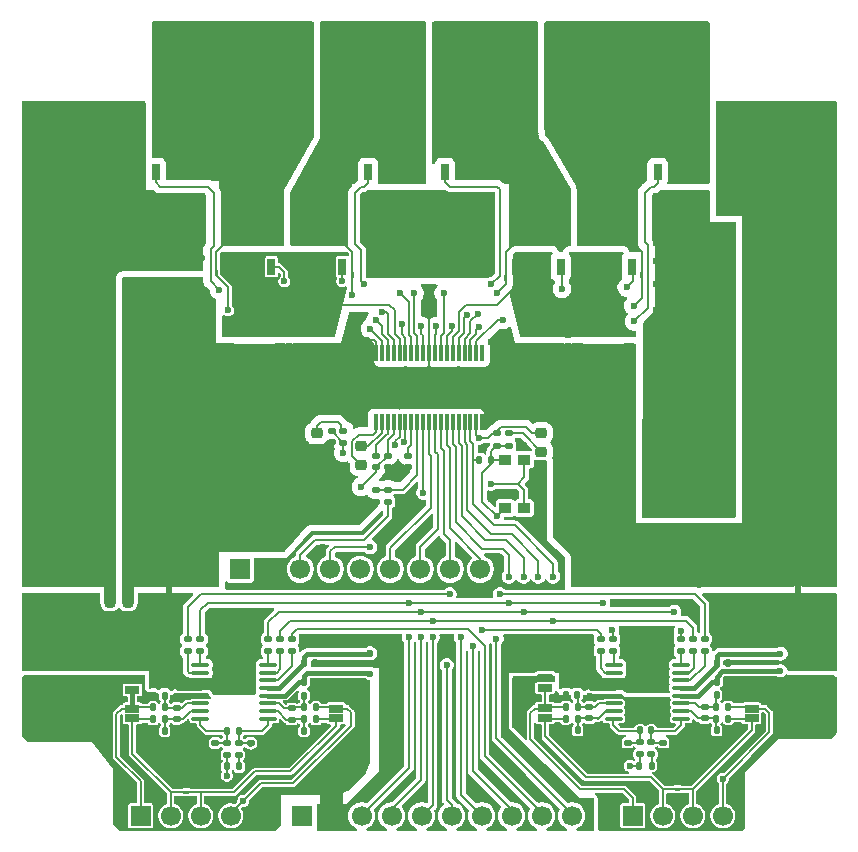
<source format=gbr>
%TF.GenerationSoftware,KiCad,Pcbnew,9.0.7-9.0.7~ubuntu22.04.1*%
%TF.CreationDate,2026-02-07T19:05:40-07:00*%
%TF.ProjectId,Power_Brick,506f7765-725f-4427-9269-636b2e6b6963,1.1*%
%TF.SameCoordinates,Original*%
%TF.FileFunction,Copper,L1,Top*%
%TF.FilePolarity,Positive*%
%FSLAX46Y46*%
G04 Gerber Fmt 4.6, Leading zero omitted, Abs format (unit mm)*
G04 Created by KiCad (PCBNEW 9.0.7-9.0.7~ubuntu22.04.1) date 2026-02-07 19:05:40*
%MOMM*%
%LPD*%
G01*
G04 APERTURE LIST*
G04 Aperture macros list*
%AMRoundRect*
0 Rectangle with rounded corners*
0 $1 Rounding radius*
0 $2 $3 $4 $5 $6 $7 $8 $9 X,Y pos of 4 corners*
0 Add a 4 corners polygon primitive as box body*
4,1,4,$2,$3,$4,$5,$6,$7,$8,$9,$2,$3,0*
0 Add four circle primitives for the rounded corners*
1,1,$1+$1,$2,$3*
1,1,$1+$1,$4,$5*
1,1,$1+$1,$6,$7*
1,1,$1+$1,$8,$9*
0 Add four rect primitives between the rounded corners*
20,1,$1+$1,$2,$3,$4,$5,0*
20,1,$1+$1,$4,$5,$6,$7,0*
20,1,$1+$1,$6,$7,$8,$9,0*
20,1,$1+$1,$8,$9,$2,$3,0*%
%AMFreePoly0*
4,1,37,3.459536,2.263536,3.461000,2.260000,3.461000,1.550000,3.459536,1.546464,3.456000,1.545000,2.871000,1.545000,2.871000,0.995000,3.456000,0.995000,3.459536,0.993536,3.461000,0.990000,3.461000,0.280000,3.459536,0.276464,3.456000,0.275000,2.871000,0.275000,2.871000,-0.275000,3.456000,-0.275000,3.459536,-0.276464,3.461000,-0.280000,3.461000,-0.990000,3.459536,-0.993536,
3.456000,-0.995000,2.871000,-0.995000,2.871000,-1.545000,3.456000,-1.545000,3.459536,-1.546464,3.461000,-1.550000,3.461000,-2.260000,3.459536,-2.263536,3.456000,-2.265000,-0.984000,-2.265000,-0.987536,-2.263536,-0.989000,-2.260000,-0.989000,2.260000,-0.987536,2.263536,-0.984000,2.265000,3.456000,2.265000,3.459536,2.263536,3.459536,2.263536,$1*%
G04 Aperture macros list end*
%TA.AperFunction,Conductor*%
%ADD10C,0.200000*%
%TD*%
%TA.AperFunction,EtchedComponent*%
%ADD11C,0.000000*%
%TD*%
%TA.AperFunction,SMDPad,CuDef*%
%ADD12RoundRect,0.140000X-0.140000X-0.170000X0.140000X-0.170000X0.140000X0.170000X-0.140000X0.170000X0*%
%TD*%
%TA.AperFunction,SMDPad,CuDef*%
%ADD13R,0.710000X1.372000*%
%TD*%
%TA.AperFunction,SMDPad,CuDef*%
%ADD14FreePoly0,90.000000*%
%TD*%
%TA.AperFunction,SMDPad,CuDef*%
%ADD15R,1.270000X0.635000*%
%TD*%
%TA.AperFunction,SMDPad,CuDef*%
%ADD16RoundRect,0.135000X0.135000X0.185000X-0.135000X0.185000X-0.135000X-0.185000X0.135000X-0.185000X0*%
%TD*%
%TA.AperFunction,SMDPad,CuDef*%
%ADD17R,5.105400X1.600200*%
%TD*%
%TA.AperFunction,SMDPad,CuDef*%
%ADD18RoundRect,0.135000X0.185000X-0.135000X0.185000X0.135000X-0.185000X0.135000X-0.185000X-0.135000X0*%
%TD*%
%TA.AperFunction,SMDPad,CuDef*%
%ADD19RoundRect,0.225000X0.250000X-0.225000X0.250000X0.225000X-0.250000X0.225000X-0.250000X-0.225000X0*%
%TD*%
%TA.AperFunction,SMDPad,CuDef*%
%ADD20C,0.250000*%
%TD*%
%TA.AperFunction,SMDPad,CuDef*%
%ADD21RoundRect,0.140000X0.170000X-0.140000X0.170000X0.140000X-0.170000X0.140000X-0.170000X-0.140000X0*%
%TD*%
%TA.AperFunction,SMDPad,CuDef*%
%ADD22RoundRect,0.135000X-0.135000X-0.185000X0.135000X-0.185000X0.135000X0.185000X-0.135000X0.185000X0*%
%TD*%
%TA.AperFunction,SMDPad,CuDef*%
%ADD23RoundRect,0.140000X0.140000X0.170000X-0.140000X0.170000X-0.140000X-0.170000X0.140000X-0.170000X0*%
%TD*%
%TA.AperFunction,SMDPad,CuDef*%
%ADD24R,3.429000X3.327400*%
%TD*%
%TA.AperFunction,SMDPad,CuDef*%
%ADD25RoundRect,0.135000X-0.185000X0.135000X-0.185000X-0.135000X0.185000X-0.135000X0.185000X0.135000X0*%
%TD*%
%TA.AperFunction,SMDPad,CuDef*%
%ADD26RoundRect,0.225000X-0.225000X-0.250000X0.225000X-0.250000X0.225000X0.250000X-0.225000X0.250000X0*%
%TD*%
%TA.AperFunction,SMDPad,CuDef*%
%ADD27RoundRect,0.140000X-0.170000X0.140000X-0.170000X-0.140000X0.170000X-0.140000X0.170000X0.140000X0*%
%TD*%
%TA.AperFunction,ComponentPad*%
%ADD28R,1.700000X1.700000*%
%TD*%
%TA.AperFunction,ComponentPad*%
%ADD29C,1.700000*%
%TD*%
%TA.AperFunction,SMDPad,CuDef*%
%ADD30C,0.500000*%
%TD*%
%TA.AperFunction,SMDPad,CuDef*%
%ADD31FreePoly0,270.000000*%
%TD*%
%TA.AperFunction,ComponentPad*%
%ADD32C,0.600000*%
%TD*%
%TA.AperFunction,ComponentPad*%
%ADD33C,2.300000*%
%TD*%
%TA.AperFunction,SMDPad,CuDef*%
%ADD34R,9.000000X9.000000*%
%TD*%
%TA.AperFunction,SMDPad,CuDef*%
%ADD35R,0.299999X1.400000*%
%TD*%
%TA.AperFunction,SMDPad,CuDef*%
%ADD36R,9.700001X3.600000*%
%TD*%
%TA.AperFunction,SMDPad,CuDef*%
%ADD37RoundRect,0.100000X-0.637500X-0.100000X0.637500X-0.100000X0.637500X0.100000X-0.637500X0.100000X0*%
%TD*%
%TA.AperFunction,SMDPad,CuDef*%
%ADD38C,2.000000*%
%TD*%
%TA.AperFunction,SMDPad,CuDef*%
%ADD39RoundRect,0.218750X-0.256250X0.218750X-0.256250X-0.218750X0.256250X-0.218750X0.256250X0.218750X0*%
%TD*%
%TA.AperFunction,SMDPad,CuDef*%
%ADD40RoundRect,0.218750X0.256250X-0.218750X0.256250X0.218750X-0.256250X0.218750X-0.256250X-0.218750X0*%
%TD*%
%TA.AperFunction,SMDPad,CuDef*%
%ADD41R,1.000000X0.900000*%
%TD*%
%TA.AperFunction,ViaPad*%
%ADD42C,0.600000*%
%TD*%
%TA.AperFunction,ViaPad*%
%ADD43C,0.500000*%
%TD*%
%TA.AperFunction,ViaPad*%
%ADD44C,1.600000*%
%TD*%
%TA.AperFunction,Conductor*%
%ADD45C,0.300000*%
%TD*%
%TA.AperFunction,Conductor*%
%ADD46C,1.000000*%
%TD*%
%TA.AperFunction,Conductor*%
%ADD47C,0.400000*%
%TD*%
G04 APERTURE END LIST*
D10*
%TO.N,/B1LS*%
X223750000Y-112606250D02*
X223750000Y-113606250D01*
%TO.N,/B2LS*%
X229750000Y-112606250D02*
X229750000Y-113606250D01*
D11*
%TA.AperFunction,EtchedComponent*%
%TD*%
%TO.C,NT2*%
G36*
X206125000Y-113356250D02*
G01*
X205875000Y-113356250D01*
X205875000Y-112856250D01*
X206125000Y-112856250D01*
X206125000Y-113356250D01*
G37*
%TD.AperFunction*%
%TA.AperFunction,EtchedComponent*%
%TO.C,NT5*%
G36*
X192189811Y-156988288D02*
G01*
X191689811Y-156988288D01*
X191689811Y-156738288D01*
X192189811Y-156738288D01*
X192189811Y-156988288D01*
G37*
%TD.AperFunction*%
%TA.AperFunction,EtchedComponent*%
%TO.C,NT9*%
G36*
X244000000Y-140106250D02*
G01*
X243500000Y-140106250D01*
X243500000Y-139106250D01*
X244000000Y-139106250D01*
X244000000Y-140106250D01*
G37*
%TD.AperFunction*%
%TA.AperFunction,EtchedComponent*%
%TO.C,NT1*%
G36*
X194625000Y-113106250D02*
G01*
X194375000Y-113106250D01*
X194375000Y-112606250D01*
X194625000Y-112606250D01*
X194625000Y-113106250D01*
G37*
%TD.AperFunction*%
%TA.AperFunction,EtchedComponent*%
%TO.C,NT7*%
G36*
X205250000Y-158856250D02*
G01*
X203250000Y-158856250D01*
X203250000Y-154856250D01*
X205250000Y-154856250D01*
X205250000Y-158856250D01*
G37*
%TD.AperFunction*%
%TA.AperFunction,EtchedComponent*%
%TO.C,NT8*%
G36*
X190750000Y-140250000D02*
G01*
X190250000Y-140250000D01*
X190250000Y-139250000D01*
X190750000Y-139250000D01*
X190750000Y-140250000D01*
G37*
%TD.AperFunction*%
%TA.AperFunction,EtchedComponent*%
%TO.C,NT3*%
G36*
X219125000Y-113606250D02*
G01*
X218875000Y-113606250D01*
X218875000Y-113106250D01*
X219125000Y-113106250D01*
X219125000Y-113606250D01*
G37*
%TD.AperFunction*%
%TA.AperFunction,EtchedComponent*%
%TO.C,NT4*%
G36*
X230625000Y-113356250D02*
G01*
X230375000Y-113356250D01*
X230375000Y-112856250D01*
X230625000Y-112856250D01*
X230625000Y-113356250D01*
G37*
%TD.AperFunction*%
%TA.AperFunction,EtchedComponent*%
%TO.C,NT6*%
G36*
X233784359Y-156731250D02*
G01*
X233284359Y-156731250D01*
X233284359Y-156481250D01*
X233784359Y-156481250D01*
X233784359Y-156731250D01*
G37*
%TD.AperFunction*%
%TD*%
D12*
%TO.P,C17,1*%
%TO.N,GNDA*%
X189142500Y-148681250D03*
%TO.P,C17,2*%
%TO.N,Net-(U2-AIN3{slash}REFN1)*%
X190102500Y-148681250D03*
%TD*%
D13*
%TO.P,Q2,1*%
%TO.N,/AISENP*%
X195345000Y-112376250D03*
%TO.P,Q2,2*%
X196615000Y-112376250D03*
%TO.P,Q2,3*%
X197885000Y-112376250D03*
%TO.P,Q2,4*%
%TO.N,/A1LS*%
X199155000Y-112376250D03*
D14*
%TO.P,Q2,5_6_7_8*%
%TO.N,/MA1*%
X197250000Y-109606250D03*
%TD*%
D15*
%TO.P,JP1,1,A*%
%TO.N,/R0P_T1*%
X204637500Y-149774850D03*
%TO.P,JP1,2,B*%
%TO.N,/R0N_T1*%
X204637500Y-150587650D03*
%TD*%
D16*
%TO.P,R25,1*%
%TO.N,/R0P_T2*%
X237830369Y-149633702D03*
%TO.P,R25,2*%
%TO.N,Net-(U3-AIN0{slash}REFP1)*%
X236810369Y-149633702D03*
%TD*%
D17*
%TO.P,C10,1*%
%TO.N,VBUS*%
X233289000Y-132606250D03*
%TO.P,C10,2*%
%TO.N,GND*%
X244211000Y-132606250D03*
%TD*%
D18*
%TO.P,R32,1*%
%TO.N,Net-(U3-~{CS})*%
X227070369Y-144883702D03*
%TO.P,R32,2*%
%TO.N,/CS_T2*%
X227070369Y-143863702D03*
%TD*%
D16*
%TO.P,R10,1*%
%TO.N,Net-(R10-Pad1)*%
X196407500Y-154681250D03*
%TO.P,R10,2*%
%TO.N,/R0P_T1*%
X195387500Y-154681250D03*
%TD*%
%TO.P,R14,1*%
%TO.N,/R0N_T1*%
X202897500Y-150681250D03*
%TO.P,R14,2*%
%TO.N,Net-(U2-AIN1)*%
X201877500Y-150681250D03*
%TD*%
D18*
%TO.P,R19,1*%
%TO.N,Net-(U2-DOUT{slash}~{DRDY})*%
X199887500Y-144941250D03*
%TO.P,R19,2*%
%TO.N,/SDO*%
X199887500Y-143921250D03*
%TD*%
D19*
%TO.P,C4,1*%
%TO.N,Net-(U1-CP1)*%
X206750000Y-129131250D03*
%TO.P,C4,2*%
%TO.N,Net-(U1-CP2)*%
X206750000Y-127581250D03*
%TD*%
D17*
%TO.P,C7,1*%
%TO.N,VBUS*%
X180789000Y-132606250D03*
%TO.P,C7,2*%
%TO.N,GND*%
X191711000Y-132606250D03*
%TD*%
D20*
%TO.P,NT2,1,1*%
%TO.N,/MA2*%
X206000000Y-112856250D03*
%TO.P,NT2,2,2*%
%TO.N,/AOUT2*%
X206000000Y-113356250D03*
%TD*%
D21*
%TO.P,C34,1*%
%TO.N,GND*%
X200665092Y-119063248D03*
%TO.P,C34,2*%
%TO.N,/AISENP*%
X200665092Y-118103248D03*
%TD*%
D18*
%TO.P,R3,1*%
%TO.N,+5V*%
X205250000Y-127260000D03*
%TO.P,R3,2*%
%TO.N,Net-(D2-A)*%
X205250000Y-126240000D03*
%TD*%
D22*
%TO.P,R28,1*%
%TO.N,/R1N_T2*%
X224060369Y-149633702D03*
%TO.P,R28,2*%
%TO.N,Net-(U3-AIN3{slash}REFN1)*%
X225080369Y-149633702D03*
%TD*%
D21*
%TO.P,C35,1*%
%TO.N,GND*%
X224250000Y-119079218D03*
%TO.P,C35,2*%
%TO.N,/BISENP*%
X224250000Y-118119218D03*
%TD*%
D16*
%TO.P,R13,1*%
%TO.N,/R0P_T1*%
X202897500Y-149681250D03*
%TO.P,R13,2*%
%TO.N,Net-(U2-AIN0{slash}REFP1)*%
X201877500Y-149681250D03*
%TD*%
D21*
%TO.P,C3,1*%
%TO.N,GND*%
X210750000Y-129336250D03*
%TO.P,C3,2*%
%TO.N,Net-(U1-VINT)*%
X210750000Y-128376250D03*
%TD*%
D18*
%TO.P,R2,1*%
%TO.N,+3.3V*%
X218250000Y-127510000D03*
%TO.P,R2,2*%
%TO.N,/FAULT_N*%
X218250000Y-126490000D03*
%TD*%
D21*
%TO.P,C30,1*%
%TO.N,Net-(U3-AIN2)*%
X226070369Y-150613702D03*
%TO.P,C30,2*%
%TO.N,Net-(U3-AIN3{slash}REFN1)*%
X226070369Y-149653702D03*
%TD*%
D23*
%TO.P,C26,1*%
%TO.N,GNDA*%
X237800369Y-151633702D03*
%TO.P,C26,2*%
%TO.N,Net-(U3-AIN1)*%
X236840369Y-151633702D03*
%TD*%
D18*
%TO.P,R29,1*%
%TO.N,Net-(U3-SCLK)*%
X228070369Y-144883702D03*
%TO.P,R29,2*%
%TO.N,/SCLK*%
X228070369Y-143863702D03*
%TD*%
D23*
%TO.P,C15,1*%
%TO.N,GNDA*%
X202867500Y-151681250D03*
%TO.P,C15,2*%
%TO.N,Net-(U2-AIN1)*%
X201907500Y-151681250D03*
%TD*%
D18*
%TO.P,R21,1*%
%TO.N,Net-(U2-~{DRDY})*%
X200887500Y-144941250D03*
%TO.P,R21,2*%
%TO.N,/DRDY_N_T1*%
X200887500Y-143921250D03*
%TD*%
%TO.P,R23,1*%
%TO.N,Net-(R22-Pad1)*%
X231320369Y-153653702D03*
%TO.P,R23,2*%
%TO.N,Net-(U3-REFP0)*%
X231320369Y-152633702D03*
%TD*%
D20*
%TO.P,NT5,1,1*%
%TO.N,/R1P_T1*%
X191689811Y-156863288D03*
%TO.P,NT5,2,2*%
%TO.N,/R0N_T1*%
X192189811Y-156863288D03*
%TD*%
D24*
%TO.P,R4,1*%
%TO.N,GND*%
X197737800Y-120594050D03*
%TO.P,R4,2*%
%TO.N,/AISENP*%
X197737800Y-116606250D03*
%TD*%
D25*
%TO.P,R7,1*%
%TO.N,/SLEEP_N*%
X209000000Y-131240000D03*
%TO.P,R7,2*%
%TO.N,/SLEEP_N_IN*%
X209000000Y-132260000D03*
%TD*%
D13*
%TO.P,Q8,1*%
%TO.N,/BISENP*%
X225845000Y-112376250D03*
%TO.P,Q8,2*%
X227115000Y-112376250D03*
%TO.P,Q8,3*%
X228385000Y-112376250D03*
%TO.P,Q8,4*%
%TO.N,/B2LS*%
X229655000Y-112376250D03*
D14*
%TO.P,Q8,5_6_7_8*%
%TO.N,/MB2*%
X227750000Y-109606250D03*
%TD*%
D21*
%TO.P,C5,1*%
%TO.N,GND*%
X209000000Y-129336250D03*
%TO.P,C5,2*%
%TO.N,VBUS*%
X209000000Y-128376250D03*
%TD*%
D15*
%TO.P,JP2,1,A*%
%TO.N,/R1P_T1*%
X187387500Y-150587650D03*
%TO.P,JP2,2,B*%
%TO.N,/R1N_T1*%
X187387500Y-149774850D03*
%TD*%
D18*
%TO.P,R6,1*%
%TO.N,GND*%
X208000000Y-132260000D03*
%TO.P,R6,2*%
%TO.N,/SLEEP_N*%
X208000000Y-131240000D03*
%TD*%
D26*
%TO.P,C8,1*%
%TO.N,VBUS*%
X185475000Y-140750000D03*
%TO.P,C8,2*%
%TO.N,GND*%
X187025000Y-140750000D03*
%TD*%
D22*
%TO.P,R16,1*%
%TO.N,/R1N_T1*%
X189112500Y-149681250D03*
%TO.P,R16,2*%
%TO.N,Net-(U2-AIN3{slash}REFN1)*%
X190132500Y-149681250D03*
%TD*%
D27*
%TO.P,C2,1*%
%TO.N,Net-(U1-VCP)*%
X208000000Y-128376250D03*
%TO.P,C2,2*%
%TO.N,VBUS*%
X208000000Y-129336250D03*
%TD*%
D28*
%TO.P,J1,1,Pin_1*%
%TO.N,+3.3V*%
X201710000Y-158856250D03*
D29*
%TO.P,J1,2,Pin_2*%
%TO.N,GNDD*%
X204250000Y-158856250D03*
%TO.P,J1,3,Pin_3*%
%TO.N,/SCLK*%
X206790000Y-158856250D03*
%TO.P,J1,4,Pin_4*%
%TO.N,/SDI*%
X209330000Y-158856250D03*
%TO.P,J1,5,Pin_5*%
%TO.N,/SDO*%
X211870000Y-158856250D03*
%TO.P,J1,6,Pin_6*%
%TO.N,/SCS*%
X214410000Y-158856250D03*
%TO.P,J1,7,Pin_7*%
%TO.N,/CS_T1*%
X216950000Y-158856250D03*
%TO.P,J1,8,Pin_8*%
%TO.N,/CS_T2*%
X219490000Y-158856250D03*
%TO.P,J1,9,Pin_9*%
%TO.N,/DRDY_N_T1*%
X222030000Y-158856250D03*
%TO.P,J1,10,Pin_10*%
%TO.N,/DRDY_N_T2*%
X224570000Y-158856250D03*
%TD*%
D30*
%TO.P,NT9,1,1*%
%TO.N,GNDD*%
X243750000Y-140106250D03*
%TO.P,NT9,2,2*%
%TO.N,GND*%
X243750000Y-139106250D03*
%TD*%
D21*
%TO.P,C13,1*%
%TO.N,GNDA*%
X194387500Y-153661250D03*
%TO.P,C13,2*%
%TO.N,Net-(U2-REFN0)*%
X194387500Y-152701250D03*
%TD*%
D18*
%TO.P,R31,1*%
%TO.N,Net-(U3-DOUT{slash}~{DRDY})*%
X234820369Y-144893702D03*
%TO.P,R31,2*%
%TO.N,/SDO*%
X234820369Y-143873702D03*
%TD*%
D21*
%TO.P,C24,1*%
%TO.N,GNDA*%
X229320369Y-153613702D03*
%TO.P,C24,2*%
%TO.N,Net-(U3-REFN0)*%
X229320369Y-152653702D03*
%TD*%
D16*
%TO.P,R26,1*%
%TO.N,/R0N_T2*%
X237830369Y-150633702D03*
%TO.P,R26,2*%
%TO.N,Net-(U3-AIN1)*%
X236810369Y-150633702D03*
%TD*%
D25*
%TO.P,R1,1*%
%TO.N,Net-(D1-A)*%
X219250000Y-126490000D03*
%TO.P,R1,2*%
%TO.N,+3.3V*%
X219250000Y-127510000D03*
%TD*%
D24*
%TO.P,R9,1*%
%TO.N,GND*%
X227250000Y-120594050D03*
%TO.P,R9,2*%
%TO.N,/BISENP*%
X227250000Y-116606250D03*
%TD*%
D23*
%TO.P,C31,1*%
%TO.N,Net-(U3-REFP0)*%
X231320369Y-151633702D03*
%TO.P,C31,2*%
%TO.N,Net-(U3-REFN0)*%
X230360369Y-151633702D03*
%TD*%
D12*
%TO.P,C16,1*%
%TO.N,GNDA*%
X189142500Y-151681250D03*
%TO.P,C16,2*%
%TO.N,Net-(U2-AIN2)*%
X190102500Y-151681250D03*
%TD*%
D20*
%TO.P,NT1,1,1*%
%TO.N,/AOUT1*%
X194500000Y-113106250D03*
%TO.P,NT1,2,2*%
%TO.N,/MA1*%
X194500000Y-112606250D03*
%TD*%
D13*
%TO.P,Q6,1*%
%TO.N,/BISENP*%
X219845000Y-112376250D03*
%TO.P,Q6,2*%
X221115000Y-112376250D03*
%TO.P,Q6,3*%
X222385000Y-112376250D03*
%TO.P,Q6,4*%
%TO.N,/B1LS*%
X223655000Y-112376250D03*
D14*
%TO.P,Q6,5_6_7_8*%
%TO.N,/MB1*%
X221750000Y-109606250D03*
%TD*%
D13*
%TO.P,Q5,1*%
%TO.N,/MB1*%
X217655000Y-104336250D03*
%TO.P,Q5,2*%
X216385000Y-104336250D03*
%TO.P,Q5,3*%
X215115000Y-104336250D03*
%TO.P,Q5,4*%
%TO.N,/B1HS*%
X213845000Y-104336250D03*
D31*
%TO.P,Q5,5_6_7_8*%
%TO.N,VBUS*%
X215750000Y-107106250D03*
%TD*%
D23*
%TO.P,C20,1*%
%TO.N,Net-(U2-REFP0)*%
X196367500Y-151681250D03*
%TO.P,C20,2*%
%TO.N,Net-(U2-REFN0)*%
X195407500Y-151681250D03*
%TD*%
D28*
%TO.P,J6,1,Pin_1*%
%TO.N,/R1N_T1*%
X188077500Y-158856250D03*
D29*
%TO.P,J6,2,Pin_2*%
%TO.N,/R1P_T1*%
X190617500Y-158856250D03*
%TO.P,J6,3,Pin_3*%
%TO.N,/R0N_T1*%
X193157500Y-158856250D03*
%TO.P,J6,4,Pin_4*%
%TO.N,/R0P_T1*%
X195697500Y-158856250D03*
%TD*%
D32*
%TO.P,J4,1,1*%
%TO.N,GND*%
X242700000Y-107106250D03*
X238600000Y-107056250D03*
X239925000Y-107056250D03*
X241350000Y-107056250D03*
X242100000Y-106656250D03*
X243425000Y-106656250D03*
X239300000Y-106606250D03*
X240625000Y-106606250D03*
D33*
X245750000Y-106306250D03*
D32*
X241400000Y-106206250D03*
X242725000Y-106206250D03*
X238600000Y-106156250D03*
X239925000Y-106156250D03*
X242100000Y-105706250D03*
X243425000Y-105706250D03*
X239300000Y-105656250D03*
X240625000Y-105656250D03*
X241400000Y-105206250D03*
X242725000Y-105206250D03*
X238600000Y-105156250D03*
X239925000Y-105156250D03*
X242100000Y-104706250D03*
X243425000Y-104706250D03*
X239300000Y-104656250D03*
X240625000Y-104656250D03*
X241425000Y-104206250D03*
X238625000Y-104156250D03*
X239950000Y-104156250D03*
X239325000Y-103656250D03*
X240650000Y-103656250D03*
X238625000Y-103156250D03*
X239950000Y-103156250D03*
D33*
X242500000Y-103106250D03*
D34*
X242500000Y-103106250D03*
D32*
X239325000Y-102656250D03*
X240650000Y-102656250D03*
X238625000Y-102156250D03*
X239950000Y-102156250D03*
X241400000Y-101956250D03*
X243450000Y-101706250D03*
X239325000Y-101656250D03*
X240650000Y-101656250D03*
X242100000Y-101556250D03*
X242750000Y-101206250D03*
X238625000Y-101156250D03*
X239950000Y-101156250D03*
X241400000Y-101056250D03*
X243450000Y-100706250D03*
X239325000Y-100656250D03*
X240650000Y-100656250D03*
X242125000Y-100656250D03*
X241425000Y-100206250D03*
X242750000Y-100206250D03*
X238625000Y-100156250D03*
X239950000Y-100156250D03*
D33*
X245750000Y-99806250D03*
D32*
X242125000Y-99706250D03*
X243450000Y-99706250D03*
X239325000Y-99656250D03*
X240650000Y-99656250D03*
X241425000Y-99206250D03*
X242750000Y-99206250D03*
X238625000Y-99156250D03*
X239950000Y-99156250D03*
%TD*%
D16*
%TO.P,R8,1*%
%TO.N,+3.3V*%
X217760000Y-128750000D03*
%TO.P,R8,2*%
%TO.N,/SDO*%
X216740000Y-128750000D03*
%TD*%
D15*
%TO.P,JP4,1,A*%
%TO.N,/R0P_T2*%
X239802546Y-149777302D03*
%TO.P,JP4,2,B*%
%TO.N,/R0N_T2*%
X239802546Y-150590102D03*
%TD*%
D17*
%TO.P,C6,1*%
%TO.N,VBUS*%
X180789000Y-118106250D03*
%TO.P,C6,2*%
%TO.N,GND*%
X191711000Y-118106250D03*
%TD*%
D12*
%TO.P,C33,1*%
%TO.N,+3.3V*%
X236885864Y-147497441D03*
%TO.P,C33,2*%
%TO.N,GNDA*%
X237845864Y-147497441D03*
%TD*%
D28*
%TO.P,J7,1,Pin_1*%
%TO.N,/R1N_T2*%
X229750000Y-158856250D03*
D29*
%TO.P,J7,2,Pin_2*%
%TO.N,/R1P_T2*%
X232290000Y-158856250D03*
%TO.P,J7,3,Pin_3*%
%TO.N,/R0N_T2*%
X234830000Y-158856250D03*
%TO.P,J7,4,Pin_4*%
%TO.N,/R0P_T2*%
X237370000Y-158856250D03*
%TD*%
D15*
%TO.P,JP5,1,A*%
%TO.N,/R1P_T2*%
X222320369Y-150540102D03*
%TO.P,JP5,2,B*%
%TO.N,/R1N_T2*%
X222320369Y-149727302D03*
%TD*%
D35*
%TO.P,U1,1,CP1*%
%TO.N,Net-(U1-CP1)*%
X207999999Y-125556249D03*
%TO.P,U1,2,CP2*%
%TO.N,Net-(U1-CP2)*%
X208499998Y-125556249D03*
%TO.P,U1,3,VCP*%
%TO.N,Net-(U1-VCP)*%
X208999999Y-125556249D03*
%TO.P,U1,4,VM*%
%TO.N,VBUS*%
X209499998Y-125556249D03*
%TO.P,U1,5,GND*%
%TO.N,GND*%
X210000000Y-125556249D03*
%TO.P,U1,6,V5*%
%TO.N,+5V*%
X210499999Y-125556249D03*
%TO.P,U1,7,VINT*%
%TO.N,Net-(U1-VINT)*%
X210999998Y-125556249D03*
%TO.P,U1,8,SLEEP_N*%
%TO.N,/SLEEP_N*%
X211499999Y-125556249D03*
%TO.P,U1,9,RESET*%
%TO.N,/RESET*%
X211999998Y-125556249D03*
%TO.P,U1,10,AIN1*%
%TO.N,/AIN1*%
X212500000Y-125556249D03*
%TO.P,U1,11,AIN2*%
%TO.N,/AIN2*%
X212999999Y-125556249D03*
%TO.P,U1,12,BIN1*%
%TO.N,/BIN1*%
X213499998Y-125556249D03*
%TO.P,U1,13,BIN2*%
%TO.N,/BIN2*%
X214000000Y-125556249D03*
%TO.P,U1,14,SCLK*%
%TO.N,/SCLK*%
X214499999Y-125556249D03*
%TO.P,U1,15,SDATI*%
%TO.N,/SDI*%
X215000000Y-125556249D03*
%TO.P,U1,16,SCS*%
%TO.N,/SCS*%
X215499999Y-125556249D03*
%TO.P,U1,17,SDATO*%
%TO.N,/SDO*%
X215999998Y-125556249D03*
%TO.P,U1,18,FAULT_N*%
%TO.N,/FAULT_N*%
X216500000Y-125556249D03*
%TO.P,U1,19,GND*%
%TO.N,GND*%
X216999999Y-125556249D03*
%TO.P,U1,20,RSVD*%
%TO.N,/RSVD*%
X216999999Y-119656248D03*
%TO.P,U1,21,BOUT2*%
%TO.N,/BOUT2*%
X216500000Y-119656248D03*
%TO.P,U1,22,B2HS*%
%TO.N,/B2HS*%
X215999998Y-119656248D03*
%TO.P,U1,23,B2LS*%
%TO.N,/B2LS*%
X215499999Y-119656248D03*
%TO.P,U1,24,BISENN*%
%TO.N,GND*%
X215000000Y-119656248D03*
%TO.P,U1,25,BISENP*%
%TO.N,/BISENP*%
X214499999Y-119656248D03*
%TO.P,U1,26,B1LS*%
%TO.N,/B1LS*%
X214000000Y-119656248D03*
%TO.P,U1,27,B1HS*%
%TO.N,/B1HS*%
X213499998Y-119656248D03*
%TO.P,U1,28,BOUT1*%
%TO.N,/BOUT1*%
X212999999Y-119656248D03*
%TO.P,U1,29,GND*%
%TO.N,GND*%
X212500000Y-119656248D03*
%TO.P,U1,30,AOUT2*%
%TO.N,/AOUT2*%
X211999998Y-119656248D03*
%TO.P,U1,31,A2HS*%
%TO.N,/A2HS*%
X211499999Y-119656248D03*
%TO.P,U1,32,A2LS*%
%TO.N,/A2LS*%
X210999998Y-119656248D03*
%TO.P,U1,33,AISENN*%
%TO.N,GND*%
X210499999Y-119656248D03*
%TO.P,U1,34,AISENP*%
%TO.N,/AISENP*%
X210000000Y-119656248D03*
%TO.P,U1,35,A1LS*%
%TO.N,/A1LS*%
X209499998Y-119656248D03*
%TO.P,U1,36,A1HS*%
%TO.N,/A1HS*%
X208999999Y-119656248D03*
%TO.P,U1,37,AOUT1*%
%TO.N,/AOUT1*%
X208499998Y-119656248D03*
%TO.P,U1,38,GND*%
%TO.N,GND*%
X207999999Y-119656248D03*
D32*
%TO.P,U1,39,PAD*%
X209249999Y-123906250D03*
X210549999Y-123906250D03*
X211849999Y-123906250D03*
X213150001Y-123906250D03*
X214450001Y-123906250D03*
X215750001Y-123906250D03*
X216700000Y-123906250D03*
X208250000Y-123856250D03*
X209249999Y-122606250D03*
X210549999Y-122606250D03*
X211849999Y-122606250D03*
D36*
X212500000Y-122606250D03*
D32*
X213150001Y-122606250D03*
X214450001Y-122606250D03*
X215750001Y-122606250D03*
X216700000Y-122606250D03*
X208250000Y-122556250D03*
X209249999Y-121306250D03*
X210549999Y-121306250D03*
X211849999Y-121306250D03*
X213150001Y-121306250D03*
X214450001Y-121306250D03*
X215750001Y-121306250D03*
X216700000Y-121306250D03*
X208250000Y-121256250D03*
%TD*%
D18*
%TO.P,R12,1*%
%TO.N,/R0P_T1*%
X195387500Y-153691250D03*
%TO.P,R12,2*%
%TO.N,Net-(U2-REFN0)*%
X195387500Y-152671250D03*
%TD*%
D21*
%TO.P,C12,1*%
%TO.N,GNDA*%
X197387500Y-153661250D03*
%TO.P,C12,2*%
%TO.N,Net-(U2-REFP0)*%
X197387500Y-152701250D03*
%TD*%
D12*
%TO.P,C22,1*%
%TO.N,+3.3V*%
X201907500Y-147521250D03*
%TO.P,C22,2*%
%TO.N,GNDA*%
X202867500Y-147521250D03*
%TD*%
D28*
%TO.P,J2,1,Pin_1*%
%TO.N,+3.3V*%
X196510000Y-137986250D03*
D29*
%TO.P,J2,2,Pin_2*%
%TO.N,GNDD*%
X199050000Y-137986250D03*
%TO.P,J2,3,Pin_3*%
%TO.N,/SLEEP_N_IN*%
X201590000Y-137986250D03*
%TO.P,J2,4,Pin_4*%
%TO.N,/RESET*%
X204130000Y-137986250D03*
%TO.P,J2,5,Pin_5*%
%TO.N,/FAULT_N*%
X206670000Y-137986250D03*
%TO.P,J2,6,Pin_6*%
%TO.N,/AIN1*%
X209210000Y-137986250D03*
%TO.P,J2,7,Pin_7*%
%TO.N,/AIN2*%
X211750000Y-137986250D03*
%TO.P,J2,8,Pin_8*%
%TO.N,/BIN1*%
X214290000Y-137986250D03*
%TO.P,J2,9,Pin_9*%
%TO.N,/BIN2*%
X216830000Y-137986250D03*
%TD*%
D37*
%TO.P,U2,1,SCLK*%
%TO.N,Net-(U2-SCLK)*%
X193137500Y-146081250D03*
%TO.P,U2,2,~{CS}*%
%TO.N,Net-(U2-~{CS})*%
X193137500Y-146731250D03*
%TO.P,U2,3,CLK*%
%TO.N,GNDD*%
X193137500Y-147381250D03*
%TO.P,U2,4,DGND*%
X193137500Y-148031250D03*
%TO.P,U2,5,AVSS*%
%TO.N,GNDA*%
X193137500Y-148681250D03*
%TO.P,U2,6,AIN3/REFN1*%
%TO.N,Net-(U2-AIN3{slash}REFN1)*%
X193137500Y-149331250D03*
%TO.P,U2,7,AIN2*%
%TO.N,Net-(U2-AIN2)*%
X193137500Y-149981250D03*
%TO.P,U2,8,REFN0*%
%TO.N,Net-(U2-REFN0)*%
X193137500Y-150631250D03*
%TO.P,U2,9,REFP0*%
%TO.N,Net-(U2-REFP0)*%
X198862500Y-150631250D03*
%TO.P,U2,10,AIN1*%
%TO.N,Net-(U2-AIN1)*%
X198862500Y-149981250D03*
%TO.P,U2,11,AIN0/REFP1*%
%TO.N,Net-(U2-AIN0{slash}REFP1)*%
X198862500Y-149331250D03*
%TO.P,U2,12,AVDD*%
%TO.N,+3.3V*%
X198862500Y-148681250D03*
%TO.P,U2,13,DVDD*%
X198862500Y-148031250D03*
%TO.P,U2,14,~{DRDY}*%
%TO.N,Net-(U2-~{DRDY})*%
X198862500Y-147381250D03*
%TO.P,U2,15,DOUT/~{DRDY}*%
%TO.N,Net-(U2-DOUT{slash}~{DRDY})*%
X198862500Y-146731250D03*
%TO.P,U2,16,DIN*%
%TO.N,Net-(U2-DIN)*%
X198862500Y-146081250D03*
%TD*%
D15*
%TO.P,JP3,1,A*%
%TO.N,/R1N_T1*%
X187387500Y-148181250D03*
%TO.P,JP3,2,B*%
%TO.N,GNDA*%
X187387500Y-147368450D03*
%TD*%
D18*
%TO.P,R33,1*%
%TO.N,Net-(U3-~{DRDY})*%
X235820369Y-144893702D03*
%TO.P,R33,2*%
%TO.N,/DRDY_N_T2*%
X235820369Y-143873702D03*
%TD*%
D23*
%TO.P,C14,1*%
%TO.N,GNDA*%
X202867500Y-148681250D03*
%TO.P,C14,2*%
%TO.N,Net-(U2-AIN0{slash}REFP1)*%
X201907500Y-148681250D03*
%TD*%
D17*
%TO.P,C9,1*%
%TO.N,VBUS*%
X233289000Y-118106250D03*
%TO.P,C9,2*%
%TO.N,GND*%
X244211000Y-118106250D03*
%TD*%
D18*
%TO.P,R30,1*%
%TO.N,Net-(U3-DIN)*%
X233820369Y-144893702D03*
%TO.P,R30,2*%
%TO.N,/SDI*%
X233820369Y-143873702D03*
%TD*%
D23*
%TO.P,C32,1*%
%TO.N,GNDD*%
X237800369Y-145883702D03*
%TO.P,C32,2*%
%TO.N,+3.3V*%
X236840369Y-145883702D03*
%TD*%
D32*
%TO.P,J5,1,1*%
%TO.N,/MB2*%
X230700000Y-97750000D03*
X230700000Y-96425000D03*
X230650000Y-100550000D03*
X230650000Y-99225000D03*
X230250000Y-97050000D03*
X230250000Y-95725000D03*
X230200000Y-99850000D03*
X230200000Y-98525000D03*
D33*
X229980000Y-93500000D03*
D32*
X229800000Y-97750000D03*
X229800000Y-96425000D03*
X229750000Y-100550000D03*
X229750000Y-99225000D03*
X229300000Y-97050000D03*
X229300000Y-95725000D03*
X229250000Y-99850000D03*
X229250000Y-98525000D03*
X228800000Y-97750000D03*
X228800000Y-96425000D03*
X228750000Y-100550000D03*
X228750000Y-99225000D03*
X228300000Y-97050000D03*
X228300000Y-95725000D03*
X228250000Y-99850000D03*
X228250000Y-98525000D03*
X227800000Y-97725000D03*
X227750000Y-100525000D03*
X227750000Y-99200000D03*
X227250000Y-99825000D03*
X227250000Y-98500000D03*
D33*
X226780000Y-96750000D03*
D34*
X226780000Y-96750000D03*
D32*
X226750000Y-100525000D03*
X226750000Y-99200000D03*
X226250000Y-99825000D03*
X226250000Y-98500000D03*
X225750000Y-100525000D03*
X225750000Y-99200000D03*
X225550000Y-97750000D03*
X225300000Y-95700000D03*
X225250000Y-99825000D03*
X225250000Y-98500000D03*
X225150000Y-97050000D03*
X224800000Y-96400000D03*
X224750000Y-100525000D03*
X224750000Y-99200000D03*
X224650000Y-97750000D03*
X224300000Y-95700000D03*
X224250000Y-99825000D03*
X224250000Y-98500000D03*
X224250000Y-97025000D03*
X223800000Y-97725000D03*
X223800000Y-96400000D03*
X223750000Y-100525000D03*
X223750000Y-99200000D03*
D33*
X223480000Y-93500000D03*
D32*
X223300000Y-97025000D03*
X223300000Y-95700000D03*
X223250000Y-99825000D03*
X223250000Y-98500000D03*
X222800000Y-97725000D03*
X222800000Y-96400000D03*
X222750000Y-100525000D03*
X222750000Y-99200000D03*
%TO.P,J5,2,2*%
%TO.N,/MB1*%
X221200000Y-97600000D03*
X221200000Y-96275000D03*
X221150000Y-100400000D03*
X221150000Y-99075000D03*
X220750000Y-96900000D03*
X220750000Y-95575000D03*
X220700000Y-99700000D03*
X220700000Y-98375000D03*
D33*
X220480000Y-93500000D03*
D32*
X220300000Y-97600000D03*
X220300000Y-96275000D03*
X220250000Y-100400000D03*
X220250000Y-99075000D03*
X219800000Y-96900000D03*
X219800000Y-95575000D03*
X219750000Y-99700000D03*
X219750000Y-98375000D03*
X219300000Y-97600000D03*
X219300000Y-96275000D03*
X219250000Y-100400000D03*
X219250000Y-99075000D03*
X218800000Y-96900000D03*
X218800000Y-95575000D03*
X218750000Y-99700000D03*
X218750000Y-98375000D03*
X218300000Y-97575000D03*
X218250000Y-100375000D03*
X218250000Y-99050000D03*
X217750000Y-99675000D03*
X217750000Y-98350000D03*
D33*
X217260000Y-96750000D03*
D34*
X217260000Y-96750000D03*
D32*
X217250000Y-100375000D03*
X217250000Y-99050000D03*
X216750000Y-99675000D03*
X216750000Y-98350000D03*
X216250000Y-100375000D03*
X216250000Y-99050000D03*
X216050000Y-97600000D03*
X215800000Y-95550000D03*
X215750000Y-99675000D03*
X215750000Y-98350000D03*
X215650000Y-96900000D03*
X215300000Y-96250000D03*
X215250000Y-100375000D03*
X215250000Y-99050000D03*
X215150000Y-97600000D03*
X214800000Y-95550000D03*
X214750000Y-99675000D03*
X214750000Y-98350000D03*
X214750000Y-96875000D03*
X214300000Y-97575000D03*
X214300000Y-96250000D03*
X214250000Y-100375000D03*
X214250000Y-99050000D03*
D33*
X213980000Y-93500000D03*
D32*
X213800000Y-96875000D03*
X213800000Y-95550000D03*
X213750000Y-99675000D03*
X213750000Y-98350000D03*
X213300000Y-97575000D03*
X213300000Y-96250000D03*
X213250000Y-100375000D03*
X213250000Y-99050000D03*
%TO.P,J5,3,3*%
%TO.N,/MA2*%
X211650000Y-97600000D03*
X211650000Y-96275000D03*
X211600000Y-100400000D03*
X211600000Y-99075000D03*
X211300000Y-96900000D03*
X211300000Y-95575000D03*
X211250000Y-99700000D03*
X211250000Y-98375000D03*
D33*
X210980000Y-93750000D03*
D32*
X210850000Y-97600000D03*
X210850000Y-96275000D03*
X210800000Y-100400000D03*
X210800000Y-99075000D03*
X210350000Y-96900000D03*
X210350000Y-95575000D03*
X210300000Y-99700000D03*
X210300000Y-98375000D03*
X209850000Y-97600000D03*
X209850000Y-96275000D03*
X209800000Y-100400000D03*
X209800000Y-99075000D03*
X209350000Y-96900000D03*
X209350000Y-95575000D03*
X209300000Y-99700000D03*
X209300000Y-98375000D03*
X208850000Y-97575000D03*
X208800000Y-100375000D03*
X208800000Y-99050000D03*
X208300000Y-99675000D03*
X208300000Y-98350000D03*
X207800000Y-100375000D03*
X207800000Y-99050000D03*
D33*
X207740000Y-96750000D03*
D34*
X207740000Y-96750000D03*
D32*
X207300000Y-99675000D03*
X207300000Y-98350000D03*
X206800000Y-100375000D03*
X206800000Y-99050000D03*
X206600000Y-97600000D03*
X206350000Y-95550000D03*
X206300000Y-99675000D03*
X206300000Y-98350000D03*
X206200000Y-96900000D03*
X205850000Y-96250000D03*
X205800000Y-100375000D03*
X205800000Y-99050000D03*
X205700000Y-97600000D03*
X205350000Y-95550000D03*
X205300000Y-99675000D03*
X205300000Y-98350000D03*
X205300000Y-96875000D03*
X204850000Y-97575000D03*
X204850000Y-96250000D03*
X204800000Y-100375000D03*
X204800000Y-99050000D03*
D33*
X204480000Y-93750000D03*
D32*
X204350000Y-96875000D03*
X204350000Y-95550000D03*
X204300000Y-99675000D03*
X204300000Y-98350000D03*
X203850000Y-97575000D03*
X203850000Y-96250000D03*
X203800000Y-100375000D03*
X203800000Y-99050000D03*
%TO.P,J5,4,4*%
%TO.N,/MA1*%
X202150000Y-97550000D03*
X202150000Y-96225000D03*
X202100000Y-100350000D03*
X202100000Y-99025000D03*
X201750000Y-96825000D03*
X201750000Y-95500000D03*
X201700000Y-99625000D03*
X201700000Y-98300000D03*
D33*
X201480000Y-93750000D03*
D32*
X201300000Y-97525000D03*
X201300000Y-96200000D03*
X201250000Y-100325000D03*
X201250000Y-99000000D03*
X200800000Y-96825000D03*
X200800000Y-95500000D03*
X200750000Y-99625000D03*
X200750000Y-98300000D03*
X200300000Y-97525000D03*
X200300000Y-96200000D03*
X200250000Y-100325000D03*
X200250000Y-99000000D03*
X199800000Y-96825000D03*
X199800000Y-95500000D03*
X199750000Y-99625000D03*
X199750000Y-98300000D03*
X199300000Y-97500000D03*
X199250000Y-100300000D03*
X199250000Y-98975000D03*
X198750000Y-99600000D03*
X198750000Y-98275000D03*
X198250000Y-100300000D03*
X198250000Y-98975000D03*
D33*
X198220000Y-96750000D03*
D34*
X198220000Y-96750000D03*
D32*
X197750000Y-99600000D03*
X197750000Y-98275000D03*
X197250000Y-100300000D03*
X197250000Y-98975000D03*
X197050000Y-97525000D03*
X196800000Y-95475000D03*
X196750000Y-99600000D03*
X196750000Y-98275000D03*
X196650000Y-96825000D03*
X196300000Y-96175000D03*
X196250000Y-100300000D03*
X196250000Y-98975000D03*
X196150000Y-97525000D03*
X195800000Y-95475000D03*
X195750000Y-99600000D03*
X195750000Y-98275000D03*
X195750000Y-96800000D03*
X195300000Y-97500000D03*
X195300000Y-96175000D03*
X195250000Y-100300000D03*
X195250000Y-98975000D03*
D33*
X194980000Y-93750000D03*
D32*
X194800000Y-96800000D03*
X194800000Y-95475000D03*
X194750000Y-99600000D03*
X194750000Y-98275000D03*
X194300000Y-97500000D03*
X194300000Y-96175000D03*
X194250000Y-100300000D03*
X194250000Y-98975000D03*
%TD*%
D26*
%TO.P,C11,1*%
%TO.N,VBUS*%
X237975000Y-109106250D03*
%TO.P,C11,2*%
%TO.N,GND*%
X239525000Y-109106250D03*
%TD*%
D15*
%TO.P,JP6,1,A*%
%TO.N,/R1N_T2*%
X222320369Y-148040102D03*
%TO.P,JP6,2,B*%
%TO.N,GNDA*%
X222320369Y-147227302D03*
%TD*%
D38*
%TO.P,NT7,1,1*%
%TO.N,GNDD*%
X204250000Y-158856250D03*
%TO.P,NT7,2,2*%
%TO.N,GNDA*%
X204250000Y-154856250D03*
%TD*%
D30*
%TO.P,NT8,1,1*%
%TO.N,GND*%
X190500000Y-139250000D03*
%TO.P,NT8,2,2*%
%TO.N,GNDD*%
X190500000Y-140250000D03*
%TD*%
D16*
%TO.P,R22,1*%
%TO.N,Net-(R22-Pad1)*%
X231330369Y-154633702D03*
%TO.P,R22,2*%
%TO.N,/R0P_T2*%
X230310369Y-154633702D03*
%TD*%
D18*
%TO.P,R20,1*%
%TO.N,Net-(U2-~{CS})*%
X192057500Y-144941250D03*
%TO.P,R20,2*%
%TO.N,/CS_T1*%
X192057500Y-143921250D03*
%TD*%
D32*
%TO.P,J3,1,1*%
%TO.N,VBUS*%
X182300000Y-99106250D03*
X186400000Y-99156250D03*
X185075000Y-99156250D03*
X183650000Y-99156250D03*
X182900000Y-99556250D03*
X181575000Y-99556250D03*
X185700000Y-99606250D03*
X184375000Y-99606250D03*
D33*
X179250000Y-99906250D03*
D32*
X183600000Y-100006250D03*
X182275000Y-100006250D03*
X186400000Y-100056250D03*
X185075000Y-100056250D03*
X182900000Y-100506250D03*
X181575000Y-100506250D03*
X185700000Y-100556250D03*
X184375000Y-100556250D03*
X183600000Y-101006250D03*
X182275000Y-101006250D03*
X186400000Y-101056250D03*
X185075000Y-101056250D03*
X182900000Y-101506250D03*
X181575000Y-101506250D03*
X185700000Y-101556250D03*
X184375000Y-101556250D03*
X183575000Y-102006250D03*
X186375000Y-102056250D03*
X185050000Y-102056250D03*
X185675000Y-102556250D03*
X184350000Y-102556250D03*
X186375000Y-103056250D03*
X185050000Y-103056250D03*
D33*
X182500000Y-103106250D03*
D34*
X182500000Y-103106250D03*
D32*
X185675000Y-103556250D03*
X184350000Y-103556250D03*
X186375000Y-104056250D03*
X185050000Y-104056250D03*
X183600000Y-104256250D03*
X181550000Y-104506250D03*
X185675000Y-104556250D03*
X184350000Y-104556250D03*
X182900000Y-104656250D03*
X182250000Y-105006250D03*
X186375000Y-105056250D03*
X185050000Y-105056250D03*
X183600000Y-105156250D03*
X181550000Y-105506250D03*
X185675000Y-105556250D03*
X184350000Y-105556250D03*
X182875000Y-105556250D03*
X183575000Y-106006250D03*
X182250000Y-106006250D03*
X186375000Y-106056250D03*
X185050000Y-106056250D03*
D33*
X179250000Y-106406250D03*
D32*
X182875000Y-106506250D03*
X181550000Y-106506250D03*
X185675000Y-106556250D03*
X184350000Y-106556250D03*
X183575000Y-107006250D03*
X182250000Y-107006250D03*
X186375000Y-107056250D03*
X185050000Y-107056250D03*
%TD*%
D18*
%TO.P,R24,1*%
%TO.N,/R0P_T2*%
X230320369Y-153643702D03*
%TO.P,R24,2*%
%TO.N,Net-(U3-REFN0)*%
X230320369Y-152623702D03*
%TD*%
D37*
%TO.P,U3,1,SCLK*%
%TO.N,Net-(U3-SCLK)*%
X228137500Y-146081250D03*
%TO.P,U3,2,~{CS}*%
%TO.N,Net-(U3-~{CS})*%
X228137500Y-146731250D03*
%TO.P,U3,3,CLK*%
%TO.N,GNDD*%
X228137500Y-147381250D03*
%TO.P,U3,4,DGND*%
X228137500Y-148031250D03*
%TO.P,U3,5,AVSS*%
%TO.N,GNDA*%
X228137500Y-148681250D03*
%TO.P,U3,6,AIN3/REFN1*%
%TO.N,Net-(U3-AIN3{slash}REFN1)*%
X228137500Y-149331250D03*
%TO.P,U3,7,AIN2*%
%TO.N,Net-(U3-AIN2)*%
X228137500Y-149981250D03*
%TO.P,U3,8,REFN0*%
%TO.N,Net-(U3-REFN0)*%
X228137500Y-150631250D03*
%TO.P,U3,9,REFP0*%
%TO.N,Net-(U3-REFP0)*%
X233862500Y-150631250D03*
%TO.P,U3,10,AIN1*%
%TO.N,Net-(U3-AIN1)*%
X233862500Y-149981250D03*
%TO.P,U3,11,AIN0/REFP1*%
%TO.N,Net-(U3-AIN0{slash}REFP1)*%
X233862500Y-149331250D03*
%TO.P,U3,12,AVDD*%
%TO.N,+3.3V*%
X233862500Y-148681250D03*
%TO.P,U3,13,DVDD*%
X233862500Y-148031250D03*
%TO.P,U3,14,~{DRDY}*%
%TO.N,Net-(U3-~{DRDY})*%
X233862500Y-147381250D03*
%TO.P,U3,15,DOUT/~{DRDY}*%
%TO.N,Net-(U3-DOUT{slash}~{DRDY})*%
X233862500Y-146731250D03*
%TO.P,U3,16,DIN*%
%TO.N,Net-(U3-DIN)*%
X233862500Y-146081250D03*
%TD*%
D13*
%TO.P,Q4,1*%
%TO.N,/AISENP*%
X201345000Y-112376250D03*
%TO.P,Q4,2*%
X202615000Y-112376250D03*
%TO.P,Q4,3*%
X203885000Y-112376250D03*
%TO.P,Q4,4*%
%TO.N,/A2LS*%
X205155000Y-112376250D03*
D14*
%TO.P,Q4,5_6_7_8*%
%TO.N,/MA2*%
X203250000Y-109606250D03*
%TD*%
D23*
%TO.P,C21,1*%
%TO.N,GNDD*%
X202867500Y-145931250D03*
%TO.P,C21,2*%
%TO.N,+3.3V*%
X201907500Y-145931250D03*
%TD*%
D12*
%TO.P,C28,1*%
%TO.N,GNDA*%
X224070369Y-148633702D03*
%TO.P,C28,2*%
%TO.N,Net-(U3-AIN3{slash}REFN1)*%
X225030369Y-148633702D03*
%TD*%
D18*
%TO.P,R18,1*%
%TO.N,Net-(U2-DIN)*%
X198887500Y-144941250D03*
%TO.P,R18,2*%
%TO.N,/SDI*%
X198887500Y-143921250D03*
%TD*%
D12*
%TO.P,C27,1*%
%TO.N,GNDA*%
X224110369Y-151633702D03*
%TO.P,C27,2*%
%TO.N,Net-(U3-AIN2)*%
X225070369Y-151633702D03*
%TD*%
D20*
%TO.P,NT3,1,1*%
%TO.N,/BOUT1*%
X219000000Y-113606250D03*
%TO.P,NT3,2,2*%
%TO.N,/MB1*%
X219000000Y-113106250D03*
%TD*%
D13*
%TO.P,Q3,1*%
%TO.N,/MA2*%
X211155000Y-104336250D03*
%TO.P,Q3,2*%
X209885000Y-104336250D03*
%TO.P,Q3,3*%
X208615000Y-104336250D03*
%TO.P,Q3,4*%
%TO.N,/A2HS*%
X207345000Y-104336250D03*
D31*
%TO.P,Q3,5_6_7_8*%
%TO.N,VBUS*%
X209250000Y-107106250D03*
%TD*%
D13*
%TO.P,Q7,1*%
%TO.N,/MB2*%
X235655000Y-104336250D03*
%TO.P,Q7,2*%
X234385000Y-104336250D03*
%TO.P,Q7,3*%
X233115000Y-104336250D03*
%TO.P,Q7,4*%
%TO.N,/B2HS*%
X231845000Y-104336250D03*
D31*
%TO.P,Q7,5_6_7_8*%
%TO.N,VBUS*%
X233750000Y-107106250D03*
%TD*%
D39*
%TO.P,D1,1,K*%
%TO.N,/FAULT_N*%
X222000000Y-126462500D03*
%TO.P,D1,2,A*%
%TO.N,Net-(D1-A)*%
X222000000Y-128037500D03*
%TD*%
D18*
%TO.P,R11,1*%
%TO.N,Net-(R10-Pad1)*%
X196387500Y-153691250D03*
%TO.P,R11,2*%
%TO.N,Net-(U2-REFP0)*%
X196387500Y-152671250D03*
%TD*%
%TO.P,R17,1*%
%TO.N,Net-(U2-SCLK)*%
X193137500Y-144941250D03*
%TO.P,R17,2*%
%TO.N,/SCLK*%
X193137500Y-143921250D03*
%TD*%
D40*
%TO.P,D2,1,K*%
%TO.N,GND*%
X203000000Y-128037500D03*
%TO.P,D2,2,A*%
%TO.N,Net-(D2-A)*%
X203000000Y-126462500D03*
%TD*%
D27*
%TO.P,C29,1*%
%TO.N,Net-(U3-AIN0{slash}REFP1)*%
X235820369Y-149653702D03*
%TO.P,C29,2*%
%TO.N,Net-(U3-AIN1)*%
X235820369Y-150613702D03*
%TD*%
D21*
%TO.P,C19,1*%
%TO.N,Net-(U2-AIN2)*%
X191122500Y-150661250D03*
%TO.P,C19,2*%
%TO.N,Net-(U2-AIN3{slash}REFN1)*%
X191122500Y-149701250D03*
%TD*%
D27*
%TO.P,C18,1*%
%TO.N,Net-(U2-AIN0{slash}REFP1)*%
X200877726Y-149751072D03*
%TO.P,C18,2*%
%TO.N,Net-(U2-AIN1)*%
X200877726Y-150711072D03*
%TD*%
D21*
%TO.P,C23,1*%
%TO.N,GNDA*%
X232320369Y-153613702D03*
%TO.P,C23,2*%
%TO.N,Net-(U3-REFP0)*%
X232320369Y-152653702D03*
%TD*%
D22*
%TO.P,R15,1*%
%TO.N,/R1P_T1*%
X189112500Y-150681250D03*
%TO.P,R15,2*%
%TO.N,Net-(U2-AIN2)*%
X190132500Y-150681250D03*
%TD*%
D21*
%TO.P,C1,1*%
%TO.N,GND*%
X204250000Y-127220694D03*
%TO.P,C1,2*%
%TO.N,+5V*%
X204250000Y-126260694D03*
%TD*%
D23*
%TO.P,C25,1*%
%TO.N,GNDA*%
X237800369Y-148633702D03*
%TO.P,C25,2*%
%TO.N,Net-(U3-AIN0{slash}REFP1)*%
X236840369Y-148633702D03*
%TD*%
D41*
%TO.P,SW1,1,1*%
%TO.N,+3.3V*%
X218950000Y-132800000D03*
X218950000Y-128700000D03*
%TO.P,SW1,2,2*%
%TO.N,/RESET*%
X220550000Y-132800000D03*
X220550000Y-128700000D03*
%TD*%
D20*
%TO.P,NT4,1,1*%
%TO.N,/MB2*%
X230500000Y-112856250D03*
%TO.P,NT4,2,2*%
%TO.N,/BOUT2*%
X230500000Y-113356250D03*
%TD*%
D22*
%TO.P,R27,1*%
%TO.N,/R1P_T2*%
X224060369Y-150644442D03*
%TO.P,R27,2*%
%TO.N,Net-(U3-AIN2)*%
X225080369Y-150644442D03*
%TD*%
D20*
%TO.P,NT6,1,1*%
%TO.N,/R1P_T2*%
X233284359Y-156606250D03*
%TO.P,NT6,2,2*%
%TO.N,/R0N_T2*%
X233784359Y-156606250D03*
%TD*%
D13*
%TO.P,Q1,1*%
%TO.N,/MA1*%
X193155000Y-104336250D03*
%TO.P,Q1,2*%
X191885000Y-104336250D03*
%TO.P,Q1,3*%
X190615000Y-104336250D03*
%TO.P,Q1,4*%
%TO.N,/A1HS*%
X189345000Y-104336250D03*
D31*
%TO.P,Q1,5_6_7_8*%
%TO.N,VBUS*%
X191250000Y-107106250D03*
%TD*%
D42*
%TO.N,+5V*%
X210390955Y-127207574D03*
X205250000Y-128106250D03*
%TO.N,GND*%
X187750000Y-126500000D03*
X223500000Y-126750000D03*
X189250000Y-138750000D03*
X220000000Y-124250000D03*
X243000000Y-126856250D03*
X190500000Y-134750000D03*
X196000000Y-124250000D03*
X237250000Y-137500000D03*
X231750000Y-134500000D03*
X187750000Y-134750000D03*
X215674265Y-116424265D03*
X190500000Y-130750000D03*
X226250000Y-134500000D03*
X219750000Y-121750000D03*
X193250000Y-126500000D03*
X226250000Y-125500000D03*
X203750000Y-120000000D03*
X226250000Y-126750000D03*
X198750000Y-134750000D03*
X245750000Y-126856250D03*
X190500000Y-124250000D03*
X187750000Y-122000000D03*
X190500000Y-126500000D03*
X223500000Y-131250000D03*
X229000000Y-129000000D03*
X225000000Y-121750000D03*
X229000000Y-126750000D03*
X218000000Y-121750000D03*
X187750000Y-130750000D03*
X223500000Y-134500000D03*
X243000000Y-131106250D03*
X245750000Y-116000000D03*
X207250000Y-118606250D03*
X240500000Y-121856250D03*
X229000000Y-131250000D03*
X231750000Y-137500000D03*
X200750000Y-121750000D03*
X245750000Y-131106250D03*
X221750000Y-124250000D03*
X245750000Y-119606250D03*
X226250000Y-124250000D03*
X198750000Y-126500000D03*
X187750000Y-128500000D03*
X237250000Y-134500000D03*
X190500000Y-119750000D03*
X240500000Y-134500000D03*
X187750000Y-124250000D03*
X229000000Y-134500000D03*
X240500000Y-116000000D03*
X229000000Y-137500000D03*
X226250000Y-137500000D03*
X193250000Y-124250000D03*
X227625000Y-125500000D03*
X193250000Y-137000000D03*
X205500000Y-124250000D03*
X234750000Y-137500000D03*
X223500000Y-120750000D03*
X218000000Y-120000000D03*
X205000000Y-133000000D03*
X190500000Y-122000000D03*
X221750000Y-120000000D03*
X207000000Y-120000000D03*
X245750000Y-124356250D03*
X196000000Y-134750000D03*
X240500000Y-131106250D03*
X245750000Y-129106250D03*
X190500000Y-116000000D03*
X240500000Y-129106250D03*
X243000000Y-129106250D03*
X243000000Y-111856250D03*
X202250000Y-121000000D03*
X240500000Y-113856250D03*
X207000000Y-124250000D03*
X240500000Y-124356250D03*
X205500000Y-120000000D03*
X243000000Y-113856250D03*
X190500000Y-137000000D03*
X226250000Y-131250000D03*
X197375000Y-125375000D03*
X223500000Y-129000000D03*
X240500000Y-119606250D03*
X240500000Y-126856250D03*
X201500000Y-124250000D03*
X217750000Y-118750000D03*
X203750000Y-121750000D03*
X193250000Y-134750000D03*
X203750000Y-124250000D03*
X243000000Y-121856250D03*
X219750000Y-120000000D03*
X196000000Y-128500000D03*
X229000000Y-124250000D03*
X245750000Y-113856250D03*
X218000000Y-124250000D03*
X197375000Y-124250000D03*
X192000000Y-138750000D03*
X187750000Y-119750000D03*
X240500000Y-137500000D03*
X196000000Y-126500000D03*
X210000000Y-130000000D03*
X198750000Y-125375000D03*
X209600000Y-127500000D03*
X196000000Y-130750000D03*
X243000000Y-116000000D03*
X243000000Y-124356250D03*
X193250000Y-128500000D03*
X223500000Y-124250000D03*
X245750000Y-137500000D03*
X243000000Y-137500000D03*
X198750000Y-128500000D03*
X190500000Y-128500000D03*
X207000000Y-121750000D03*
X229000000Y-125500000D03*
X198750000Y-124250000D03*
X212500000Y-115250000D03*
X201500000Y-130750000D03*
X193250000Y-116000000D03*
X203750000Y-130750000D03*
X201500000Y-128500000D03*
X205500000Y-121750000D03*
X234750000Y-134500000D03*
X221750000Y-121750000D03*
X187750000Y-116000000D03*
X245750000Y-134500000D03*
X243000000Y-119606250D03*
X226250000Y-129000000D03*
X243000000Y-134500000D03*
X193250000Y-130750000D03*
X187750000Y-137000000D03*
X227625000Y-126750000D03*
X245750000Y-122000000D03*
X193250000Y-122000000D03*
X245750000Y-111856250D03*
X197350000Y-126500000D03*
X198750000Y-130750000D03*
X240500000Y-111856250D03*
X210175400Y-117250000D03*
X227625000Y-124250000D03*
X196000000Y-125375000D03*
%TO.N,VBUS*%
X190250000Y-111606250D03*
X182000000Y-111000000D03*
X231750000Y-111856250D03*
X234750000Y-124250000D03*
X182000000Y-124250000D03*
X187750000Y-104106250D03*
X231750000Y-131106250D03*
X215132267Y-111312021D03*
X184750000Y-113500000D03*
X208250000Y-112000000D03*
X214632267Y-112062021D03*
X234750000Y-121856250D03*
X182000000Y-126500000D03*
X214132267Y-111312021D03*
X184750000Y-137000000D03*
X237250000Y-111856250D03*
X208750000Y-111356250D03*
X212500000Y-111356250D03*
X212500000Y-107393750D03*
X234750000Y-126750000D03*
X217132267Y-112705771D03*
X214132267Y-112705771D03*
X237250000Y-129106250D03*
X193250000Y-111606250D03*
X187750000Y-110856250D03*
X231750000Y-129106250D03*
X184750000Y-134750000D03*
X234750000Y-131106250D03*
X231750000Y-116000000D03*
X237250000Y-113856250D03*
X234750000Y-111856250D03*
X237250000Y-116000000D03*
X212500000Y-110393750D03*
X212500000Y-109393750D03*
X187750000Y-107356250D03*
X184750000Y-122000000D03*
X215632267Y-112062021D03*
X184750000Y-111000000D03*
X234750000Y-116000000D03*
X184750000Y-119750000D03*
X237250000Y-119606250D03*
X182000000Y-116000000D03*
X182000000Y-130750000D03*
X231750000Y-113856250D03*
X184750000Y-130750000D03*
X182000000Y-134750000D03*
X231750000Y-126750000D03*
X209750000Y-112750000D03*
X237250000Y-131100000D03*
X179250000Y-137000000D03*
X179250000Y-119750000D03*
X207750000Y-111356250D03*
X212500000Y-106500000D03*
X210750000Y-111356250D03*
X209250000Y-112000000D03*
X182000000Y-137000000D03*
X206750000Y-131000000D03*
X207750000Y-112750000D03*
X182000000Y-113500000D03*
X184750000Y-126500000D03*
X216132267Y-111312021D03*
X234750000Y-113856250D03*
X179250000Y-124250000D03*
X231750000Y-121856250D03*
X208750000Y-112750000D03*
X216132267Y-112705771D03*
X179250000Y-122000000D03*
X182000000Y-128500000D03*
X179250000Y-130750000D03*
X179250000Y-116000000D03*
X237250000Y-124356250D03*
X179250000Y-128500000D03*
X184750000Y-116000000D03*
X215132267Y-112705771D03*
X217132267Y-111312021D03*
X212500000Y-112750000D03*
X210250000Y-112000000D03*
X212500000Y-108393750D03*
X231750000Y-119606250D03*
X211250000Y-112000000D03*
X182000000Y-119750000D03*
X179250000Y-113500000D03*
X210750000Y-112750000D03*
X184750000Y-128500000D03*
X179250000Y-111000000D03*
X182000000Y-122000000D03*
X209750000Y-111356250D03*
X237250000Y-126856250D03*
X231750000Y-124250000D03*
X179250000Y-126500000D03*
X179250000Y-134750000D03*
X234750000Y-129106250D03*
X216632267Y-112062021D03*
X234750000Y-119606250D03*
X237250000Y-121856250D03*
X184750000Y-124250000D03*
X213632267Y-112062021D03*
%TO.N,/SDO*%
X212800000Y-142356250D03*
X223000000Y-138606250D03*
X212800000Y-143750000D03*
X223000000Y-142356250D03*
%TO.N,/SDI*%
X211800000Y-143750000D03*
X220500000Y-138606250D03*
X220500000Y-141606250D03*
X233820369Y-143176619D03*
X233250000Y-141606250D03*
X211800000Y-141606250D03*
%TO.N,/SCS*%
X214000000Y-146106250D03*
X221750000Y-138606250D03*
%TO.N,/SCLK*%
X219250000Y-138606250D03*
X227250000Y-140856250D03*
X210800000Y-140856250D03*
X210800000Y-143750000D03*
X228000000Y-143106250D03*
X219250000Y-140856250D03*
%TO.N,/FAULT_N*%
X216750000Y-126856250D03*
%TO.N,/RESET*%
X211999998Y-131500000D03*
X207500000Y-136106250D03*
X217750000Y-130750000D03*
%TO.N,GNDA*%
X243500000Y-147356250D03*
X194500000Y-157606250D03*
D43*
X240750000Y-147750000D03*
D42*
X184750000Y-147606250D03*
X189500000Y-157606250D03*
D44*
X226750000Y-153606250D03*
D42*
X233500000Y-157356250D03*
X243500000Y-151856250D03*
X191250000Y-155606250D03*
X187000000Y-156606250D03*
D43*
X188500000Y-149000000D03*
D42*
X191750000Y-157606250D03*
X203500000Y-148106250D03*
X228000000Y-157356250D03*
X234250000Y-154750000D03*
X220000000Y-148356250D03*
X238750000Y-151606250D03*
X206250000Y-147856250D03*
X235000000Y-152106250D03*
X226095369Y-148733705D03*
X231000000Y-157356250D03*
X238500000Y-148106250D03*
D43*
X201000000Y-149000000D03*
D42*
X238250000Y-157356250D03*
D43*
X223500000Y-149000000D03*
X220250000Y-151250000D03*
D42*
X199750000Y-152856250D03*
X191137500Y-148731253D03*
D44*
X204250000Y-154856250D03*
D42*
X191750000Y-151856250D03*
X199000000Y-157106250D03*
X179250000Y-147606250D03*
D43*
X230750000Y-149250000D03*
D42*
X179250000Y-151606250D03*
X236000000Y-157356250D03*
%TO.N,+3.3V*%
X218250000Y-133500000D03*
X207500000Y-146856250D03*
X242250000Y-146633702D03*
X207500000Y-145106250D03*
X242250000Y-145133702D03*
%TO.N,GNDD*%
X226718076Y-147378636D03*
X243500000Y-145106250D03*
X219250000Y-156856250D03*
X231000000Y-143856250D03*
X221750000Y-133500000D03*
X220500000Y-127500000D03*
X225750000Y-147500000D03*
X214000000Y-144500000D03*
X219750000Y-144000000D03*
X188500000Y-140856250D03*
X179250000Y-145106250D03*
X231000000Y-140856250D03*
X205500000Y-143856250D03*
X196250000Y-141750000D03*
X212000000Y-156856250D03*
X207250000Y-156856250D03*
X223750000Y-156856250D03*
X209500000Y-152106250D03*
X179250000Y-141106250D03*
X209750000Y-156856250D03*
X225750000Y-144000000D03*
X218000000Y-153106250D03*
X191000000Y-147750000D03*
X203500000Y-136100000D03*
X191760207Y-147376184D03*
X221500000Y-156856250D03*
X209500000Y-145106250D03*
X217000000Y-127750000D03*
X209500000Y-148356250D03*
X239500000Y-141606250D03*
X243750000Y-140856250D03*
X212250000Y-134250000D03*
X211750000Y-132750000D03*
X216500000Y-156856250D03*
X217750000Y-132000000D03*
%TO.N,/A1HS*%
X208000000Y-116856250D03*
X194750000Y-114356250D03*
%TO.N,/A1LS*%
X200250000Y-113606250D03*
X208500000Y-116206250D03*
%TO.N,/A2HS*%
X207000000Y-113856250D03*
X211250000Y-114606250D03*
%TO.N,/A2LS*%
X205155000Y-113606250D03*
X210000000Y-114606250D03*
%TO.N,/B1HS*%
X213750000Y-114606250D03*
X217750000Y-113856250D03*
%TO.N,/B1LS*%
X223750000Y-114250000D03*
X214428125Y-117428125D03*
%TO.N,/B2LS*%
X229250000Y-114106250D03*
X216609578Y-116376809D03*
%TO.N,/AOUT1*%
X195481671Y-116069593D03*
X207500000Y-117606250D03*
%TO.N,/BOUT2*%
X229812500Y-115668750D03*
X218750000Y-116856250D03*
%TO.N,/B2HS*%
X229875000Y-116981250D03*
X216750000Y-117500000D03*
%TO.N,/AOUT2*%
X206000000Y-114750000D03*
X211850000Y-117400000D03*
%TO.N,/BOUT1*%
X213100000Y-117420000D03*
X218250000Y-114606250D03*
%TO.N,/CS_T1*%
X215200000Y-143750000D03*
X214250000Y-140106250D03*
%TO.N,/CS_T2*%
X217000000Y-143092341D03*
X216200000Y-144500000D03*
%TO.N,/DRDY_N_T2*%
X218500000Y-140106250D03*
X218200000Y-143856250D03*
%TO.N,/R0P_T1*%
X195387500Y-155468750D03*
X196750000Y-157606250D03*
%TO.N,/R0P_T2*%
X237370000Y-155736250D03*
X229500000Y-154633702D03*
%TD*%
D10*
%TO.N,/CS_T2*%
X216200000Y-144500000D02*
X216200000Y-155056250D01*
X216200000Y-155056250D02*
X219490000Y-158346250D01*
X219490000Y-158346250D02*
X219490000Y-158856250D01*
%TO.N,/CS_T1*%
X215200000Y-156906250D02*
X215200000Y-157106250D01*
X215200000Y-157106250D02*
X216950000Y-158856250D01*
%TO.N,/DRDY_N_T1*%
X222030000Y-158856250D02*
X222030000Y-158636250D01*
X222030000Y-158636250D02*
X217200000Y-153806250D01*
X217200000Y-153806250D02*
X217200000Y-144484126D01*
X217200000Y-144500000D02*
X217200000Y-144484126D01*
X217200000Y-144484126D02*
X215771124Y-143055250D01*
X215771124Y-143055250D02*
X201301000Y-143055250D01*
X201301000Y-143055250D02*
X200887500Y-143468750D01*
X200887500Y-143468750D02*
X200887500Y-143921250D01*
%TO.N,/DRDY_N_T2*%
X218200000Y-143856250D02*
X218200000Y-152306250D01*
X218200000Y-152306250D02*
X224570000Y-158676250D01*
%TO.N,/SDO*%
X212800000Y-157726250D02*
X212800000Y-157926250D01*
X212800000Y-157926250D02*
X211870000Y-158856250D01*
%TO.N,/SDI*%
X211800000Y-155606250D02*
X211800000Y-155806250D01*
X209330000Y-158276250D02*
X209330000Y-158856250D01*
X211800000Y-155806250D02*
X209330000Y-158276250D01*
%TO.N,/SCLK*%
X210800000Y-154606250D02*
X210800000Y-154806250D01*
X210800000Y-154806250D02*
X206790000Y-158816250D01*
X206790000Y-158816250D02*
X206790000Y-158856250D01*
%TO.N,+5V*%
X205250000Y-128106250D02*
X205250000Y-127260000D01*
X204250000Y-126260694D02*
X204250694Y-126260694D01*
X210499999Y-127098530D02*
X210390955Y-127207574D01*
X210499999Y-125556249D02*
X210499999Y-127098530D01*
X204250694Y-126260694D02*
X205250000Y-127260000D01*
%TO.N,GND*%
X207863199Y-118606250D02*
X208000000Y-118743051D01*
X215454796Y-117952755D02*
X215454796Y-116643734D01*
D45*
X218000000Y-125000000D02*
X218000000Y-124250000D01*
D10*
X216999999Y-126106249D02*
X216999999Y-125556249D01*
X212500000Y-119654248D02*
X212500000Y-116252000D01*
X191586436Y-118356250D02*
X190961000Y-118356250D01*
X208000000Y-118743051D02*
X208000000Y-119506249D01*
X212498000Y-116252000D02*
X212500000Y-116250000D01*
X215000001Y-118407550D02*
X215454796Y-117952755D01*
X187025000Y-140750000D02*
X187025000Y-140475000D01*
X204031696Y-127250694D02*
X204001696Y-127220694D01*
X239525000Y-105081250D02*
X241500000Y-103106250D01*
X241500000Y-103106250D02*
X244211000Y-105817250D01*
X210175400Y-117250000D02*
X210175400Y-118082951D01*
X244961000Y-118356250D02*
X245586436Y-118356250D01*
D45*
X216999999Y-125556249D02*
X217443751Y-125556249D01*
D10*
X215000001Y-119506249D02*
X215000001Y-118407550D01*
X210500000Y-118407551D02*
X210500000Y-119506249D01*
X197750000Y-120606250D02*
X197737800Y-120594050D01*
X212500000Y-119656248D02*
X212498000Y-119654248D01*
X212500000Y-119656248D02*
X212500000Y-122606250D01*
X207250000Y-118606250D02*
X207863199Y-118606250D01*
X210000000Y-126750000D02*
X210000000Y-125556249D01*
D45*
X217443751Y-125556249D02*
X218000000Y-125000000D01*
D10*
X212500000Y-116250000D02*
X212500000Y-115250000D01*
X209600000Y-127500000D02*
X209500000Y-127400000D01*
X210175400Y-118082951D02*
X210500000Y-118407551D01*
X209600000Y-127500000D02*
X209600000Y-127150000D01*
X209600000Y-127150000D02*
X210000000Y-126750000D01*
X215454796Y-116643734D02*
X215674265Y-116424265D01*
D46*
X187025000Y-140750000D02*
X187025000Y-139025000D01*
D10*
%TO.N,Net-(U1-VCP)*%
X208000000Y-128376250D02*
X208000000Y-127500000D01*
X208950997Y-126549003D02*
X208999999Y-126500001D01*
X208000000Y-127500000D02*
X208942751Y-126557249D01*
X208950997Y-126557249D02*
X208950997Y-126549003D01*
X208942751Y-126557249D02*
X208950997Y-126557249D01*
X208999999Y-125556249D02*
X208950997Y-125605251D01*
X208999999Y-126500001D02*
X208999999Y-125556249D01*
%TO.N,VBUS*%
X209450998Y-125605249D02*
X209499998Y-125556249D01*
D46*
X185475000Y-140750000D02*
X185475000Y-139025000D01*
D10*
X234039000Y-132856250D02*
X233413564Y-132856250D01*
X185475000Y-139025000D02*
X185500000Y-139000000D01*
X233750000Y-107106250D02*
X233750000Y-108606250D01*
X233413564Y-118356250D02*
X234039000Y-118356250D01*
X209500000Y-125556251D02*
X209499998Y-125556249D01*
X179413564Y-118356250D02*
X180039000Y-118356250D01*
X235750000Y-109106250D02*
X233750000Y-107106250D01*
X209499998Y-126575348D02*
X209499998Y-125556249D01*
X183500000Y-103106250D02*
X183500000Y-106131250D01*
X209000000Y-127067100D02*
X209000000Y-128376250D01*
X208000000Y-129336250D02*
X208040000Y-129336250D01*
X208000000Y-129750000D02*
X208000000Y-129336250D01*
X209000000Y-127067100D02*
X209008246Y-127067100D01*
X208040000Y-129336250D02*
X209000000Y-128376250D01*
X209008246Y-127067100D02*
X209499998Y-126575348D01*
X233289000Y-107567250D02*
X233750000Y-107106250D01*
X206750000Y-131000000D02*
X208000000Y-129750000D01*
%TO.N,Net-(U1-VINT)*%
X211000000Y-128376250D02*
X210999998Y-128376252D01*
X210999998Y-127500002D02*
X210750000Y-127750000D01*
X210999998Y-125556249D02*
X210999998Y-127500002D01*
X210750000Y-127750000D02*
X210750000Y-128376250D01*
%TO.N,Net-(U1-CP2)*%
X208450998Y-125905252D02*
X208499998Y-125856252D01*
X208499998Y-126423352D02*
X207342100Y-127581250D01*
X206750000Y-127581250D02*
X207342100Y-127581250D01*
X208499998Y-125856252D02*
X208499998Y-125556249D01*
X208499998Y-125556249D02*
X208499998Y-126423352D01*
%TO.N,Net-(U1-CP1)*%
X206525890Y-126580250D02*
X207776000Y-126580250D01*
X205974000Y-128355250D02*
X205974000Y-127132140D01*
X206750000Y-129131250D02*
X205974000Y-128355250D01*
X207999999Y-126356251D02*
X207999999Y-125556249D01*
X207776000Y-126580250D02*
X207999999Y-126356251D01*
X205974000Y-127132140D02*
X206525890Y-126580250D01*
%TO.N,Net-(D1-A)*%
X219250000Y-126490000D02*
X220452500Y-126490000D01*
X220452500Y-126490000D02*
X222000000Y-128037500D01*
X219500000Y-126490000D02*
X219250000Y-126490000D01*
%TO.N,Net-(D2-A)*%
X204761696Y-125490694D02*
X205001696Y-125730694D01*
X203000000Y-126462500D02*
X203000000Y-125834146D01*
X205001696Y-125730694D02*
X205001696Y-126230694D01*
X203000000Y-125834146D02*
X203343452Y-125490694D01*
X203343452Y-125490694D02*
X204761696Y-125490694D01*
%TO.N,/SDO*%
X216151000Y-127305950D02*
X216000000Y-127154950D01*
X216740000Y-128750000D02*
X216250000Y-128750000D01*
X234250000Y-142356250D02*
X234820369Y-142926619D01*
X216000000Y-127154950D02*
X216000000Y-126556309D01*
X216250000Y-132500000D02*
X216250000Y-128750000D01*
X212800000Y-143750000D02*
X212800000Y-157726250D01*
X215999998Y-126556307D02*
X215999998Y-125556249D01*
X219750000Y-134250000D02*
X218000000Y-134250000D01*
X200750000Y-142356250D02*
X199887500Y-143218750D01*
X216151000Y-127307195D02*
X216151000Y-127305950D01*
X216250000Y-127406195D02*
X216151000Y-127307195D01*
X199887500Y-143218750D02*
X199887500Y-143921250D01*
X218000000Y-134250000D02*
X216250000Y-132500000D01*
X213000000Y-142356250D02*
X234250000Y-142356250D01*
X234820369Y-142926619D02*
X234820369Y-143873702D01*
X223000000Y-138606250D02*
X223000000Y-137500000D01*
X216250000Y-128750000D02*
X216250000Y-127406195D01*
X216000000Y-126556309D02*
X215999998Y-126556307D01*
X223000000Y-137500000D02*
X219750000Y-134250000D01*
X213000000Y-142356250D02*
X200750000Y-142356250D01*
%TO.N,/SDI*%
X212000000Y-141606250D02*
X199750000Y-141606250D01*
X224000000Y-141606250D02*
X233250000Y-141606250D01*
X219000000Y-135500000D02*
X217250000Y-135500000D01*
X215000000Y-127289150D02*
X215000000Y-125556249D01*
X215250000Y-127539150D02*
X215000000Y-127289150D01*
X217250000Y-135500000D02*
X215250000Y-133500000D01*
X211800000Y-143750000D02*
X211800000Y-155606250D01*
X233820369Y-143873702D02*
X233820369Y-143176619D01*
X198887500Y-142468750D02*
X198887500Y-143921250D01*
X212000000Y-141606250D02*
X224000000Y-141606250D01*
X220500000Y-138606250D02*
X220500000Y-137000000D01*
X220500000Y-137000000D02*
X219000000Y-135500000D01*
X199750000Y-141606250D02*
X198887500Y-142468750D01*
X215250000Y-133500000D02*
X215250000Y-127539150D01*
%TO.N,/SCS*%
X214250000Y-158356250D02*
X214410000Y-158516250D01*
X214410000Y-157910000D02*
X214410000Y-158856250D01*
X214410000Y-158856250D02*
X214410000Y-158516250D01*
X214000000Y-158446250D02*
X214410000Y-158856250D01*
X219500000Y-135000000D02*
X217750000Y-135000000D01*
X214000000Y-157500000D02*
X214410000Y-157910000D01*
X215499999Y-127222049D02*
X215499999Y-125556249D01*
X215750000Y-133000000D02*
X215750000Y-127472050D01*
X221750000Y-137250000D02*
X219500000Y-135000000D01*
X221750000Y-138606250D02*
X221750000Y-137250000D01*
X214000000Y-146106250D02*
X214000000Y-157500000D01*
X215750000Y-127472050D02*
X215499999Y-127222049D01*
X217750000Y-135000000D02*
X215750000Y-133000000D01*
%TO.N,/SCLK*%
X217000000Y-136250000D02*
X218750000Y-136250000D01*
X210800000Y-143750000D02*
X210800000Y-154606250D01*
X228070369Y-143176619D02*
X228070369Y-143863702D01*
X214750000Y-134000000D02*
X217000000Y-136250000D01*
X214499999Y-125556249D02*
X214500000Y-127356250D01*
X214500000Y-127356250D02*
X214750000Y-127606250D01*
X227250000Y-140856250D02*
X193750000Y-140856250D01*
X193137500Y-141468750D02*
X193137500Y-143921250D01*
X219250000Y-136750000D02*
X219250000Y-138606250D01*
X218750000Y-136250000D02*
X219250000Y-136750000D01*
X228000000Y-143106250D02*
X228070369Y-143176619D01*
X193750000Y-140856250D02*
X193137500Y-141468750D01*
X214750000Y-127606250D02*
X214750000Y-134000000D01*
%TO.N,/BIN1*%
X214290000Y-135540000D02*
X213750000Y-135000000D01*
X213499998Y-127750000D02*
X213499998Y-125556249D01*
X214290000Y-137986250D02*
X214290000Y-135540000D01*
X213750000Y-135000000D02*
X213750000Y-128000002D01*
X213750000Y-128000002D02*
X213499998Y-127750000D01*
%TO.N,/AIN1*%
X212500000Y-128250000D02*
X212621000Y-128371000D01*
X212621000Y-132807125D02*
X209210000Y-136218125D01*
X212500000Y-125556249D02*
X212500000Y-128250000D01*
X212621000Y-128371000D02*
X212621000Y-132807125D01*
X209210000Y-136218125D02*
X209210000Y-137986250D01*
%TO.N,/AIN2*%
X212999999Y-125556249D02*
X213022000Y-125578250D01*
X213250000Y-134606250D02*
X211750000Y-136106250D01*
X213250000Y-128250000D02*
X213250000Y-134606250D01*
X211750000Y-136106250D02*
X211750000Y-137986250D01*
X213022000Y-125578250D02*
X213022000Y-128022000D01*
X213022000Y-128022000D02*
X213250000Y-128250000D01*
%TO.N,/BIN2*%
X214250000Y-134500000D02*
X214250000Y-127750000D01*
X216830000Y-137080000D02*
X214250000Y-134500000D01*
X214000000Y-127500000D02*
X214000000Y-125556249D01*
X214250000Y-127750000D02*
X214000000Y-127500000D01*
X216830000Y-137986250D02*
X216830000Y-137080000D01*
%TO.N,/FAULT_N*%
X216500000Y-126606250D02*
X216500000Y-125556249D01*
X218581000Y-125919000D02*
X218250000Y-126250000D01*
X216750000Y-126856250D02*
X216500000Y-126606250D01*
X217870000Y-126490000D02*
X218250000Y-126490000D01*
X220687750Y-125919000D02*
X218581000Y-125919000D01*
X217503750Y-126856250D02*
X217870000Y-126490000D01*
X216750000Y-126856250D02*
X217503750Y-126856250D01*
X216750000Y-126856250D02*
X216549998Y-126856250D01*
X222000000Y-126462500D02*
X221231250Y-126462500D01*
X221231250Y-126462500D02*
X220687750Y-125919000D01*
X218250000Y-126250000D02*
X218250000Y-126490000D01*
%TO.N,/SLEEP_N*%
X211499999Y-127104838D02*
X211499999Y-125556249D01*
X210250000Y-131250000D02*
X211500000Y-130000000D01*
X209000000Y-131240000D02*
X208000000Y-131240000D01*
X210240000Y-131240000D02*
X210250000Y-131250000D01*
X209000000Y-131240000D02*
X210240000Y-131240000D01*
X211500000Y-127104839D02*
X211499999Y-127104838D01*
X211500000Y-130000000D02*
X211500000Y-127104839D01*
%TO.N,/RESET*%
X220500000Y-132750000D02*
X220550000Y-132800000D01*
X211999998Y-131499998D02*
X212000000Y-131500000D01*
X211999998Y-125556249D02*
X211999998Y-131500000D01*
X217750000Y-130750000D02*
X219500000Y-130750000D01*
X219500000Y-130750000D02*
X220000000Y-130750000D01*
X204130000Y-136476250D02*
X204130000Y-137986250D01*
X207500000Y-136106250D02*
X204500000Y-136106250D01*
X220500000Y-131250000D02*
X220500000Y-132750000D01*
X220000000Y-130750000D02*
X220550000Y-130200000D01*
X220000000Y-130750000D02*
X220500000Y-131250000D01*
X220550000Y-130200000D02*
X220550000Y-128700000D01*
X204500000Y-136106250D02*
X204130000Y-136476250D01*
D47*
%TO.N,GNDA*%
X237800369Y-148633702D02*
X237800369Y-148106250D01*
X202867500Y-148681250D02*
X202867500Y-148106250D01*
D10*
X226147824Y-148681250D02*
X226095369Y-148733705D01*
D47*
X237800369Y-147542936D02*
X237845864Y-147497441D01*
X228137500Y-148681250D02*
X226147824Y-148681250D01*
X237800369Y-148106250D02*
X238500000Y-148106250D01*
X202867500Y-148106250D02*
X202867500Y-147521250D01*
X193137500Y-148681250D02*
X191187503Y-148681250D01*
X237800369Y-148106250D02*
X237800369Y-147542936D01*
D10*
X191187503Y-148681250D02*
X191137500Y-148731253D01*
D47*
X202867500Y-148106250D02*
X203500000Y-148106250D01*
D10*
%TO.N,Net-(U2-REFP0)*%
X196367500Y-152651250D02*
X196387500Y-152671250D01*
X196367500Y-151681250D02*
X196367500Y-152651250D01*
X197357500Y-152671250D02*
X197387500Y-152701250D01*
X198387500Y-151681250D02*
X198887500Y-151181250D01*
X198862500Y-151156250D02*
X198862500Y-150631250D01*
X198887500Y-151181250D02*
X198862500Y-151156250D01*
X197367500Y-152931250D02*
X197387500Y-152951250D01*
X196387500Y-152671250D02*
X197357500Y-152671250D01*
X197417500Y-152921250D02*
X197387500Y-152951250D01*
X196367500Y-151681250D02*
X198387500Y-151681250D01*
%TO.N,Net-(U2-REFN0)*%
X195387500Y-151701250D02*
X195407500Y-151681250D01*
X195387500Y-152671250D02*
X195387500Y-151701250D01*
X193637500Y-151681250D02*
X193137500Y-151181250D01*
X194417500Y-152671250D02*
X194387500Y-152701250D01*
X195407500Y-151681250D02*
X193637500Y-151681250D01*
X195387500Y-152671250D02*
X194417500Y-152671250D01*
X193137500Y-151181250D02*
X193137500Y-150631250D01*
%TO.N,Net-(U2-AIN0{slash}REFP1)*%
X201877500Y-149681250D02*
X201877500Y-148711250D01*
X200947548Y-149681250D02*
X200877726Y-149751072D01*
X199787500Y-149331250D02*
X198862500Y-149331250D01*
X201877500Y-149681250D02*
X200947548Y-149681250D01*
X201877500Y-148711250D02*
X201907500Y-148681250D01*
X200207322Y-149751072D02*
X199787500Y-149331250D01*
X200877726Y-149751072D02*
X200207322Y-149751072D01*
%TO.N,Net-(U2-AIN1)*%
X200877726Y-150711072D02*
X200417322Y-150711072D01*
X200417322Y-150711072D02*
X199687500Y-149981250D01*
X200907548Y-150681250D02*
X200877726Y-150711072D01*
X201877500Y-151651250D02*
X201907500Y-151681250D01*
X199687500Y-149981250D02*
X198862500Y-149981250D01*
X201877500Y-150681250D02*
X200907548Y-150681250D01*
X201877500Y-150681250D02*
X201877500Y-151651250D01*
%TO.N,Net-(U2-AIN2)*%
X192322500Y-149981250D02*
X191642500Y-150661250D01*
X191642500Y-150661250D02*
X191122500Y-150661250D01*
X190132500Y-151651250D02*
X190102500Y-151681250D01*
X190132500Y-150681250D02*
X190132500Y-151651250D01*
X191122500Y-150661250D02*
X190152500Y-150661250D01*
X193137500Y-149981250D02*
X192322500Y-149981250D01*
X190152500Y-150661250D02*
X190132500Y-150681250D01*
%TO.N,Net-(U2-AIN3{slash}REFN1)*%
X193137500Y-149331250D02*
X191980000Y-149331250D01*
X190132500Y-149681250D02*
X190132500Y-148711250D01*
X191610000Y-149701250D02*
X191122500Y-149701250D01*
X190152500Y-149701250D02*
X190132500Y-149681250D01*
X191122500Y-149701250D02*
X190152500Y-149701250D01*
X190132500Y-148711250D02*
X190102500Y-148681250D01*
X191980000Y-149331250D02*
X191610000Y-149701250D01*
D47*
%TO.N,+3.3V*%
X207486023Y-145181250D02*
X207500000Y-145167273D01*
X236840369Y-146113702D02*
X236840369Y-145883702D01*
X242250000Y-146633702D02*
X237320369Y-146633702D01*
X200318750Y-148681250D02*
X201478750Y-147521250D01*
D10*
X218250000Y-127510000D02*
X219250000Y-127510000D01*
D47*
X237070369Y-145133702D02*
X236840369Y-145363702D01*
D10*
X217760000Y-128750000D02*
X217760000Y-128000000D01*
D47*
X204887500Y-146771250D02*
X207485141Y-146771250D01*
X201907500Y-147521250D02*
X201907500Y-147001250D01*
X204887500Y-145181250D02*
X207486023Y-145181250D01*
X236840369Y-145363702D02*
X236840369Y-145883702D01*
D10*
X217000000Y-129856250D02*
X217760000Y-129096250D01*
D47*
X201478750Y-147521250D02*
X201907500Y-147521250D01*
X236456630Y-147497441D02*
X236885864Y-147497441D01*
X198862500Y-148681250D02*
X200318750Y-148681250D01*
X233862500Y-148031250D02*
X234922821Y-148031250D01*
X201907500Y-145931250D02*
X201907500Y-145411250D01*
X207485141Y-146771250D02*
X207491410Y-146764981D01*
D10*
X217760000Y-128000000D02*
X218250000Y-127510000D01*
D47*
X234922821Y-148031250D02*
X236840369Y-146113702D01*
X201907500Y-145411250D02*
X202137500Y-145181250D01*
X233862500Y-148681250D02*
X235272821Y-148681250D01*
X235272821Y-148681250D02*
X236456630Y-147497441D01*
X198862500Y-148031250D02*
X199807500Y-148031250D01*
X202137500Y-146771250D02*
X204887500Y-146771250D01*
X242250000Y-145133702D02*
X237070369Y-145133702D01*
X236885864Y-147068207D02*
X236885864Y-147497441D01*
X202137500Y-145181250D02*
X204887500Y-145181250D01*
X199807500Y-148031250D02*
X201907500Y-145931250D01*
D10*
X201907500Y-145931250D02*
X201887500Y-145931250D01*
X218250000Y-133500000D02*
X218950000Y-132800000D01*
X218250000Y-133500000D02*
X217000000Y-132250000D01*
X217000000Y-132250000D02*
X217000000Y-129856250D01*
X217760000Y-128750000D02*
X218900000Y-128750000D01*
D47*
X201907500Y-147001250D02*
X202137500Y-146771250D01*
D10*
X218800000Y-128550000D02*
X218950000Y-128700000D01*
D47*
X237320369Y-146633702D02*
X236885864Y-147068207D01*
D10*
X217760000Y-129096250D02*
X217760000Y-128750000D01*
X218900000Y-128750000D02*
X218950000Y-128700000D01*
D47*
%TO.N,GNDD*%
X226192917Y-148031250D02*
X228137500Y-148031250D01*
X191000000Y-147750000D02*
X191237500Y-147987500D01*
D10*
X226720690Y-147381250D02*
X226718076Y-147378636D01*
X226723142Y-147383702D02*
X226718076Y-147378636D01*
X226195369Y-148033702D02*
X225750000Y-147588333D01*
D47*
X191237500Y-148031250D02*
X193137500Y-148031250D01*
X191237500Y-147987500D02*
X191237500Y-148031250D01*
X225750000Y-147588333D02*
X226192917Y-148031250D01*
D10*
X191765273Y-147381250D02*
X191760207Y-147376184D01*
D47*
X193137500Y-147381250D02*
X191765273Y-147381250D01*
X225750000Y-147500000D02*
X225750000Y-147588333D01*
X228137500Y-147381250D02*
X226720690Y-147381250D01*
D10*
%TO.N,Net-(R10-Pad1)*%
X196387500Y-153691250D02*
X196387500Y-154661250D01*
X196387500Y-154661250D02*
X196407500Y-154681250D01*
%TO.N,Net-(U2-SCLK)*%
X193137500Y-144941250D02*
X193137500Y-146081250D01*
%TO.N,Net-(U2-DIN)*%
X198887500Y-146056250D02*
X198862500Y-146081250D01*
X198887500Y-144691250D02*
X198887500Y-146056250D01*
%TO.N,/SLEEP_N_IN*%
X201590000Y-137986250D02*
X201590000Y-136766250D01*
X207000000Y-135500000D02*
X209000000Y-133500000D01*
X202856250Y-135500000D02*
X207000000Y-135500000D01*
X209000000Y-133500000D02*
X209000000Y-132260000D01*
X201590000Y-136766250D02*
X202856250Y-135500000D01*
%TO.N,/A1HS*%
X189750000Y-105606250D02*
X189345000Y-105201250D01*
X194000000Y-110856250D02*
X194250000Y-110606250D01*
X208500000Y-117356250D02*
X208500000Y-118108851D01*
X194250000Y-110606250D02*
X194250000Y-106106250D01*
X208000000Y-116856250D02*
X208500000Y-117356250D01*
X208500000Y-118108851D02*
X209000000Y-118608851D01*
X189345000Y-105201250D02*
X189345000Y-104336250D01*
X194250000Y-106106250D02*
X193750000Y-105606250D01*
X193750000Y-105606250D02*
X189750000Y-105606250D01*
X194750000Y-114356250D02*
X194000000Y-113606250D01*
X209000000Y-118608851D02*
X209000000Y-119506249D01*
X194000000Y-113606250D02*
X194000000Y-110856250D01*
%TO.N,/A1LS*%
X209000000Y-118041751D02*
X209499999Y-118541750D01*
X200250000Y-112856250D02*
X200250000Y-113606250D01*
X209000000Y-116356250D02*
X209000000Y-118041751D01*
X199770000Y-112376250D02*
X200250000Y-112856250D01*
X208850000Y-116206250D02*
X209000000Y-116356250D01*
X209499999Y-118541750D02*
X209499999Y-119506249D01*
X199155000Y-112376250D02*
X199770000Y-112376250D01*
X208500000Y-116206250D02*
X208850000Y-116206250D01*
%TO.N,/A2HS*%
X211500000Y-118250000D02*
X211250000Y-118000000D01*
X206750000Y-110947700D02*
X206250000Y-110447700D01*
X211250000Y-118000000D02*
X211250000Y-114606250D01*
X206250000Y-106106250D02*
X206750000Y-105606250D01*
X207345000Y-105261250D02*
X207345000Y-104336250D01*
X211500000Y-119506249D02*
X211500000Y-118250000D01*
X207000000Y-105606250D02*
X207345000Y-105261250D01*
X206750000Y-113606250D02*
X206750000Y-110947700D01*
X206750000Y-105606250D02*
X207000000Y-105606250D01*
X206250000Y-110447700D02*
X206250000Y-106106250D01*
X207000000Y-113856250D02*
X206750000Y-113606250D01*
%TO.N,/A2LS*%
X210775858Y-115382108D02*
X210775858Y-118116309D01*
X210000000Y-114606250D02*
X210775858Y-115382108D01*
X205155000Y-113606250D02*
X205155000Y-112376250D01*
X210999999Y-118340450D02*
X210999999Y-119506249D01*
X210775858Y-118116309D02*
X210999999Y-118340450D01*
%TO.N,/B1HS*%
X218466394Y-113139856D02*
X218466394Y-105822644D01*
X213499999Y-119506249D02*
X213499999Y-118206252D01*
X218466394Y-105822644D02*
X218250000Y-105606250D01*
X213845000Y-105213750D02*
X213845000Y-104336250D01*
X214237500Y-105606250D02*
X213845000Y-105213750D01*
X217750000Y-113856250D02*
X218466394Y-113139856D01*
X213750000Y-117956251D02*
X213750000Y-114606250D01*
X213499999Y-118206252D02*
X213750000Y-117956251D01*
X218250000Y-105606250D02*
X214237500Y-105606250D01*
%TO.N,/B1LS*%
X214428125Y-117845226D02*
X214000001Y-118273350D01*
X214428125Y-117428125D02*
X214428125Y-117845226D01*
X214000001Y-118273350D02*
X214000001Y-119506249D01*
X223750000Y-113606250D02*
X223750000Y-114250000D01*
%TO.N,/B2LS*%
X215500000Y-118474651D02*
X216000000Y-117974651D01*
X229250000Y-114106250D02*
X229750000Y-113606250D01*
X216000000Y-116986387D02*
X216609578Y-116376809D01*
X216000000Y-117974651D02*
X216000000Y-116986387D01*
X215500000Y-119506249D02*
X215500000Y-118474651D01*
%TO.N,/AOUT1*%
X207500000Y-117606250D02*
X207500000Y-117675951D01*
X208499999Y-118675950D02*
X208499999Y-119506249D01*
X195500000Y-116051264D02*
X195500000Y-114106250D01*
X207500000Y-117675951D02*
X208499999Y-118675950D01*
X194500000Y-113106250D02*
X195500000Y-114106250D01*
X195481671Y-116069593D02*
X195500000Y-116051264D01*
%TO.N,/BOUT2*%
X218323175Y-116856250D02*
X216500000Y-118679425D01*
X216500001Y-119506249D02*
X216500001Y-119656247D01*
X218750000Y-116856250D02*
X218323175Y-116856250D01*
X216500000Y-118679425D02*
X216500000Y-119656248D01*
X216500001Y-119656247D02*
X216500000Y-119656248D01*
X230500000Y-113356250D02*
X230500000Y-114981250D01*
X230500000Y-114981250D02*
X229812500Y-115668750D01*
%TO.N,/AISENP*%
X203885000Y-114241250D02*
X205250000Y-115606250D01*
X209575400Y-116075400D02*
X209575400Y-118050051D01*
X209575400Y-118050051D02*
X210000001Y-118474652D01*
X203885000Y-112376250D02*
X203885000Y-114241250D01*
X209106250Y-115606250D02*
X209575400Y-116075400D01*
X205250000Y-115606250D02*
X209106250Y-115606250D01*
X210000001Y-118474652D02*
X210000001Y-119506249D01*
X196237800Y-115106250D02*
X196237800Y-117606250D01*
%TO.N,/B2HS*%
X231500000Y-105606250D02*
X231845000Y-105261250D01*
X230750000Y-110303125D02*
X230750000Y-106106250D01*
X231250000Y-105606250D02*
X231500000Y-105606250D01*
X230750000Y-106106250D02*
X231250000Y-105606250D01*
X215999999Y-118541752D02*
X215999999Y-119506249D01*
X231000000Y-110553125D02*
X230750000Y-110303125D01*
X216500000Y-117750000D02*
X216500000Y-118041751D01*
X231000000Y-115856250D02*
X231000000Y-110553125D01*
X231845000Y-105261250D02*
X231845000Y-104336250D01*
X216750000Y-117500000D02*
X216500000Y-117750000D01*
X216500000Y-118041751D02*
X215999999Y-118541752D01*
X229875000Y-116981250D02*
X231000000Y-115856250D01*
%TO.N,/BISENP*%
X215643750Y-115606250D02*
X218250000Y-115606250D01*
X225743900Y-116112350D02*
X227115000Y-114741250D01*
X227115000Y-114741250D02*
X227115000Y-111876250D01*
X221115000Y-111876250D02*
X221115000Y-114025431D01*
X227115000Y-112376250D02*
X228385000Y-112376250D01*
X225845000Y-112376250D02*
X227115000Y-112376250D01*
X221115000Y-114025431D02*
X223201919Y-116112350D01*
X223201919Y-116112350D02*
X225743900Y-116112350D01*
X219845000Y-114011250D02*
X219845000Y-112376250D01*
X218250000Y-115606250D02*
X219845000Y-114011250D01*
X214500000Y-118340451D02*
X215053796Y-117786655D01*
X215053796Y-117786655D02*
X215053796Y-116196204D01*
X215053796Y-116196204D02*
X215643750Y-115606250D01*
X214500000Y-119506249D02*
X214500000Y-118340451D01*
%TO.N,/AOUT2*%
X211850000Y-117403925D02*
X211850000Y-118032900D01*
X212000000Y-118182900D02*
X212000000Y-118385478D01*
X211850000Y-118032900D02*
X212000000Y-118182900D01*
X212000000Y-118385478D02*
X211999998Y-118385480D01*
X206000000Y-114750000D02*
X206000000Y-113356250D01*
X211999998Y-118385480D02*
X211999998Y-119656248D01*
%TO.N,/BOUT1*%
X212999999Y-119656248D02*
X212999999Y-118250001D01*
X212999999Y-118250001D02*
X213000000Y-118250000D01*
X219000000Y-113606250D02*
X219000000Y-113856250D01*
X213000000Y-118250000D02*
X213000000Y-118151000D01*
X213000000Y-118151000D02*
X213100000Y-118051000D01*
X213100000Y-118051000D02*
X213100000Y-117420000D01*
X219000000Y-113856250D02*
X218250000Y-114606250D01*
X213099000Y-117428125D02*
X213099000Y-117609250D01*
%TO.N,/MA2*%
X206000000Y-112856250D02*
X206000000Y-111106250D01*
X209885000Y-98751250D02*
X207740000Y-96606250D01*
X204500000Y-109606250D02*
X203250000Y-109606250D01*
X206000000Y-111106250D02*
X204500000Y-109606250D01*
X207740000Y-96606250D02*
X207740000Y-100616250D01*
%TO.N,/MB2*%
X227750000Y-109606250D02*
X226780000Y-108636250D01*
X229000000Y-109606250D02*
X230500000Y-111106250D01*
X235655000Y-104336250D02*
X233115000Y-104336250D01*
X234385000Y-104336250D02*
X234385000Y-104211250D01*
X230500000Y-111106250D02*
X230500000Y-112856250D01*
X227750000Y-109606250D02*
X229000000Y-109606250D01*
%TO.N,/MA1*%
X198250000Y-109606250D02*
X197250000Y-109606250D01*
X198750000Y-109606250D02*
X199250000Y-110106250D01*
X197250000Y-109606250D02*
X198220000Y-108636250D01*
X196000000Y-109606250D02*
X197250000Y-109606250D01*
X194500000Y-111106250D02*
X196000000Y-109606250D01*
X194500000Y-112606250D02*
X194500000Y-111106250D01*
X197250000Y-109606250D02*
X198750000Y-109606250D01*
%TO.N,/MB1*%
X220500000Y-109606250D02*
X221750000Y-109606250D01*
X221750000Y-101096250D02*
X217260000Y-96606250D01*
X219000000Y-111106250D02*
X220500000Y-109606250D01*
X219000000Y-113106250D02*
X219000000Y-111106250D01*
X217260000Y-100076250D02*
X216385000Y-100951250D01*
X216385000Y-97481250D02*
X217260000Y-96606250D01*
X222750000Y-109606250D02*
X221750000Y-109606250D01*
X217260000Y-96606250D02*
X217260000Y-100076250D01*
%TO.N,Net-(U2-DOUT{slash}~{DRDY})*%
X199901000Y-146430249D02*
X199599999Y-146731250D01*
X199599999Y-146731250D02*
X198862500Y-146731250D01*
X199901000Y-144954750D02*
X199901000Y-146430249D01*
X199887500Y-144941250D02*
X199901000Y-144954750D01*
%TO.N,Net-(U2-~{CS})*%
X192057500Y-144941250D02*
X192057500Y-146601250D01*
X192057500Y-146601250D02*
X192187500Y-146731250D01*
X192187500Y-146731250D02*
X193137500Y-146731250D01*
%TO.N,Net-(U2-~{DRDY})*%
X200887500Y-144941250D02*
X200887500Y-146181250D01*
X200887500Y-146181250D02*
X199687500Y-147381250D01*
X198862500Y-147381250D02*
X199687500Y-147381250D01*
%TO.N,/CS_T1*%
X193500000Y-140106250D02*
X214250000Y-140106250D01*
X192057500Y-141199750D02*
X192750000Y-140507250D01*
X192057500Y-143921250D02*
X192057500Y-141199750D01*
X215200000Y-143750000D02*
X215200000Y-156906250D01*
X193151000Y-140106250D02*
X193500000Y-140106250D01*
X192750000Y-140507250D02*
X193151000Y-140106250D01*
%TO.N,/CS_T2*%
X217000000Y-143092341D02*
X226736091Y-143092341D01*
X227070369Y-143426619D02*
X227070369Y-143863702D01*
X227050369Y-143883702D02*
X227070369Y-143863702D01*
X226736091Y-143092341D02*
X227070369Y-143426619D01*
%TO.N,/DRDY_N_T2*%
X235820369Y-140926619D02*
X235820369Y-143873702D01*
X218500000Y-140106250D02*
X235000000Y-140106250D01*
X224670000Y-158676250D02*
X224570000Y-158676250D01*
X235000000Y-140106250D02*
X235820369Y-140926619D01*
X224570000Y-158856250D02*
X224570000Y-158676250D01*
%TO.N,Net-(U3-REFP0)*%
X233345369Y-151683702D02*
X233845369Y-151183702D01*
X231325369Y-151683702D02*
X231325369Y-152653702D01*
X233820369Y-151158702D02*
X233820369Y-150633702D01*
X231325369Y-151683702D02*
X233345369Y-151683702D01*
X231325369Y-152653702D02*
X231345369Y-152673702D01*
X231345369Y-152673702D02*
X232315369Y-152673702D01*
X232315369Y-152673702D02*
X232345369Y-152703702D01*
X233845369Y-151183702D02*
X233820369Y-151158702D01*
%TO.N,Net-(U3-REFN0)*%
X230345369Y-151703702D02*
X230365369Y-151683702D01*
X230345369Y-152673702D02*
X230345369Y-151703702D01*
X230345369Y-152673702D02*
X229375369Y-152673702D01*
X228595369Y-151683702D02*
X228095369Y-151183702D01*
X230365369Y-151683702D02*
X228595369Y-151683702D01*
X228095369Y-151183702D02*
X228095369Y-150633702D01*
X229375369Y-152673702D02*
X229345369Y-152703702D01*
%TO.N,Net-(U3-AIN0{slash}REFP1)*%
X236835369Y-148713702D02*
X236865369Y-148683702D01*
X235340369Y-149653702D02*
X235820369Y-149653702D01*
X236810369Y-148663702D02*
X236840369Y-148633702D01*
X235865369Y-149683702D02*
X235845369Y-149703702D01*
X233862500Y-149331250D02*
X235017917Y-149331250D01*
X236790369Y-149653702D02*
X236810369Y-149633702D01*
X235017917Y-149331250D02*
X235340369Y-149653702D01*
X236810369Y-149633702D02*
X236810369Y-148663702D01*
X235715369Y-149833702D02*
X235845369Y-149703702D01*
X235820369Y-149653702D02*
X236790369Y-149653702D01*
%TO.N,Net-(U3-AIN1)*%
X235865369Y-150683702D02*
X235845369Y-150663702D01*
X236835369Y-151653702D02*
X236865369Y-151683702D01*
X236810369Y-151603702D02*
X236840369Y-151633702D01*
X236790369Y-150613702D02*
X236810369Y-150633702D01*
X236810369Y-150633702D02*
X236810369Y-151603702D01*
X233862500Y-149981250D02*
X234667917Y-149981250D01*
X235820369Y-150613702D02*
X236790369Y-150613702D01*
X234667917Y-149981250D02*
X235300369Y-150613702D01*
X235300369Y-150613702D02*
X235820369Y-150613702D01*
%TO.N,Net-(U3-AIN2)*%
X226820369Y-150633702D02*
X226800369Y-150613702D01*
X227472821Y-149981250D02*
X226820369Y-150633702D01*
X225111109Y-150613702D02*
X225080369Y-150644442D01*
X226070369Y-150613702D02*
X225111109Y-150613702D01*
X225080369Y-151623702D02*
X225070369Y-151633702D01*
X228137500Y-149981250D02*
X227472821Y-149981250D01*
X225090369Y-151653702D02*
X225060369Y-151683702D01*
X225110369Y-150663702D02*
X225090369Y-150683702D01*
X226800369Y-150613702D02*
X226070369Y-150613702D01*
X225080369Y-150644442D02*
X225080369Y-151623702D01*
%TO.N,Net-(U3-AIN3{slash}REFN1)*%
X225110369Y-149703702D02*
X225090369Y-149683702D01*
X225100369Y-149653702D02*
X225080369Y-149633702D01*
X225080369Y-149633702D02*
X225080369Y-148683702D01*
X226550369Y-149653702D02*
X226070369Y-149653702D01*
X225090369Y-148713702D02*
X225060369Y-148683702D01*
X225080369Y-148683702D02*
X225030369Y-148633702D01*
X226070369Y-149653702D02*
X225100369Y-149653702D01*
X226872821Y-149331250D02*
X226550369Y-149653702D01*
X228137500Y-149331250D02*
X226872821Y-149331250D01*
%TO.N,/R0N_T1*%
X204637500Y-151218750D02*
X204637500Y-150587650D01*
X193000000Y-156856250D02*
X192992962Y-156863288D01*
X197750000Y-155106250D02*
X200750000Y-155106250D01*
X193157500Y-156856250D02*
X196000000Y-156856250D01*
X192992962Y-156863288D02*
X192189811Y-156863288D01*
X202897500Y-150681250D02*
X204543900Y-150681250D01*
X196000000Y-156856250D02*
X197750000Y-155106250D01*
X193157500Y-158856250D02*
X193157500Y-156856250D01*
X193157500Y-156856250D02*
X193000000Y-156856250D01*
X204543900Y-150681250D02*
X204637500Y-150587650D01*
X200750000Y-155106250D02*
X204637500Y-151218750D01*
%TO.N,/R1N_T1*%
X188077500Y-158856250D02*
X188077500Y-155933750D01*
X186468900Y-149774850D02*
X187387500Y-149774850D01*
X186000000Y-153856250D02*
X186000000Y-150243750D01*
D47*
X187481100Y-149681250D02*
X187387500Y-149774850D01*
D10*
X189112500Y-149681250D02*
X187481100Y-149681250D01*
X186000000Y-150243750D02*
X186468900Y-149774850D01*
X188077500Y-155933750D02*
X186000000Y-153856250D01*
D47*
X187387500Y-148181250D02*
X187387500Y-149774850D01*
D10*
%TO.N,/R0P_T1*%
X201000000Y-156106250D02*
X205887500Y-151218750D01*
X202897500Y-149681250D02*
X204543900Y-149681250D01*
X205887500Y-151218750D02*
X205887500Y-150106250D01*
X195387500Y-155468750D02*
X195387500Y-154681250D01*
X204543900Y-149681250D02*
X204637500Y-149774850D01*
X205887500Y-150106250D02*
X205556100Y-149774850D01*
X198250000Y-156106250D02*
X201000000Y-156106250D01*
X196750000Y-157606250D02*
X195697500Y-158658750D01*
X195697500Y-158856250D02*
X196250000Y-158856250D01*
X195387500Y-153691250D02*
X195387500Y-154681250D01*
X205556100Y-149774850D02*
X204637500Y-149774850D01*
X195697500Y-158658750D02*
X195697500Y-158856250D01*
X196750000Y-157606250D02*
X198250000Y-156106250D01*
%TO.N,/R0N_T2*%
X234830000Y-156606250D02*
X234830000Y-158856250D01*
X234750000Y-158776250D02*
X234830000Y-158856250D01*
X239758946Y-150633702D02*
X239802546Y-150590102D01*
X233784359Y-156606250D02*
X234830000Y-156606250D01*
X239802546Y-150590102D02*
X239802546Y-151633704D01*
X237830369Y-150633702D02*
X239758946Y-150633702D01*
X239802546Y-151633704D02*
X234830000Y-156606250D01*
%TO.N,/R1N_T2*%
X229750000Y-158856250D02*
X229750000Y-157356250D01*
X222413969Y-149633702D02*
X222320369Y-149727302D01*
X222345369Y-148065102D02*
X222320369Y-148040102D01*
D47*
X222438969Y-149683702D02*
X222345369Y-149777302D01*
D10*
X221070369Y-152383702D02*
X221070369Y-150133702D01*
X229750000Y-157356250D02*
X229000000Y-156606250D01*
X229000000Y-156606250D02*
X225292917Y-156606250D01*
X224060369Y-149633702D02*
X222413969Y-149633702D01*
X222345369Y-149777302D02*
X222345369Y-148065102D01*
X221070369Y-150133702D02*
X221426769Y-149777302D01*
X221426769Y-149777302D02*
X222345369Y-149777302D01*
X225292917Y-156606250D02*
X221070369Y-152383702D01*
%TO.N,/R0P_T2*%
X239501769Y-149683702D02*
X239595369Y-149777302D01*
X237370000Y-158856250D02*
X237250000Y-158736250D01*
X241320369Y-150133702D02*
X240963969Y-149777302D01*
X230345369Y-153693702D02*
X230345369Y-154683702D01*
X229500000Y-154633702D02*
X230310369Y-154633702D01*
X237830369Y-149633702D02*
X239658946Y-149633702D01*
X237370000Y-155736250D02*
X241320369Y-151785881D01*
X240963969Y-149777302D02*
X239802546Y-149777302D01*
X237370000Y-158856250D02*
X237370000Y-155736250D01*
X241320369Y-151785881D02*
X241320369Y-150133702D01*
X239658946Y-149633702D02*
X239802546Y-149777302D01*
%TO.N,Net-(R22-Pad1)*%
X231345369Y-153693702D02*
X231345369Y-154663702D01*
X231345369Y-154663702D02*
X231365369Y-154683702D01*
%TO.N,Net-(U3-SCLK)*%
X228137500Y-144950833D02*
X228070369Y-144883702D01*
X228137500Y-146081250D02*
X228137500Y-144950833D01*
%TO.N,Net-(U3-DIN)*%
X233862500Y-144935833D02*
X233820369Y-144893702D01*
X233862500Y-146081250D02*
X233862500Y-144935833D01*
X233845369Y-146058702D02*
X233820369Y-146083702D01*
%TO.N,Net-(U3-DOUT{slash}~{DRDY})*%
X234845369Y-144943702D02*
X234858869Y-144957202D01*
X234901000Y-144974333D02*
X234820369Y-144893702D01*
X234519870Y-146731250D02*
X234901000Y-146350120D01*
X233862500Y-146731250D02*
X234519870Y-146731250D01*
X234901000Y-146350120D02*
X234901000Y-144974333D01*
%TO.N,Net-(U3-~{CS})*%
X228137500Y-146731250D02*
X227417917Y-146731250D01*
X227070369Y-146383702D02*
X227070369Y-144883702D01*
X227417917Y-146731250D02*
X227070369Y-146383702D01*
%TO.N,Net-(U3-~{DRDY})*%
X233862500Y-147381250D02*
X234572821Y-147381250D01*
X235820369Y-146133702D02*
X235820369Y-144893702D01*
X234572821Y-147381250D02*
X235820369Y-146133702D01*
%TO.N,/R1P_T1*%
X190637500Y-156856250D02*
X190617500Y-156876250D01*
D47*
X187387500Y-150587650D02*
X187293900Y-150681250D01*
D10*
X187387500Y-153606250D02*
X190637500Y-156856250D01*
X190617500Y-156876250D02*
X190617500Y-158856250D01*
X191689811Y-156863288D02*
X190644538Y-156863288D01*
D47*
X187481100Y-150681250D02*
X187387500Y-150587650D01*
D10*
X190644538Y-156863288D02*
X190637500Y-156856250D01*
X187387500Y-150587650D02*
X187387500Y-153606250D01*
X189112500Y-150681250D02*
X187481100Y-150681250D01*
%TO.N,/R1P_T2*%
X232290000Y-156606250D02*
X233284359Y-156606250D01*
X222424709Y-150644442D02*
X222320369Y-150540102D01*
X222320369Y-150540102D02*
X222320369Y-152133702D01*
X225792917Y-155606250D02*
X231290000Y-155606250D01*
X224060369Y-150644442D02*
X222424709Y-150644442D01*
D47*
X222438969Y-150683702D02*
X222345369Y-150590102D01*
D10*
X222320369Y-152133702D02*
X225792917Y-155606250D01*
X232290000Y-158856250D02*
X232290000Y-156606250D01*
X231290000Y-155606250D02*
X232290000Y-156606250D01*
%TD*%
%TA.AperFunction,Conductor*%
%TO.N,GND*%
G36*
X246958691Y-98375157D02*
G01*
X246994655Y-98424657D01*
X246999500Y-98455250D01*
X246999500Y-139395500D01*
X246980593Y-139453691D01*
X246931093Y-139489655D01*
X246900500Y-139494500D01*
X244215347Y-139494500D01*
X244160345Y-139477815D01*
X244105502Y-139441169D01*
X244105490Y-139441163D01*
X243968914Y-139384592D01*
X243823918Y-139355750D01*
X243676082Y-139355750D01*
X243676081Y-139355750D01*
X243531085Y-139384592D01*
X243394509Y-139441163D01*
X243394497Y-139441169D01*
X243339655Y-139477815D01*
X243284653Y-139494500D01*
X235699146Y-139494500D01*
X235581140Y-139508467D01*
X235536211Y-139519253D01*
X235536198Y-139519258D01*
X235479407Y-139541135D01*
X235444229Y-139547751D01*
X235252214Y-139548544D01*
X235226185Y-139545172D01*
X235079057Y-139505749D01*
X234920943Y-139505749D01*
X234914880Y-139505749D01*
X234914864Y-139505750D01*
X224604326Y-139505750D01*
X224546135Y-139486843D01*
X224510171Y-139437343D01*
X224505326Y-139406743D01*
X224505497Y-137041048D01*
X224503940Y-137001364D01*
X224502721Y-136985870D01*
X224495594Y-136932221D01*
X224495593Y-136932219D01*
X224495593Y-136932216D01*
X224449185Y-136796035D01*
X224449185Y-136796032D01*
X224421414Y-136741527D01*
X224414671Y-136728747D01*
X224414668Y-136728741D01*
X224328443Y-136613559D01*
X223034496Y-135319612D01*
X223006719Y-135265095D01*
X223005500Y-135249608D01*
X223005500Y-128862373D01*
X223005500Y-128862371D01*
X222985667Y-128722165D01*
X222970435Y-128669402D01*
X222966931Y-128657788D01*
X222933336Y-128587859D01*
X222925181Y-128527223D01*
X222928595Y-128513858D01*
X222965436Y-128402685D01*
X222965437Y-128402678D01*
X222975500Y-128304181D01*
X222975500Y-127770818D01*
X222965436Y-127672317D01*
X222965436Y-127672315D01*
X222912549Y-127512713D01*
X222824281Y-127369609D01*
X222821211Y-127366539D01*
X222778996Y-127324323D01*
X222775370Y-127317206D01*
X222768907Y-127312511D01*
X222761742Y-127290459D01*
X222751219Y-127269806D01*
X222750000Y-127254320D01*
X222750000Y-127245679D01*
X222768907Y-127187488D01*
X222778990Y-127175681D01*
X222824281Y-127130391D01*
X222912549Y-126987287D01*
X222965436Y-126827685D01*
X222968455Y-126798131D01*
X222975500Y-126729181D01*
X222975500Y-126195818D01*
X222965436Y-126097317D01*
X222965436Y-126097315D01*
X222912549Y-125937713D01*
X222824281Y-125794609D01*
X222705391Y-125675719D01*
X222662762Y-125649425D01*
X222562293Y-125587454D01*
X222562285Y-125587450D01*
X222402682Y-125534563D01*
X222304182Y-125524500D01*
X222304174Y-125524500D01*
X221695826Y-125524500D01*
X221695818Y-125524500D01*
X221597317Y-125534563D01*
X221437714Y-125587450D01*
X221437708Y-125587453D01*
X221360673Y-125634969D01*
X221301220Y-125649425D01*
X221244624Y-125626175D01*
X221238697Y-125620712D01*
X221168271Y-125550286D01*
X221168270Y-125550284D01*
X221056466Y-125438480D01*
X221056463Y-125438478D01*
X220947786Y-125375733D01*
X220947782Y-125375732D01*
X220919535Y-125359423D01*
X220766807Y-125318499D01*
X220608693Y-125318499D01*
X220602630Y-125318499D01*
X220602614Y-125318500D01*
X218666137Y-125318500D01*
X218666121Y-125318499D01*
X218660058Y-125318499D01*
X218501943Y-125318499D01*
X218501940Y-125318499D01*
X218349219Y-125359421D01*
X218349218Y-125359421D01*
X218245241Y-125419452D01*
X218212288Y-125438478D01*
X218212281Y-125438482D01*
X217931510Y-125719252D01*
X217889129Y-125744317D01*
X217810606Y-125767131D01*
X217672403Y-125848864D01*
X217558858Y-125962409D01*
X217555047Y-125967323D01*
X217554086Y-125966578D01*
X217523953Y-125996390D01*
X217501288Y-126009476D01*
X217501283Y-126009480D01*
X217327338Y-126183425D01*
X217321970Y-126186159D01*
X217318624Y-126191168D01*
X217295132Y-126199834D01*
X217272822Y-126211202D01*
X217266872Y-126210259D01*
X217261220Y-126212345D01*
X217237119Y-126205547D01*
X217212390Y-126201631D01*
X217202337Y-126195739D01*
X217194495Y-126190499D01*
X217156618Y-126142449D01*
X217150499Y-126108185D01*
X217150499Y-124808382D01*
X217150499Y-124808377D01*
X217144091Y-124748766D01*
X217139117Y-124735429D01*
X217093797Y-124613919D01*
X217007549Y-124498707D01*
X217007548Y-124498706D01*
X217007546Y-124498703D01*
X217000000Y-124493054D01*
X216892329Y-124412451D01*
X216757488Y-124362159D01*
X216757483Y-124362158D01*
X216757481Y-124362157D01*
X216757477Y-124362157D01*
X216726249Y-124358799D01*
X216697873Y-124355749D01*
X216697870Y-124355749D01*
X216302134Y-124355749D01*
X216302122Y-124355750D01*
X216260578Y-124360215D01*
X216239420Y-124360215D01*
X216207539Y-124356788D01*
X216197871Y-124355749D01*
X216197869Y-124355749D01*
X215802131Y-124355749D01*
X215802120Y-124355750D01*
X215760578Y-124360215D01*
X215739420Y-124360215D01*
X215707774Y-124356813D01*
X215697872Y-124355749D01*
X215697870Y-124355749D01*
X215302132Y-124355749D01*
X215302121Y-124355750D01*
X215260579Y-124360215D01*
X215239421Y-124360215D01*
X215207775Y-124356813D01*
X215197873Y-124355749D01*
X215197871Y-124355749D01*
X214802133Y-124355749D01*
X214802122Y-124355750D01*
X214760579Y-124360215D01*
X214739421Y-124360215D01*
X214707540Y-124356788D01*
X214697872Y-124355749D01*
X214697870Y-124355749D01*
X214302132Y-124355749D01*
X214302121Y-124355750D01*
X214260579Y-124360215D01*
X214239421Y-124360215D01*
X214207775Y-124356813D01*
X214197873Y-124355749D01*
X214197871Y-124355749D01*
X213802134Y-124355749D01*
X213802122Y-124355750D01*
X213760578Y-124360215D01*
X213739420Y-124360215D01*
X213707539Y-124356788D01*
X213697871Y-124355749D01*
X213697869Y-124355749D01*
X213302131Y-124355749D01*
X213302120Y-124355750D01*
X213260578Y-124360215D01*
X213239420Y-124360215D01*
X213207774Y-124356813D01*
X213197872Y-124355749D01*
X213197870Y-124355749D01*
X212802132Y-124355749D01*
X212802121Y-124355750D01*
X212760579Y-124360215D01*
X212739421Y-124360215D01*
X212707775Y-124356813D01*
X212697873Y-124355749D01*
X212697871Y-124355749D01*
X212302134Y-124355749D01*
X212302122Y-124355750D01*
X212260578Y-124360215D01*
X212239420Y-124360215D01*
X212207539Y-124356788D01*
X212197871Y-124355749D01*
X212197869Y-124355749D01*
X211802131Y-124355749D01*
X211802120Y-124355750D01*
X211760578Y-124360215D01*
X211739420Y-124360215D01*
X211707774Y-124356813D01*
X211697872Y-124355749D01*
X211697870Y-124355749D01*
X211302132Y-124355749D01*
X211302121Y-124355750D01*
X211260578Y-124360215D01*
X211239420Y-124360215D01*
X211207539Y-124356788D01*
X211197871Y-124355749D01*
X211197869Y-124355749D01*
X210802131Y-124355749D01*
X210802120Y-124355750D01*
X210760578Y-124360215D01*
X210739420Y-124360215D01*
X210707774Y-124356813D01*
X210697872Y-124355749D01*
X210697870Y-124355749D01*
X210302132Y-124355749D01*
X210302128Y-124355749D01*
X210302127Y-124355750D01*
X210294948Y-124356521D01*
X210242518Y-124362157D01*
X210242513Y-124362158D01*
X210107669Y-124412451D01*
X210059326Y-124448641D01*
X210001411Y-124468377D01*
X209942957Y-124450302D01*
X209940669Y-124448640D01*
X209892327Y-124412451D01*
X209757486Y-124362159D01*
X209757481Y-124362158D01*
X209757479Y-124362157D01*
X209757475Y-124362157D01*
X209726247Y-124358799D01*
X209697871Y-124355749D01*
X209697868Y-124355749D01*
X209302131Y-124355749D01*
X209302120Y-124355750D01*
X209260578Y-124360215D01*
X209239420Y-124360215D01*
X209207774Y-124356813D01*
X209197872Y-124355749D01*
X209197870Y-124355749D01*
X208802132Y-124355749D01*
X208802121Y-124355750D01*
X208760578Y-124360215D01*
X208739420Y-124360215D01*
X208707539Y-124356788D01*
X208697871Y-124355749D01*
X208697869Y-124355749D01*
X208302131Y-124355749D01*
X208302120Y-124355750D01*
X208260578Y-124360215D01*
X208239420Y-124360215D01*
X208207774Y-124356813D01*
X208197872Y-124355749D01*
X208197870Y-124355749D01*
X207802132Y-124355749D01*
X207802128Y-124355749D01*
X207802127Y-124355750D01*
X207794948Y-124356521D01*
X207742518Y-124362157D01*
X207742513Y-124362158D01*
X207607669Y-124412451D01*
X207492457Y-124498699D01*
X207492449Y-124498707D01*
X207406201Y-124613919D01*
X207355909Y-124748760D01*
X207355908Y-124748766D01*
X207349499Y-124808376D01*
X207349499Y-125375735D01*
X207349500Y-125880750D01*
X207330593Y-125938941D01*
X207281093Y-125974905D01*
X207250500Y-125979750D01*
X206604947Y-125979750D01*
X206446832Y-125979750D01*
X206384731Y-125996390D01*
X206294100Y-126020674D01*
X206259211Y-126040817D01*
X206259210Y-126040820D01*
X206213485Y-126067219D01*
X206153636Y-126079940D01*
X206097741Y-126055053D01*
X206068916Y-126009102D01*
X206061451Y-125983408D01*
X206022869Y-125850607D01*
X205941135Y-125712402D01*
X205827598Y-125598865D01*
X205689393Y-125517131D01*
X205586307Y-125487181D01*
X205580566Y-125483279D01*
X205573662Y-125482554D01*
X205555698Y-125466378D01*
X205535703Y-125452790D01*
X205528193Y-125441613D01*
X205490158Y-125375735D01*
X205490158Y-125375734D01*
X205482219Y-125361983D01*
X205482218Y-125361982D01*
X205482216Y-125361978D01*
X205370412Y-125250174D01*
X205370409Y-125250172D01*
X205242217Y-125121980D01*
X205242216Y-125121978D01*
X205130412Y-125010174D01*
X205130409Y-125010172D01*
X205036144Y-124955748D01*
X205036141Y-124955747D01*
X204993484Y-124931118D01*
X204993481Y-124931117D01*
X204840753Y-124890193D01*
X204682639Y-124890193D01*
X204676576Y-124890193D01*
X204676560Y-124890194D01*
X203422509Y-124890194D01*
X203264394Y-124890194D01*
X203225932Y-124900500D01*
X203111668Y-124931117D01*
X202974740Y-125010172D01*
X202974733Y-125010176D01*
X202862931Y-125121977D01*
X202862932Y-125121978D01*
X202862930Y-125121980D01*
X202631286Y-125353624D01*
X202631284Y-125353626D01*
X202631283Y-125353625D01*
X202519480Y-125465428D01*
X202483239Y-125528201D01*
X202483238Y-125528200D01*
X202467785Y-125554967D01*
X202434022Y-125589727D01*
X202294611Y-125675718D01*
X202294610Y-125675718D01*
X202175718Y-125794610D01*
X202175718Y-125794611D01*
X202087454Y-125937706D01*
X202087450Y-125937714D01*
X202034563Y-126097317D01*
X202024500Y-126195818D01*
X202024500Y-126729181D01*
X202034563Y-126827682D01*
X202087450Y-126987285D01*
X202087454Y-126987293D01*
X202118939Y-127038337D01*
X202175719Y-127130391D01*
X202294609Y-127249281D01*
X202358574Y-127288735D01*
X202437706Y-127337545D01*
X202437708Y-127337546D01*
X202437713Y-127337549D01*
X202597315Y-127390436D01*
X202617017Y-127392448D01*
X202695818Y-127400500D01*
X202695826Y-127400500D01*
X203304182Y-127400500D01*
X203375818Y-127393180D01*
X203402685Y-127390436D01*
X203562287Y-127337549D01*
X203705391Y-127249281D01*
X203824281Y-127130391D01*
X203856400Y-127078316D01*
X203903040Y-127038716D01*
X203964051Y-127034092D01*
X203968245Y-127035210D01*
X203979007Y-127038337D01*
X204015310Y-127041194D01*
X204140951Y-127041194D01*
X204199142Y-127060101D01*
X204210955Y-127070190D01*
X204400504Y-127259739D01*
X204428281Y-127314256D01*
X204429500Y-127329742D01*
X204429500Y-127459175D01*
X204432335Y-127495203D01*
X204432336Y-127495208D01*
X204477131Y-127649393D01*
X204508202Y-127701931D01*
X204521549Y-127761643D01*
X204514452Y-127790211D01*
X204480263Y-127872751D01*
X204480263Y-127872753D01*
X204449500Y-128027405D01*
X204449500Y-128185094D01*
X204480263Y-128339746D01*
X204480263Y-128339748D01*
X204540603Y-128485424D01*
X204540609Y-128485435D01*
X204584962Y-128551812D01*
X204628211Y-128616539D01*
X204739711Y-128728039D01*
X204806469Y-128772645D01*
X204870814Y-128815640D01*
X204870825Y-128815646D01*
X204919410Y-128835770D01*
X205016503Y-128875987D01*
X205171158Y-128906750D01*
X205171159Y-128906750D01*
X205328841Y-128906750D01*
X205328842Y-128906750D01*
X205483497Y-128875987D01*
X205536938Y-128853850D01*
X205563747Y-128851740D01*
X205590309Y-128847534D01*
X205593906Y-128849366D01*
X205597933Y-128849050D01*
X205644826Y-128875311D01*
X205745504Y-128975989D01*
X205773281Y-129030506D01*
X205774500Y-129045993D01*
X205774500Y-129404602D01*
X205784649Y-129503949D01*
X205784652Y-129503961D01*
X205837998Y-129664950D01*
X205876913Y-129728039D01*
X205927032Y-129809294D01*
X206046956Y-129929218D01*
X206129085Y-129979876D01*
X206191299Y-130018251D01*
X206191300Y-130018251D01*
X206191303Y-130018253D01*
X206352292Y-130071599D01*
X206371001Y-130073510D01*
X206401104Y-130076586D01*
X206457071Y-130101309D01*
X206487818Y-130154208D01*
X206481600Y-130215076D01*
X206440791Y-130260665D01*
X206428928Y-130266537D01*
X206370822Y-130290605D01*
X206370814Y-130290609D01*
X206239711Y-130378211D01*
X206239707Y-130378214D01*
X206128214Y-130489707D01*
X206128211Y-130489711D01*
X206040609Y-130620814D01*
X206040603Y-130620825D01*
X205980263Y-130766501D01*
X205980263Y-130766503D01*
X205949500Y-130921155D01*
X205949500Y-131078844D01*
X205980263Y-131233496D01*
X205980263Y-131233498D01*
X206040603Y-131379174D01*
X206040609Y-131379185D01*
X206086994Y-131448604D01*
X206128211Y-131510289D01*
X206239711Y-131621789D01*
X206317876Y-131674017D01*
X206370814Y-131709390D01*
X206370825Y-131709396D01*
X206400745Y-131721789D01*
X206516503Y-131769737D01*
X206671158Y-131800500D01*
X206671159Y-131800500D01*
X206828841Y-131800500D01*
X206828842Y-131800500D01*
X206983497Y-131769737D01*
X207129179Y-131709394D01*
X207146328Y-131697935D01*
X207205213Y-131681325D01*
X207262617Y-131702500D01*
X207286542Y-131729851D01*
X207308865Y-131767598D01*
X207422402Y-131881135D01*
X207560607Y-131962869D01*
X207714796Y-132007665D01*
X207750819Y-132010500D01*
X208080500Y-132010499D01*
X208138690Y-132029406D01*
X208174655Y-132078906D01*
X208179500Y-132109499D01*
X208179500Y-132459175D01*
X208182335Y-132495203D01*
X208182337Y-132495214D01*
X208195127Y-132539239D01*
X208194266Y-132566627D01*
X208195261Y-132594014D01*
X208193318Y-132596792D01*
X208193205Y-132600394D01*
X208161117Y-132644786D01*
X208159685Y-132645907D01*
X208154040Y-132650009D01*
X208154189Y-132650214D01*
X208123357Y-132674372D01*
X208123010Y-132674498D01*
X208121628Y-132675696D01*
X208073054Y-132712059D01*
X206569611Y-134215504D01*
X206515094Y-134243281D01*
X206499607Y-134244500D01*
X202544458Y-134244500D01*
X202539280Y-134244779D01*
X202490020Y-134247440D01*
X202490001Y-134247441D01*
X202468811Y-134249737D01*
X202468801Y-134249739D01*
X202400945Y-134261817D01*
X202400933Y-134261820D01*
X202267716Y-134316143D01*
X202214889Y-134347094D01*
X202202572Y-134354550D01*
X202092648Y-134447393D01*
X202092642Y-134447398D01*
X201063663Y-135604999D01*
X201063664Y-135605000D01*
X200302533Y-136461272D01*
X200249741Y-136492203D01*
X200228539Y-136494500D01*
X197759499Y-136494500D01*
X197696141Y-136499485D01*
X197693480Y-136499695D01*
X197685714Y-136500000D01*
X197625000Y-136500000D01*
X194750000Y-136500000D01*
X194750000Y-136500001D01*
X194750000Y-139044894D01*
X194748992Y-139058984D01*
X194744500Y-139090223D01*
X194744500Y-139401000D01*
X194725593Y-139459191D01*
X194676093Y-139495155D01*
X194645500Y-139500000D01*
X192497182Y-139500000D01*
X192483093Y-139498992D01*
X192474997Y-139497828D01*
X192451852Y-139494500D01*
X192451849Y-139494500D01*
X187924500Y-139494500D01*
X187861142Y-139499485D01*
X187858481Y-139499695D01*
X187850715Y-139500000D01*
X186599000Y-139500000D01*
X186540809Y-139481093D01*
X186504845Y-139431593D01*
X186500000Y-139401000D01*
X186500000Y-113349000D01*
X186518907Y-113290809D01*
X186568407Y-113254845D01*
X186599000Y-113250000D01*
X193300500Y-113250000D01*
X193315412Y-113254845D01*
X193331093Y-113254845D01*
X193343778Y-113264061D01*
X193358691Y-113268907D01*
X193367907Y-113281592D01*
X193380593Y-113290809D01*
X193385438Y-113305721D01*
X193394655Y-113318407D01*
X193399500Y-113349000D01*
X193399500Y-113521113D01*
X193399499Y-113521131D01*
X193399499Y-113527193D01*
X193399499Y-113685307D01*
X193424178Y-113777408D01*
X193440423Y-113838035D01*
X193440424Y-113838038D01*
X193460345Y-113872540D01*
X193464475Y-113879693D01*
X193519480Y-113974966D01*
X193631284Y-114086770D01*
X193631286Y-114086771D01*
X193921163Y-114376648D01*
X193948514Y-114430329D01*
X193948551Y-114430322D01*
X193948576Y-114430452D01*
X193948940Y-114431165D01*
X193949342Y-114434302D01*
X193967862Y-114527405D01*
X193976915Y-114572918D01*
X193980263Y-114589746D01*
X193980263Y-114589748D01*
X194040603Y-114735424D01*
X194040609Y-114735435D01*
X194093312Y-114814309D01*
X194128211Y-114866539D01*
X194239711Y-114978039D01*
X194337819Y-115043593D01*
X194370819Y-115065643D01*
X194370820Y-115065643D01*
X194370821Y-115065644D01*
X194438887Y-115093837D01*
X194485410Y-115133571D01*
X194500000Y-115185300D01*
X194500000Y-118856250D01*
X194500001Y-118856250D01*
X196009793Y-118856250D01*
X196067984Y-118875157D01*
X196073128Y-118879550D01*
X196074100Y-118879550D01*
X199406982Y-118879550D01*
X199450320Y-118857469D01*
X199465807Y-118856250D01*
X200295196Y-118856250D01*
X200322815Y-118860180D01*
X200394099Y-118880891D01*
X200430402Y-118883748D01*
X200430407Y-118883748D01*
X200899777Y-118883748D01*
X200899782Y-118883748D01*
X200936085Y-118880891D01*
X201007368Y-118860180D01*
X201034988Y-118856250D01*
X205000000Y-118856250D01*
X205702695Y-116279700D01*
X205736247Y-116228536D01*
X205793466Y-116206864D01*
X205798207Y-116206750D01*
X207286013Y-116206750D01*
X207344204Y-116225657D01*
X207380168Y-116275157D01*
X207380168Y-116336343D01*
X207368328Y-116360752D01*
X207290609Y-116477063D01*
X207290603Y-116477075D01*
X207230263Y-116622751D01*
X207230263Y-116622753D01*
X207199500Y-116777405D01*
X207199500Y-116798116D01*
X207180593Y-116856307D01*
X207138387Y-116889580D01*
X207120819Y-116896856D01*
X207120814Y-116896859D01*
X206989711Y-116984461D01*
X206989707Y-116984464D01*
X206878214Y-117095957D01*
X206878211Y-117095961D01*
X206790609Y-117227064D01*
X206790603Y-117227075D01*
X206730263Y-117372751D01*
X206730263Y-117372753D01*
X206699500Y-117527405D01*
X206699500Y-117685094D01*
X206730263Y-117839746D01*
X206730263Y-117839748D01*
X206790603Y-117985424D01*
X206790609Y-117985435D01*
X206843312Y-118064309D01*
X206878211Y-118116539D01*
X206989711Y-118228039D01*
X207067876Y-118280267D01*
X207120814Y-118315640D01*
X207120825Y-118315646D01*
X207174638Y-118337935D01*
X207266503Y-118375987D01*
X207342277Y-118391059D01*
X207392967Y-118418153D01*
X207820502Y-118845688D01*
X207848279Y-118900205D01*
X207849498Y-118915692D01*
X207849498Y-120404114D01*
X207849499Y-120404118D01*
X207855906Y-120463728D01*
X207855907Y-120463733D01*
X207906200Y-120598577D01*
X207992448Y-120713789D01*
X207992452Y-120713794D01*
X207992455Y-120713796D01*
X207992456Y-120713797D01*
X208107668Y-120800045D01*
X208242509Y-120850337D01*
X208242510Y-120850337D01*
X208242515Y-120850339D01*
X208302125Y-120856748D01*
X208697870Y-120856747D01*
X208739421Y-120852280D01*
X208760572Y-120852280D01*
X208802126Y-120856748D01*
X209197871Y-120856747D01*
X209239421Y-120852280D01*
X209260571Y-120852280D01*
X209302125Y-120856748D01*
X209697870Y-120856747D01*
X209739422Y-120852280D01*
X209760573Y-120852280D01*
X209802127Y-120856748D01*
X210197872Y-120856747D01*
X210257483Y-120850339D01*
X210392331Y-120800044D01*
X210392331Y-120800043D01*
X210392333Y-120800043D01*
X210440669Y-120763858D01*
X210498583Y-120744120D01*
X210557038Y-120762193D01*
X210559329Y-120763858D01*
X210607664Y-120800043D01*
X210607667Y-120800044D01*
X210742509Y-120850337D01*
X210742510Y-120850337D01*
X210742515Y-120850339D01*
X210802125Y-120856748D01*
X211197870Y-120856747D01*
X211239421Y-120852280D01*
X211260572Y-120852280D01*
X211302126Y-120856748D01*
X211697871Y-120856747D01*
X211739421Y-120852280D01*
X211760571Y-120852280D01*
X211802125Y-120856748D01*
X212197870Y-120856747D01*
X212257481Y-120850339D01*
X212392324Y-120800046D01*
X212392327Y-120800045D01*
X212392327Y-120800044D01*
X212392329Y-120800044D01*
X212440668Y-120763856D01*
X212498581Y-120744119D01*
X212557036Y-120762192D01*
X212559326Y-120763856D01*
X212607666Y-120800043D01*
X212607668Y-120800044D01*
X212742510Y-120850337D01*
X212742511Y-120850337D01*
X212742516Y-120850339D01*
X212802126Y-120856748D01*
X213197871Y-120856747D01*
X213239421Y-120852280D01*
X213260571Y-120852280D01*
X213302125Y-120856748D01*
X213697870Y-120856747D01*
X213739422Y-120852280D01*
X213760573Y-120852280D01*
X213802127Y-120856748D01*
X214197872Y-120856747D01*
X214239422Y-120852280D01*
X214260572Y-120852280D01*
X214302126Y-120856748D01*
X214697871Y-120856747D01*
X214757482Y-120850339D01*
X214892330Y-120800044D01*
X214940671Y-120763855D01*
X214998584Y-120744119D01*
X215057039Y-120762193D01*
X215059285Y-120763824D01*
X215107668Y-120800044D01*
X215107670Y-120800044D01*
X215107672Y-120800046D01*
X215242510Y-120850337D01*
X215242511Y-120850337D01*
X215242516Y-120850339D01*
X215302126Y-120856748D01*
X215697871Y-120856747D01*
X215739421Y-120852280D01*
X215760571Y-120852280D01*
X215802125Y-120856748D01*
X216197870Y-120856747D01*
X216239422Y-120852280D01*
X216260573Y-120852280D01*
X216302127Y-120856748D01*
X216697872Y-120856747D01*
X216739422Y-120852280D01*
X216760572Y-120852280D01*
X216802126Y-120856748D01*
X217197871Y-120856747D01*
X217257482Y-120850339D01*
X217392325Y-120800046D01*
X217392328Y-120800045D01*
X217392328Y-120800044D01*
X217392330Y-120800044D01*
X217507545Y-120713794D01*
X217593795Y-120598579D01*
X217644090Y-120463731D01*
X217650499Y-120404121D01*
X217650498Y-118908376D01*
X217644090Y-118848765D01*
X217633954Y-118821588D01*
X217593796Y-118713918D01*
X217525738Y-118623004D01*
X217506001Y-118565089D01*
X217524075Y-118506634D01*
X217534981Y-118493677D01*
X218389239Y-117639419D01*
X218443754Y-117611644D01*
X218497126Y-117617961D01*
X218516503Y-117625987D01*
X218671158Y-117656750D01*
X218671159Y-117656750D01*
X218828841Y-117656750D01*
X218828842Y-117656750D01*
X218983497Y-117625987D01*
X219129179Y-117565644D01*
X219260289Y-117478039D01*
X219277287Y-117461041D01*
X219331803Y-117433262D01*
X219392235Y-117442832D01*
X219435501Y-117486096D01*
X219443830Y-117509103D01*
X219749999Y-118856249D01*
X219750000Y-118856250D01*
X220301483Y-118856250D01*
X220315571Y-118857257D01*
X220323667Y-118858421D01*
X220346813Y-118861750D01*
X220346816Y-118861750D01*
X223775912Y-118861750D01*
X223817523Y-118857486D01*
X223855234Y-118860901D01*
X223979007Y-118896861D01*
X224015310Y-118899718D01*
X224015315Y-118899718D01*
X224484685Y-118899718D01*
X224484690Y-118899718D01*
X224520993Y-118896861D01*
X224644766Y-118860900D01*
X224682475Y-118857486D01*
X224724088Y-118861750D01*
X225499436Y-118861750D01*
X225499438Y-118861750D01*
X225520899Y-118860599D01*
X225580018Y-118876363D01*
X225583959Y-118879550D01*
X225586300Y-118879550D01*
X228921939Y-118879550D01*
X228959654Y-118860332D01*
X228989232Y-118860121D01*
X229000562Y-118861750D01*
X229000563Y-118861750D01*
X229875998Y-118861750D01*
X229876000Y-118861750D01*
X229890414Y-118860200D01*
X229950293Y-118872776D01*
X229991343Y-118918147D01*
X230000000Y-118958632D01*
X230000000Y-134106250D01*
X238999999Y-134106250D01*
X239000000Y-134106250D01*
X239000000Y-108106250D01*
X238999999Y-108106250D01*
X236849000Y-108106250D01*
X236790809Y-108087343D01*
X236754845Y-108037843D01*
X236750000Y-108007250D01*
X236750000Y-98455250D01*
X236768907Y-98397059D01*
X236818407Y-98361095D01*
X236849000Y-98356250D01*
X246900500Y-98356250D01*
X246958691Y-98375157D01*
G37*
%TD.AperFunction*%
%TA.AperFunction,Conductor*%
G36*
X209930646Y-128658365D02*
G01*
X209968147Y-128706711D01*
X209970065Y-128712616D01*
X209974547Y-128728039D01*
X209987506Y-128772645D01*
X209987507Y-128772648D01*
X210069880Y-128911933D01*
X210069881Y-128911934D01*
X210069883Y-128911937D01*
X210184313Y-129026367D01*
X210184315Y-129026368D01*
X210184316Y-129026369D01*
X210323601Y-129108742D01*
X210323602Y-129108742D01*
X210323605Y-129108744D01*
X210479007Y-129153893D01*
X210515310Y-129156750D01*
X210800500Y-129156750D01*
X210858691Y-129175657D01*
X210894655Y-129225157D01*
X210899500Y-129255750D01*
X210899500Y-129710257D01*
X210880593Y-129768448D01*
X210870504Y-129780261D01*
X210040261Y-130610504D01*
X209985744Y-130638281D01*
X209970257Y-130639500D01*
X209659240Y-130639500D01*
X209601049Y-130620593D01*
X209589242Y-130610509D01*
X209577598Y-130598865D01*
X209439393Y-130517131D01*
X209344999Y-130489707D01*
X209285202Y-130472334D01*
X209262113Y-130470517D01*
X209249181Y-130469500D01*
X209249175Y-130469500D01*
X208750824Y-130469500D01*
X208714796Y-130472335D01*
X208714791Y-130472336D01*
X208560610Y-130517130D01*
X208560607Y-130517131D01*
X208550391Y-130523172D01*
X208533155Y-130527024D01*
X208517598Y-130535380D01*
X208504037Y-130533531D01*
X208490681Y-130536517D01*
X208474472Y-130529502D01*
X208456973Y-130527118D01*
X208449617Y-130523177D01*
X208439393Y-130517131D01*
X208439392Y-130517130D01*
X208439391Y-130517130D01*
X208323290Y-130483400D01*
X208272685Y-130449009D01*
X208251959Y-130391440D01*
X208269029Y-130332685D01*
X208280901Y-130318332D01*
X208368713Y-130230521D01*
X208368716Y-130230520D01*
X208480520Y-130118716D01*
X208538522Y-130018253D01*
X208540113Y-130015496D01*
X208561496Y-129990985D01*
X208561282Y-129990771D01*
X208564421Y-129987631D01*
X208565187Y-129986754D01*
X208565678Y-129986371D01*
X208565687Y-129986367D01*
X208680117Y-129871937D01*
X208762494Y-129732645D01*
X208807643Y-129577243D01*
X208810500Y-129540940D01*
X208810500Y-129455993D01*
X208829407Y-129397802D01*
X208839496Y-129385989D01*
X209039739Y-129185746D01*
X209094256Y-129157969D01*
X209109743Y-129156750D01*
X209234685Y-129156750D01*
X209234690Y-129156750D01*
X209270993Y-129153893D01*
X209426395Y-129108744D01*
X209565687Y-129026367D01*
X209680117Y-128911937D01*
X209762494Y-128772645D01*
X209779931Y-128712625D01*
X209814322Y-128662021D01*
X209871890Y-128641295D01*
X209930646Y-128658365D01*
G37*
%TD.AperFunction*%
%TA.AperFunction,Conductor*%
G36*
X213181605Y-113880657D02*
G01*
X213217569Y-113930157D01*
X213217569Y-113991343D01*
X213193418Y-114030754D01*
X213128214Y-114095957D01*
X213128211Y-114095961D01*
X213040609Y-114227064D01*
X213040603Y-114227075D01*
X212980263Y-114372751D01*
X212980263Y-114372753D01*
X212949500Y-114527405D01*
X212949500Y-114685094D01*
X212964681Y-114761410D01*
X212978093Y-114828840D01*
X212980263Y-114839746D01*
X212980263Y-114839748D01*
X213040603Y-114985424D01*
X213040609Y-114985435D01*
X213081528Y-115046673D01*
X213128211Y-115116539D01*
X213128212Y-115116540D01*
X213130913Y-115120582D01*
X213129536Y-115121501D01*
X213149329Y-115172082D01*
X213149500Y-115177902D01*
X213149500Y-116520500D01*
X213130593Y-116578691D01*
X213081093Y-116614655D01*
X213050500Y-116619500D01*
X213021155Y-116619500D01*
X212866503Y-116650263D01*
X212866501Y-116650263D01*
X212720825Y-116710603D01*
X212720814Y-116710609D01*
X212589709Y-116798212D01*
X212555003Y-116832918D01*
X212500486Y-116860695D01*
X212440054Y-116851123D01*
X212414996Y-116832918D01*
X212360292Y-116778214D01*
X212360289Y-116778211D01*
X212290935Y-116731870D01*
X212229185Y-116690609D01*
X212229174Y-116690603D01*
X212083497Y-116630263D01*
X211930186Y-116599767D01*
X211876802Y-116569870D01*
X211851186Y-116514305D01*
X211850500Y-116502669D01*
X211850500Y-115177902D01*
X211869117Y-115120602D01*
X211869087Y-115120582D01*
X211869159Y-115120474D01*
X211869407Y-115119711D01*
X211871343Y-115117205D01*
X211871786Y-115116541D01*
X211871789Y-115116539D01*
X211959394Y-114985429D01*
X212019737Y-114839747D01*
X212050500Y-114685092D01*
X212050500Y-114527408D01*
X212019737Y-114372753D01*
X211996082Y-114315644D01*
X211959396Y-114227075D01*
X211959390Y-114227064D01*
X211916041Y-114162189D01*
X211871789Y-114095961D01*
X211806582Y-114030754D01*
X211778805Y-113976237D01*
X211788376Y-113915805D01*
X211831641Y-113872540D01*
X211876586Y-113861750D01*
X213123414Y-113861750D01*
X213181605Y-113880657D01*
G37*
%TD.AperFunction*%
%TD*%
%TA.AperFunction,Conductor*%
%TO.N,/MB1*%
G36*
X221693039Y-91625935D02*
G01*
X221738794Y-91678739D01*
X221750000Y-91730250D01*
X221750000Y-101106251D01*
X221762813Y-101128383D01*
X221779500Y-101190510D01*
X221779500Y-101297869D01*
X221779501Y-101297876D01*
X221785908Y-101357483D01*
X221836202Y-101492328D01*
X221836206Y-101492335D01*
X221922452Y-101607544D01*
X221922455Y-101607547D01*
X222037666Y-101693794D01*
X222037666Y-101693795D01*
X222037669Y-101693796D01*
X222062923Y-101703215D01*
X222118857Y-101745084D01*
X222126905Y-101757268D01*
X224483313Y-105827427D01*
X224500000Y-105889556D01*
X224500000Y-110479872D01*
X224480315Y-110546911D01*
X224427511Y-110592666D01*
X224385218Y-110603074D01*
X224385254Y-110603509D01*
X224383608Y-110603641D01*
X224357217Y-110606478D01*
X224357215Y-110606478D01*
X224331250Y-110610685D01*
X224303800Y-110615133D01*
X224303797Y-110615134D01*
X224303794Y-110615134D01*
X224168994Y-110665410D01*
X224168985Y-110665414D01*
X224109637Y-110697820D01*
X224108148Y-110698598D01*
X224107666Y-110698895D01*
X223992483Y-110785118D01*
X223992479Y-110785122D01*
X223906254Y-110900301D01*
X223872777Y-110961608D01*
X223872767Y-110961628D01*
X223857901Y-111001485D01*
X223852046Y-111017185D01*
X223848913Y-111025584D01*
X223835642Y-111043311D01*
X223826444Y-111063453D01*
X223815113Y-111070734D01*
X223807041Y-111081518D01*
X223786293Y-111089256D01*
X223767666Y-111101227D01*
X223745746Y-111104378D01*
X223741576Y-111105934D01*
X223732731Y-111106250D01*
X223578214Y-111106250D01*
X223511175Y-111086565D01*
X223465420Y-111033761D01*
X223459237Y-111017185D01*
X223454627Y-111001485D01*
X223445014Y-110968746D01*
X223367226Y-110847707D01*
X223329730Y-110804434D01*
X223321477Y-110794909D01*
X223321473Y-110794906D01*
X223321471Y-110794903D01*
X223212737Y-110700683D01*
X223212734Y-110700681D01*
X223212732Y-110700680D01*
X223081866Y-110640914D01*
X223081861Y-110640912D01*
X223081860Y-110640912D01*
X223014821Y-110621227D01*
X223014823Y-110621227D01*
X223014818Y-110621226D01*
X222967345Y-110614400D01*
X222872401Y-110600750D01*
X219900597Y-110600750D01*
X219900595Y-110600750D01*
X219846546Y-110603647D01*
X219846545Y-110603647D01*
X219820212Y-110606479D01*
X219820185Y-110606482D01*
X219766789Y-110615135D01*
X219766787Y-110615135D01*
X219631982Y-110665416D01*
X219570657Y-110698901D01*
X219455465Y-110785133D01*
X219455188Y-110785374D01*
X219455076Y-110785425D01*
X219451929Y-110787781D01*
X219451416Y-110787095D01*
X219391627Y-110814389D01*
X219322470Y-110804434D01*
X219269674Y-110758671D01*
X219250000Y-110691648D01*
X219250000Y-105356250D01*
X218900597Y-105356250D01*
X218871156Y-105347605D01*
X218841170Y-105341082D01*
X218836154Y-105337327D01*
X218833558Y-105336565D01*
X218812916Y-105319931D01*
X218737590Y-105244605D01*
X218737588Y-105244602D01*
X218618717Y-105125731D01*
X218618716Y-105125730D01*
X218522399Y-105070122D01*
X218522398Y-105070121D01*
X218481783Y-105046672D01*
X218425881Y-105031693D01*
X218329057Y-105005749D01*
X218170943Y-105005749D01*
X218163347Y-105005749D01*
X218163331Y-105005750D01*
X214824500Y-105005750D01*
X214757461Y-104986065D01*
X214711706Y-104933261D01*
X214700500Y-104881750D01*
X214700499Y-103602379D01*
X214700498Y-103602373D01*
X214699382Y-103591994D01*
X214695299Y-103554007D01*
X214694091Y-103542766D01*
X214643797Y-103407921D01*
X214643793Y-103407914D01*
X214557547Y-103292705D01*
X214557544Y-103292702D01*
X214442335Y-103206456D01*
X214442328Y-103206452D01*
X214307482Y-103156158D01*
X214307483Y-103156158D01*
X214247883Y-103149751D01*
X214247881Y-103149750D01*
X214247873Y-103149750D01*
X214247864Y-103149750D01*
X213442129Y-103149750D01*
X213442123Y-103149751D01*
X213382516Y-103156158D01*
X213247671Y-103206452D01*
X213247664Y-103206456D01*
X213132455Y-103292702D01*
X213132452Y-103292705D01*
X213046206Y-103407914D01*
X213046202Y-103407921D01*
X212995909Y-103542765D01*
X212994677Y-103547981D01*
X212960104Y-103608697D01*
X212898193Y-103641083D01*
X212828601Y-103634857D01*
X212773423Y-103591994D01*
X212750178Y-103526105D01*
X212750000Y-103519466D01*
X212750000Y-91730250D01*
X212769685Y-91663211D01*
X212822489Y-91617456D01*
X212874000Y-91606250D01*
X221626000Y-91606250D01*
X221693039Y-91625935D01*
G37*
%TD.AperFunction*%
%TD*%
%TA.AperFunction,Conductor*%
%TO.N,/AISENP*%
G36*
X205592212Y-111125157D02*
G01*
X205604025Y-111135246D01*
X205670504Y-111201725D01*
X205674130Y-111208842D01*
X205680593Y-111213538D01*
X205687756Y-111235586D01*
X205698281Y-111256242D01*
X205699500Y-111271729D01*
X205699500Y-111402884D01*
X205680593Y-111461075D01*
X205631093Y-111497039D01*
X205581187Y-111499981D01*
X205529748Y-111489750D01*
X204780252Y-111489750D01*
X204780251Y-111489750D01*
X204780241Y-111489751D01*
X204721772Y-111501382D01*
X204721766Y-111501384D01*
X204655451Y-111545695D01*
X204655445Y-111545701D01*
X204611134Y-111612016D01*
X204611132Y-111612022D01*
X204599501Y-111670491D01*
X204599500Y-111670503D01*
X204599500Y-113081996D01*
X204599501Y-113082008D01*
X204611132Y-113140477D01*
X204611134Y-113140483D01*
X204652220Y-113201971D01*
X204655448Y-113206802D01*
X204655451Y-113206804D01*
X204688214Y-113228696D01*
X204726093Y-113276746D01*
X204728495Y-113337884D01*
X204718949Y-113360510D01*
X204688609Y-113413060D01*
X204688608Y-113413064D01*
X204654500Y-113540358D01*
X204654500Y-113672142D01*
X204663876Y-113707133D01*
X204688609Y-113799440D01*
X204754496Y-113913559D01*
X204754498Y-113913561D01*
X204754500Y-113913564D01*
X204847686Y-114006750D01*
X204847688Y-114006751D01*
X204847690Y-114006753D01*
X204961810Y-114072640D01*
X204961808Y-114072640D01*
X204961812Y-114072641D01*
X204961814Y-114072642D01*
X205089108Y-114106750D01*
X205089110Y-114106750D01*
X205220890Y-114106750D01*
X205220892Y-114106750D01*
X205348186Y-114072642D01*
X205406310Y-114039083D01*
X205466157Y-114026362D01*
X205522053Y-114051248D01*
X205552646Y-114104236D01*
X205551854Y-114148831D01*
X204520122Y-118275761D01*
X204487666Y-118327629D01*
X204430921Y-118350513D01*
X204424078Y-118350750D01*
X201034988Y-118350750D01*
X200963779Y-118355791D01*
X200963772Y-118355791D01*
X200962034Y-118355915D01*
X200962028Y-118355835D01*
X200954216Y-118356250D01*
X200375970Y-118356250D01*
X200368157Y-118355835D01*
X200368152Y-118355915D01*
X200366415Y-118355792D01*
X200366408Y-118355791D01*
X200295196Y-118350750D01*
X199472507Y-118350750D01*
X199414316Y-118331843D01*
X199402503Y-118321754D01*
X199401500Y-118320751D01*
X199401500Y-118320750D01*
X196074100Y-118320750D01*
X196074100Y-118320751D01*
X196073097Y-118321754D01*
X196018580Y-118349531D01*
X196003093Y-118350750D01*
X195104500Y-118350750D01*
X195046309Y-118331843D01*
X195010345Y-118282343D01*
X195005500Y-118251750D01*
X195005500Y-116540243D01*
X195024407Y-116482052D01*
X195073907Y-116446088D01*
X195135093Y-116446088D01*
X195168766Y-116466723D01*
X195169211Y-116466144D01*
X195174361Y-116470096D01*
X195288481Y-116535983D01*
X195288479Y-116535983D01*
X195288483Y-116535984D01*
X195288485Y-116535985D01*
X195415779Y-116570093D01*
X195415781Y-116570093D01*
X195547561Y-116570093D01*
X195547563Y-116570093D01*
X195674857Y-116535985D01*
X195674859Y-116535983D01*
X195674861Y-116535983D01*
X195788980Y-116470096D01*
X195788980Y-116470095D01*
X195788985Y-116470093D01*
X195882171Y-116376907D01*
X195940917Y-116275157D01*
X195948061Y-116262783D01*
X195948061Y-116262781D01*
X195948063Y-116262779D01*
X195982171Y-116135485D01*
X195982171Y-116003701D01*
X195948063Y-115876407D01*
X195948061Y-115876404D01*
X195948061Y-115876402D01*
X195882174Y-115762283D01*
X195882170Y-115762278D01*
X195829496Y-115709603D01*
X195801719Y-115655086D01*
X195800500Y-115639600D01*
X195800500Y-114066687D01*
X195798121Y-114057812D01*
X195795743Y-114048936D01*
X195780022Y-113990262D01*
X195740460Y-113921739D01*
X194859496Y-113040775D01*
X194831719Y-112986258D01*
X194830500Y-112970771D01*
X194830500Y-112606250D01*
X194825348Y-112560522D01*
X194825346Y-112560519D01*
X194823250Y-112553241D01*
X194821552Y-112548663D01*
X194803873Y-112482684D01*
X194800500Y-112457061D01*
X194800500Y-111670503D01*
X198599500Y-111670503D01*
X198599500Y-113081996D01*
X198599501Y-113082008D01*
X198611132Y-113140477D01*
X198611134Y-113140483D01*
X198652220Y-113201971D01*
X198655448Y-113206802D01*
X198721769Y-113251117D01*
X198766231Y-113259961D01*
X198780241Y-113262748D01*
X198780246Y-113262748D01*
X198780252Y-113262750D01*
X198780253Y-113262750D01*
X199529747Y-113262750D01*
X199529748Y-113262750D01*
X199588231Y-113251117D01*
X199654552Y-113206802D01*
X199698867Y-113140481D01*
X199710500Y-113081998D01*
X199710500Y-112980729D01*
X199717663Y-112958681D01*
X199721290Y-112935784D01*
X199726938Y-112930135D01*
X199729407Y-112922538D01*
X199748163Y-112908910D01*
X199764555Y-112892519D01*
X199772444Y-112891269D01*
X199778907Y-112886574D01*
X199802092Y-112886574D01*
X199824987Y-112882948D01*
X199832104Y-112886574D01*
X199840093Y-112886574D01*
X199879504Y-112910725D01*
X199920504Y-112951725D01*
X199948281Y-113006242D01*
X199949500Y-113021729D01*
X199949500Y-113157929D01*
X199930593Y-113216120D01*
X199920509Y-113227926D01*
X199878506Y-113269930D01*
X199849497Y-113298939D01*
X199849496Y-113298940D01*
X199783609Y-113413059D01*
X199783608Y-113413064D01*
X199749500Y-113540358D01*
X199749500Y-113672142D01*
X199758876Y-113707133D01*
X199783609Y-113799440D01*
X199849496Y-113913559D01*
X199849498Y-113913561D01*
X199849500Y-113913564D01*
X199942686Y-114006750D01*
X199942688Y-114006751D01*
X199942690Y-114006753D01*
X200056810Y-114072640D01*
X200056808Y-114072640D01*
X200056812Y-114072641D01*
X200056814Y-114072642D01*
X200184108Y-114106750D01*
X200184110Y-114106750D01*
X200315890Y-114106750D01*
X200315892Y-114106750D01*
X200443186Y-114072642D01*
X200443188Y-114072640D01*
X200443190Y-114072640D01*
X200557309Y-114006753D01*
X200557309Y-114006752D01*
X200557314Y-114006750D01*
X200650500Y-113913564D01*
X200716392Y-113799436D01*
X200750500Y-113672142D01*
X200750500Y-113540358D01*
X200716392Y-113413064D01*
X200716390Y-113413060D01*
X200716390Y-113413059D01*
X200650503Y-113298940D01*
X200650501Y-113298938D01*
X200650500Y-113298936D01*
X200579494Y-113227930D01*
X200551719Y-113173416D01*
X200550500Y-113157929D01*
X200550500Y-112816690D01*
X200550500Y-112816688D01*
X200546814Y-112802932D01*
X200530022Y-112740262D01*
X200524451Y-112730612D01*
X200490463Y-112671743D01*
X200490461Y-112671741D01*
X200490460Y-112671739D01*
X199954511Y-112135790D01*
X199954508Y-112135788D01*
X199885992Y-112096230D01*
X199885988Y-112096228D01*
X199809564Y-112075750D01*
X199809562Y-112075750D01*
X199809500Y-112075750D01*
X199809457Y-112075736D01*
X199803129Y-112074903D01*
X199803283Y-112073730D01*
X199751309Y-112056843D01*
X199715345Y-112007343D01*
X199710500Y-111976750D01*
X199710500Y-111670503D01*
X199710498Y-111670491D01*
X199707711Y-111656481D01*
X199698867Y-111612019D01*
X199654552Y-111545698D01*
X199654548Y-111545695D01*
X199588233Y-111501384D01*
X199588231Y-111501383D01*
X199588228Y-111501382D01*
X199588227Y-111501382D01*
X199529758Y-111489751D01*
X199529748Y-111489750D01*
X198780252Y-111489750D01*
X198780251Y-111489750D01*
X198780241Y-111489751D01*
X198721772Y-111501382D01*
X198721766Y-111501384D01*
X198655451Y-111545695D01*
X198655445Y-111545701D01*
X198611134Y-111612016D01*
X198611132Y-111612022D01*
X198599501Y-111670491D01*
X198599500Y-111670503D01*
X194800500Y-111670503D01*
X194800500Y-111271729D01*
X194802968Y-111264131D01*
X194801719Y-111256242D01*
X194812243Y-111235586D01*
X194819407Y-111213538D01*
X194829496Y-111201725D01*
X194895975Y-111135246D01*
X194950492Y-111107469D01*
X194965979Y-111106250D01*
X205534021Y-111106250D01*
X205592212Y-111125157D01*
G37*
%TD.AperFunction*%
%TD*%
%TA.AperFunction,Conductor*%
%TO.N,/MB2*%
G36*
X236193039Y-91625935D02*
G01*
X236238794Y-91678739D01*
X236250000Y-91730250D01*
X236250000Y-98408127D01*
X236248738Y-98425773D01*
X236244500Y-98455248D01*
X236244500Y-105226750D01*
X236224815Y-105293789D01*
X236172011Y-105339544D01*
X236120500Y-105350750D01*
X232790250Y-105350750D01*
X232723211Y-105331065D01*
X232677456Y-105278261D01*
X232667512Y-105209103D01*
X232674066Y-105183420D01*
X232694091Y-105129733D01*
X232700500Y-105070123D01*
X232700499Y-103602378D01*
X232694091Y-103542767D01*
X232690453Y-103533014D01*
X232643797Y-103407921D01*
X232643793Y-103407914D01*
X232557547Y-103292705D01*
X232557544Y-103292702D01*
X232442335Y-103206456D01*
X232442328Y-103206452D01*
X232307482Y-103156158D01*
X232307483Y-103156158D01*
X232247883Y-103149751D01*
X232247881Y-103149750D01*
X232247873Y-103149750D01*
X232247864Y-103149750D01*
X231442129Y-103149750D01*
X231442123Y-103149751D01*
X231382516Y-103156158D01*
X231247671Y-103206452D01*
X231247664Y-103206456D01*
X231132455Y-103292702D01*
X231132452Y-103292705D01*
X231046206Y-103407914D01*
X231046202Y-103407921D01*
X230995908Y-103542767D01*
X230989501Y-103602366D01*
X230989501Y-103602373D01*
X230989500Y-103602385D01*
X230989500Y-104991659D01*
X230969815Y-105058698D01*
X230927502Y-105099045D01*
X230881287Y-105125728D01*
X230881281Y-105125732D01*
X230687083Y-105319931D01*
X230625760Y-105353416D01*
X230599402Y-105356250D01*
X230500000Y-105356250D01*
X230500000Y-105455651D01*
X230480315Y-105522690D01*
X230463681Y-105543332D01*
X230374214Y-105632798D01*
X230374215Y-105632799D01*
X230269477Y-105737537D01*
X230228625Y-105808297D01*
X230228625Y-105808298D01*
X230190423Y-105874464D01*
X230186379Y-105889556D01*
X230149499Y-106027193D01*
X230149499Y-106027195D01*
X230149499Y-106195296D01*
X230149500Y-106195309D01*
X230149500Y-110216455D01*
X230149499Y-110216473D01*
X230149499Y-110382179D01*
X230149498Y-110382179D01*
X230149499Y-110382182D01*
X230190423Y-110534910D01*
X230193716Y-110540614D01*
X230193718Y-110540621D01*
X230193720Y-110540621D01*
X230269475Y-110671834D01*
X230269481Y-110671842D01*
X230363181Y-110765542D01*
X230377884Y-110792469D01*
X230394477Y-110818288D01*
X230395368Y-110824488D01*
X230396666Y-110826865D01*
X230399500Y-110853223D01*
X230399500Y-110982250D01*
X230379815Y-111049289D01*
X230327011Y-111095044D01*
X230275500Y-111106250D01*
X229578214Y-111106250D01*
X229511175Y-111086565D01*
X229465420Y-111033761D01*
X229459237Y-111017185D01*
X229448979Y-110982250D01*
X229445014Y-110968746D01*
X229367226Y-110847707D01*
X229367221Y-110847701D01*
X229321477Y-110794909D01*
X229321473Y-110794906D01*
X229321471Y-110794903D01*
X229212737Y-110700683D01*
X229212734Y-110700681D01*
X229212732Y-110700680D01*
X229081866Y-110640914D01*
X229081861Y-110640912D01*
X229081860Y-110640912D01*
X229014821Y-110621227D01*
X229014823Y-110621227D01*
X229014818Y-110621226D01*
X228967345Y-110614400D01*
X228872401Y-110600750D01*
X228872399Y-110600750D01*
X225129500Y-110600750D01*
X225062461Y-110581065D01*
X225016706Y-110528261D01*
X225005500Y-110476750D01*
X225005500Y-105889557D01*
X225005499Y-105889544D01*
X224988199Y-105758443D01*
X224988198Y-105758433D01*
X224971511Y-105696304D01*
X224920786Y-105574153D01*
X222564378Y-101503994D01*
X222548696Y-101478659D01*
X222540648Y-101466475D01*
X222540646Y-101466472D01*
X222540638Y-101466460D01*
X222523522Y-101442138D01*
X222523519Y-101442134D01*
X222421788Y-101340409D01*
X222421782Y-101340404D01*
X222421779Y-101340401D01*
X222421771Y-101340395D01*
X222392750Y-101318671D01*
X222350878Y-101262738D01*
X222345892Y-101193047D01*
X222347277Y-101187337D01*
X222350501Y-101175307D01*
X222350501Y-101017193D01*
X222309577Y-100864465D01*
X222296027Y-100840997D01*
X222277112Y-100808234D01*
X222260499Y-100746234D01*
X222260499Y-92202129D01*
X222260498Y-92202123D01*
X222256210Y-92162228D01*
X222255500Y-92148975D01*
X222255500Y-91730250D01*
X222275185Y-91663211D01*
X222327989Y-91617456D01*
X222379500Y-91606250D01*
X236126000Y-91606250D01*
X236193039Y-91625935D01*
G37*
%TD.AperFunction*%
%TD*%
%TA.AperFunction,Conductor*%
%TO.N,VBUS*%
G36*
X236193039Y-105875935D02*
G01*
X236238794Y-105928739D01*
X236250000Y-105980250D01*
X236250000Y-108606250D01*
X238376000Y-108606250D01*
X238443039Y-108625935D01*
X238488794Y-108678739D01*
X238500000Y-108730250D01*
X238500000Y-133482250D01*
X238480315Y-133549289D01*
X238427511Y-133595044D01*
X238376000Y-133606250D01*
X230625122Y-133606250D01*
X230558083Y-133586565D01*
X230512328Y-133533761D01*
X230501127Y-133481133D01*
X230647705Y-117210943D01*
X230650082Y-117187874D01*
X230675500Y-117060092D01*
X230675638Y-117059399D01*
X230708023Y-116997488D01*
X230709519Y-116995965D01*
X231368713Y-116336771D01*
X231368716Y-116336770D01*
X231480520Y-116224966D01*
X231530639Y-116138154D01*
X231559577Y-116088035D01*
X231600500Y-115935308D01*
X231600500Y-115777193D01*
X231600500Y-110474068D01*
X231559577Y-110321341D01*
X231559573Y-110321334D01*
X231480524Y-110184415D01*
X231480521Y-110184411D01*
X231480520Y-110184409D01*
X231386818Y-110090707D01*
X231353334Y-110029383D01*
X231350500Y-110003026D01*
X231350500Y-106406348D01*
X231359144Y-106376910D01*
X231365668Y-106346920D01*
X231369423Y-106341903D01*
X231370185Y-106339309D01*
X231386819Y-106318666D01*
X231462417Y-106243069D01*
X231523741Y-106209585D01*
X231550098Y-106206751D01*
X231579054Y-106206751D01*
X231579057Y-106206751D01*
X231731785Y-106165827D01*
X231781904Y-106136889D01*
X231868716Y-106086770D01*
X231980520Y-105974966D01*
X231980521Y-105974964D01*
X232062918Y-105892566D01*
X232124240Y-105859084D01*
X232150597Y-105856250D01*
X236126000Y-105856250D01*
X236193039Y-105875935D01*
G37*
%TD.AperFunction*%
%TD*%
%TA.AperFunction,Conductor*%
%TO.N,/BISENP*%
G36*
X222939440Y-111125935D02*
G01*
X222985195Y-111178739D01*
X222995139Y-111247897D01*
X222966114Y-111311453D01*
X222946713Y-111329516D01*
X222942452Y-111332705D01*
X222856206Y-111447914D01*
X222856202Y-111447921D01*
X222805908Y-111582767D01*
X222799501Y-111642366D01*
X222799501Y-111642373D01*
X222799500Y-111642385D01*
X222799500Y-113110120D01*
X222799501Y-113110126D01*
X222805908Y-113169733D01*
X222856202Y-113304578D01*
X222856206Y-113304585D01*
X222942452Y-113419794D01*
X222942455Y-113419797D01*
X223057665Y-113506044D01*
X223057667Y-113506044D01*
X223057669Y-113506046D01*
X223068830Y-113510208D01*
X223086557Y-113523477D01*
X223106703Y-113532678D01*
X223113983Y-113544006D01*
X223124764Y-113552076D01*
X223132504Y-113572826D01*
X223144477Y-113591456D01*
X223147627Y-113613365D01*
X223149184Y-113617539D01*
X223149500Y-113626391D01*
X223149500Y-113670234D01*
X223129815Y-113737273D01*
X223128602Y-113739125D01*
X223040609Y-113870814D01*
X223040602Y-113870827D01*
X222980264Y-114016498D01*
X222980261Y-114016510D01*
X222949500Y-114171153D01*
X222949500Y-114328846D01*
X222980261Y-114483489D01*
X222980264Y-114483501D01*
X223040602Y-114629172D01*
X223040609Y-114629185D01*
X223128210Y-114760288D01*
X223128213Y-114760292D01*
X223239707Y-114871786D01*
X223239711Y-114871789D01*
X223370814Y-114959390D01*
X223370827Y-114959397D01*
X223467880Y-114999597D01*
X223516503Y-115019737D01*
X223671153Y-115050499D01*
X223671156Y-115050500D01*
X223671158Y-115050500D01*
X223828844Y-115050500D01*
X223828845Y-115050499D01*
X223983497Y-115019737D01*
X224129179Y-114959394D01*
X224260289Y-114871789D01*
X224371789Y-114760289D01*
X224459394Y-114629179D01*
X224519737Y-114483497D01*
X224550500Y-114328842D01*
X224550500Y-114171158D01*
X224550500Y-114171155D01*
X224550499Y-114171153D01*
X224537660Y-114106608D01*
X224519737Y-114016503D01*
X224486105Y-113935307D01*
X224459397Y-113870827D01*
X224459390Y-113870814D01*
X224371398Y-113739125D01*
X224365747Y-113721078D01*
X224355523Y-113705169D01*
X224351071Y-113674207D01*
X224350520Y-113672447D01*
X224350500Y-113670234D01*
X224350500Y-113483838D01*
X224370185Y-113416799D01*
X224375233Y-113409527D01*
X224453796Y-113304581D01*
X224504091Y-113169733D01*
X224510500Y-113110123D01*
X224510499Y-111642378D01*
X224504091Y-111582767D01*
X224453796Y-111447919D01*
X224453795Y-111447918D01*
X224453793Y-111447914D01*
X224367547Y-111332705D01*
X224363287Y-111329516D01*
X224321417Y-111273582D01*
X224316433Y-111203890D01*
X224349919Y-111142567D01*
X224411243Y-111109083D01*
X224437599Y-111106250D01*
X228872401Y-111106250D01*
X228939440Y-111125935D01*
X228985195Y-111178739D01*
X228995139Y-111247897D01*
X228966114Y-111311453D01*
X228946713Y-111329516D01*
X228942452Y-111332705D01*
X228856206Y-111447914D01*
X228856202Y-111447921D01*
X228805908Y-111582767D01*
X228799501Y-111642366D01*
X228799501Y-111642373D01*
X228799500Y-111642385D01*
X228799500Y-113110120D01*
X228799501Y-113110126D01*
X228805908Y-113169733D01*
X228852383Y-113294338D01*
X228857367Y-113364030D01*
X228823882Y-113425353D01*
X228805093Y-113440772D01*
X228739713Y-113484458D01*
X228739707Y-113484463D01*
X228628213Y-113595957D01*
X228628210Y-113595961D01*
X228540609Y-113727064D01*
X228540602Y-113727077D01*
X228480264Y-113872748D01*
X228480261Y-113872760D01*
X228449500Y-114027403D01*
X228449500Y-114185096D01*
X228480261Y-114339739D01*
X228480264Y-114339751D01*
X228540602Y-114485422D01*
X228540609Y-114485435D01*
X228628210Y-114616538D01*
X228628213Y-114616542D01*
X228739707Y-114728036D01*
X228739711Y-114728039D01*
X228870814Y-114815640D01*
X228870827Y-114815647D01*
X228997824Y-114868250D01*
X229016503Y-114875987D01*
X229115244Y-114895628D01*
X229169885Y-114906497D01*
X229231796Y-114938882D01*
X229266370Y-114999597D01*
X229262631Y-115069367D01*
X229233376Y-115115794D01*
X229190714Y-115158456D01*
X229190710Y-115158461D01*
X229103109Y-115289564D01*
X229103102Y-115289577D01*
X229042764Y-115435248D01*
X229042761Y-115435260D01*
X229012000Y-115589903D01*
X229012000Y-115747596D01*
X229042761Y-115902239D01*
X229042764Y-115902251D01*
X229103102Y-116047922D01*
X229103109Y-116047935D01*
X229190710Y-116179038D01*
X229190713Y-116179042D01*
X229280240Y-116268569D01*
X229313725Y-116329892D01*
X229308741Y-116399584D01*
X229280240Y-116443931D01*
X229253213Y-116470957D01*
X229253210Y-116470961D01*
X229165609Y-116602064D01*
X229165602Y-116602077D01*
X229105264Y-116747748D01*
X229105261Y-116747760D01*
X229074500Y-116902403D01*
X229074500Y-117060096D01*
X229105261Y-117214739D01*
X229105264Y-117214751D01*
X229165602Y-117360422D01*
X229165609Y-117360435D01*
X229253210Y-117491538D01*
X229253213Y-117491542D01*
X229364707Y-117603036D01*
X229364711Y-117603039D01*
X229495814Y-117690640D01*
X229495827Y-117690647D01*
X229641498Y-117750985D01*
X229641503Y-117750987D01*
X229796153Y-117781749D01*
X229796156Y-117781750D01*
X229876000Y-117781750D01*
X229943039Y-117801435D01*
X229988794Y-117854239D01*
X230000000Y-117905750D01*
X230000000Y-118232250D01*
X229980315Y-118299289D01*
X229927511Y-118345044D01*
X229876000Y-118356250D01*
X229000562Y-118356250D01*
X228933523Y-118336565D01*
X228913897Y-118320750D01*
X228913700Y-118320750D01*
X225586300Y-118320750D01*
X225585619Y-118320750D01*
X225525796Y-118353416D01*
X225499438Y-118356250D01*
X224724088Y-118356250D01*
X224684153Y-118347980D01*
X224683886Y-118348900D01*
X224520997Y-118301575D01*
X224520991Y-118301574D01*
X224484697Y-118298718D01*
X224484690Y-118298718D01*
X224015310Y-118298718D01*
X224015302Y-118298718D01*
X223979008Y-118301574D01*
X223979002Y-118301575D01*
X223816114Y-118348900D01*
X223815846Y-118347980D01*
X223775912Y-118356250D01*
X220346816Y-118356250D01*
X220279777Y-118336565D01*
X220234022Y-118283761D01*
X220226518Y-118262324D01*
X219286873Y-114503742D01*
X219287318Y-114492790D01*
X219283487Y-114482518D01*
X219288712Y-114458499D01*
X219289711Y-114433936D01*
X219296398Y-114423169D01*
X219298340Y-114414246D01*
X219319487Y-114385996D01*
X219358505Y-114346978D01*
X219358510Y-114346975D01*
X219368714Y-114336770D01*
X219368716Y-114336770D01*
X219480520Y-114224966D01*
X219548855Y-114106605D01*
X219559577Y-114088035D01*
X219600500Y-113935307D01*
X219600500Y-113805754D01*
X219602881Y-113781571D01*
X219607093Y-113760395D01*
X219609733Y-113749657D01*
X219610023Y-113748668D01*
X219610022Y-113748668D01*
X219610024Y-113748666D01*
X219611112Y-113741091D01*
X219612224Y-113734596D01*
X219625500Y-113667856D01*
X219625500Y-113649895D01*
X219626762Y-113632249D01*
X219627881Y-113624465D01*
X219630500Y-113606250D01*
X219630500Y-113106250D01*
X219625355Y-113034310D01*
X219620991Y-113019449D01*
X219618352Y-113008712D01*
X219602881Y-112930929D01*
X219600500Y-112906745D01*
X219600500Y-111406347D01*
X219620185Y-111339308D01*
X219636819Y-111318666D01*
X219812916Y-111142569D01*
X219874239Y-111109084D01*
X219900597Y-111106250D01*
X222872401Y-111106250D01*
X222939440Y-111125935D01*
G37*
%TD.AperFunction*%
%TD*%
%TA.AperFunction,Conductor*%
%TO.N,/MA1*%
G36*
X202693039Y-91625935D02*
G01*
X202738794Y-91678739D01*
X202750000Y-91730250D01*
X202750000Y-92110753D01*
X202746677Y-92139265D01*
X202745909Y-92142515D01*
X202739501Y-92202116D01*
X202739500Y-92202135D01*
X202739500Y-101297870D01*
X202739501Y-101297876D01*
X202742258Y-101323521D01*
X202729851Y-101392280D01*
X202727364Y-101396994D01*
X200250000Y-105856250D01*
X200250000Y-110476750D01*
X200230315Y-110543789D01*
X200177511Y-110589544D01*
X200126000Y-110600750D01*
X194974500Y-110600750D01*
X194907461Y-110581065D01*
X194861706Y-110528261D01*
X194850500Y-110476750D01*
X194850500Y-106195310D01*
X194850501Y-106195297D01*
X194850501Y-106027194D01*
X194850501Y-106027193D01*
X194809577Y-105874466D01*
X194766612Y-105800047D01*
X194750000Y-105738048D01*
X194750000Y-105106250D01*
X194118200Y-105106250D01*
X194102712Y-105102100D01*
X194088966Y-105102755D01*
X194056200Y-105089637D01*
X194022399Y-105070122D01*
X194022398Y-105070121D01*
X193981783Y-105046672D01*
X193925881Y-105031693D01*
X193829057Y-105005749D01*
X193670943Y-105005749D01*
X193663347Y-105005749D01*
X193663331Y-105005750D01*
X190324500Y-105005750D01*
X190257461Y-104986065D01*
X190211706Y-104933261D01*
X190200500Y-104881750D01*
X190200499Y-103602379D01*
X190200498Y-103602373D01*
X190194091Y-103542766D01*
X190143797Y-103407921D01*
X190143793Y-103407914D01*
X190057547Y-103292705D01*
X190057544Y-103292702D01*
X189942335Y-103206456D01*
X189942328Y-103206452D01*
X189807482Y-103156158D01*
X189807483Y-103156158D01*
X189747883Y-103149751D01*
X189747881Y-103149750D01*
X189747873Y-103149750D01*
X189747865Y-103149750D01*
X189129500Y-103149750D01*
X189062461Y-103130065D01*
X189016706Y-103077261D01*
X189005500Y-103025750D01*
X189005500Y-98480260D01*
X189005500Y-98480250D01*
X189000710Y-98435696D01*
X189000000Y-98422443D01*
X189000000Y-91730250D01*
X189019685Y-91663211D01*
X189072489Y-91617456D01*
X189124000Y-91606250D01*
X202626000Y-91606250D01*
X202693039Y-91625935D01*
G37*
%TD.AperFunction*%
%TD*%
%TA.AperFunction,Conductor*%
%TO.N,VBUS*%
G36*
X213936784Y-105875935D02*
G01*
X213957426Y-105892569D01*
X213991587Y-105926730D01*
X214082912Y-105979457D01*
X214184773Y-106006750D01*
X217941894Y-106006750D01*
X218008933Y-106026435D01*
X218054688Y-106079239D01*
X218065894Y-106130750D01*
X218065894Y-112922601D01*
X218046209Y-112989640D01*
X218029575Y-113010282D01*
X217820426Y-113219431D01*
X217759103Y-113252916D01*
X217732745Y-113255750D01*
X217670943Y-113255750D01*
X217518216Y-113296673D01*
X217518213Y-113296674D01*
X217465302Y-113327222D01*
X217443799Y-113339637D01*
X217381800Y-113356250D01*
X207368200Y-113356250D01*
X207353405Y-113352413D01*
X207340914Y-113353211D01*
X207310266Y-113341226D01*
X207307941Y-113340624D01*
X207307103Y-113340158D01*
X207231784Y-113296673D01*
X207226211Y-113295179D01*
X207214241Y-113288524D01*
X207194522Y-113268500D01*
X207172644Y-113250870D01*
X207170338Y-113243942D01*
X207165216Y-113238741D01*
X207159453Y-113211238D01*
X207150579Y-113184576D01*
X207150500Y-113180150D01*
X207150500Y-110894975D01*
X207150500Y-110894973D01*
X207123207Y-110793112D01*
X207096843Y-110747450D01*
X207070480Y-110701787D01*
X206995913Y-110627220D01*
X206995910Y-110627218D01*
X206686819Y-110318126D01*
X206653334Y-110256803D01*
X206650500Y-110230445D01*
X206650500Y-106323504D01*
X206670185Y-106256465D01*
X206686819Y-106235823D01*
X206879573Y-106043069D01*
X206940896Y-106009584D01*
X206967254Y-106006750D01*
X207052725Y-106006750D01*
X207052727Y-106006750D01*
X207154588Y-105979457D01*
X207245913Y-105926730D01*
X207280074Y-105892569D01*
X207341397Y-105859084D01*
X207367755Y-105856250D01*
X213869745Y-105856250D01*
X213936784Y-105875935D01*
G37*
%TD.AperFunction*%
%TD*%
%TA.AperFunction,Conductor*%
%TO.N,GNDA*%
G36*
X188403691Y-146930657D02*
G01*
X188439655Y-146980157D01*
X188444500Y-147010750D01*
X188444500Y-147993295D01*
X188444519Y-147996850D01*
X188444544Y-147999044D01*
X188444545Y-147999052D01*
X188461666Y-148096493D01*
X188461669Y-148096506D01*
X188481877Y-148154259D01*
X188517287Y-148224673D01*
X188517288Y-148224674D01*
X188596255Y-148304480D01*
X188629784Y-148327709D01*
X188646550Y-148339325D01*
X188716580Y-148375475D01*
X188716581Y-148375475D01*
X188716583Y-148375476D01*
X188827377Y-148393626D01*
X188827377Y-148393625D01*
X188827378Y-148393626D01*
X188857962Y-148392940D01*
X188888547Y-148392254D01*
X188888548Y-148392254D01*
X188946130Y-148381805D01*
X188967976Y-148377840D01*
X188985651Y-148376250D01*
X189288620Y-148376250D01*
X189321314Y-148381804D01*
X189332211Y-148385617D01*
X189358300Y-148399406D01*
X189382301Y-148417119D01*
X189384062Y-148418410D01*
X189385260Y-148419281D01*
X189472683Y-148463431D01*
X189472690Y-148463433D01*
X189472692Y-148463434D01*
X189531009Y-148481901D01*
X189531022Y-148481904D01*
X189540459Y-148483595D01*
X189594403Y-148512468D01*
X189621074Y-148567534D01*
X189622000Y-148581043D01*
X189622000Y-148891146D01*
X189622001Y-148891157D01*
X189628527Y-148940736D01*
X189628527Y-148940738D01*
X189679274Y-149049563D01*
X189679275Y-149049564D01*
X189679276Y-149049566D01*
X189754493Y-149124783D01*
X189759154Y-149133932D01*
X189767176Y-149140345D01*
X189772737Y-149160590D01*
X189782269Y-149179298D01*
X189780662Y-149189441D01*
X189783383Y-149199345D01*
X189776694Y-149214495D01*
X189772698Y-149239730D01*
X189761815Y-149256603D01*
X189758375Y-149260905D01*
X189718435Y-149300846D01*
X189707221Y-149324893D01*
X189699827Y-149334143D01*
X189683680Y-149344773D01*
X189670495Y-149358913D01*
X189658731Y-149361199D01*
X189648723Y-149367789D01*
X189629410Y-149366898D01*
X189610434Y-149370587D01*
X189599574Y-149365522D01*
X189587603Y-149364971D01*
X189572500Y-149352897D01*
X189554982Y-149344728D01*
X189544866Y-149330805D01*
X189539812Y-149326765D01*
X189538524Y-149322076D01*
X189532776Y-149314165D01*
X189526566Y-149300848D01*
X189526565Y-149300847D01*
X189526565Y-149300846D01*
X189442904Y-149217185D01*
X189442902Y-149217184D01*
X189442901Y-149217183D01*
X189335675Y-149167182D01*
X189303101Y-149162894D01*
X189286816Y-149160750D01*
X188938184Y-149160750D01*
X188921898Y-149162894D01*
X188889325Y-149167182D01*
X188889324Y-149167182D01*
X188782098Y-149217183D01*
X188698433Y-149300848D01*
X188687829Y-149323590D01*
X188646101Y-149368338D01*
X188598105Y-149380750D01*
X188265373Y-149380750D01*
X188207182Y-149361843D01*
X188183058Y-149336752D01*
X188167054Y-149312801D01*
X188167052Y-149312798D01*
X188149165Y-149300846D01*
X188100733Y-149268484D01*
X188100731Y-149268483D01*
X188100728Y-149268482D01*
X188100727Y-149268482D01*
X188042258Y-149256851D01*
X188042248Y-149256850D01*
X188042247Y-149256850D01*
X187887000Y-149256850D01*
X187828809Y-149237943D01*
X187792845Y-149188443D01*
X187788000Y-149157850D01*
X187788000Y-148798250D01*
X187806907Y-148740059D01*
X187856407Y-148704095D01*
X187887000Y-148699250D01*
X188042247Y-148699250D01*
X188042248Y-148699250D01*
X188100731Y-148687617D01*
X188167052Y-148643302D01*
X188211367Y-148576981D01*
X188223000Y-148518498D01*
X188223000Y-147844002D01*
X188211367Y-147785519D01*
X188167052Y-147719198D01*
X188167048Y-147719195D01*
X188100733Y-147674884D01*
X188100731Y-147674883D01*
X188100728Y-147674882D01*
X188100727Y-147674882D01*
X188042258Y-147663251D01*
X188042248Y-147663250D01*
X186732752Y-147663250D01*
X186732751Y-147663250D01*
X186732741Y-147663251D01*
X186674272Y-147674882D01*
X186674266Y-147674884D01*
X186607951Y-147719195D01*
X186607945Y-147719201D01*
X186563634Y-147785516D01*
X186563632Y-147785522D01*
X186552001Y-147843991D01*
X186552000Y-147844003D01*
X186552000Y-148518496D01*
X186552001Y-148518508D01*
X186563632Y-148576977D01*
X186563634Y-148576983D01*
X186589711Y-148616009D01*
X186607948Y-148643302D01*
X186674269Y-148687617D01*
X186718731Y-148696461D01*
X186732741Y-148699248D01*
X186732746Y-148699248D01*
X186732752Y-148699250D01*
X186888000Y-148699250D01*
X186946191Y-148718157D01*
X186982155Y-148767657D01*
X186987000Y-148798250D01*
X186987000Y-149157850D01*
X186968093Y-149216041D01*
X186918593Y-149252005D01*
X186888000Y-149256850D01*
X186732752Y-149256850D01*
X186732751Y-149256850D01*
X186732741Y-149256851D01*
X186674272Y-149268482D01*
X186674266Y-149268484D01*
X186607951Y-149312795D01*
X186607945Y-149312801D01*
X186563634Y-149379116D01*
X186563632Y-149379121D01*
X186560540Y-149394667D01*
X186530642Y-149448050D01*
X186475077Y-149473664D01*
X186463443Y-149474350D01*
X186429338Y-149474350D01*
X186382561Y-149486883D01*
X186352907Y-149494829D01*
X186284393Y-149534386D01*
X186284388Y-149534390D01*
X185759539Y-150059239D01*
X185719980Y-150127757D01*
X185719978Y-150127761D01*
X185699500Y-150204185D01*
X185699500Y-153895814D01*
X185719978Y-153972238D01*
X185719979Y-153972239D01*
X185748509Y-154021654D01*
X185759540Y-154040761D01*
X187748005Y-156029226D01*
X187775781Y-156083741D01*
X187777000Y-156099228D01*
X187777000Y-157706750D01*
X187758093Y-157764941D01*
X187708593Y-157800905D01*
X187678000Y-157805750D01*
X187207752Y-157805750D01*
X187207751Y-157805750D01*
X187207741Y-157805751D01*
X187149272Y-157817382D01*
X187149266Y-157817384D01*
X187082951Y-157861695D01*
X187082945Y-157861701D01*
X187038634Y-157928016D01*
X187038632Y-157928022D01*
X187027001Y-157986491D01*
X187027000Y-157986503D01*
X187027000Y-159725996D01*
X187027001Y-159726008D01*
X187038632Y-159784477D01*
X187038634Y-159784483D01*
X187082945Y-159850798D01*
X187082948Y-159850802D01*
X187149269Y-159895117D01*
X187193731Y-159903961D01*
X187207741Y-159906748D01*
X187207746Y-159906748D01*
X187207752Y-159906750D01*
X187207753Y-159906750D01*
X188947247Y-159906750D01*
X188947248Y-159906750D01*
X189005731Y-159895117D01*
X189072052Y-159850802D01*
X189116367Y-159784481D01*
X189128000Y-159725998D01*
X189128000Y-157986502D01*
X189116367Y-157928019D01*
X189072052Y-157861698D01*
X189072048Y-157861695D01*
X189005733Y-157817384D01*
X189005731Y-157817383D01*
X189005728Y-157817382D01*
X189005727Y-157817382D01*
X188947258Y-157805751D01*
X188947248Y-157805750D01*
X188947247Y-157805750D01*
X188477000Y-157805750D01*
X188418809Y-157786843D01*
X188382845Y-157737343D01*
X188378000Y-157706750D01*
X188378000Y-155894189D01*
X188377999Y-155894185D01*
X188371318Y-155869250D01*
X188357522Y-155817762D01*
X188350587Y-155805750D01*
X188317963Y-155749243D01*
X188317962Y-155749242D01*
X188317961Y-155749241D01*
X188317960Y-155749239D01*
X186329496Y-153760775D01*
X186301719Y-153706258D01*
X186300500Y-153690771D01*
X186300500Y-150409227D01*
X186302968Y-150401629D01*
X186301719Y-150393740D01*
X186312243Y-150373084D01*
X186319407Y-150351036D01*
X186329484Y-150339235D01*
X186382999Y-150285721D01*
X186437513Y-150257946D01*
X186497945Y-150267517D01*
X186541210Y-150310782D01*
X186552000Y-150355727D01*
X186552000Y-150924896D01*
X186552001Y-150924908D01*
X186563632Y-150983377D01*
X186563634Y-150983383D01*
X186606658Y-151047772D01*
X186607948Y-151049702D01*
X186674269Y-151094017D01*
X186718731Y-151102861D01*
X186732741Y-151105648D01*
X186732746Y-151105648D01*
X186732752Y-151105650D01*
X186988000Y-151105650D01*
X187046191Y-151124557D01*
X187082155Y-151174057D01*
X187087000Y-151204650D01*
X187087000Y-153645812D01*
X187099047Y-153690771D01*
X187107479Y-153722239D01*
X187117885Y-153740262D01*
X187117886Y-153740264D01*
X187147037Y-153790757D01*
X187147038Y-153790758D01*
X187147040Y-153790761D01*
X190288005Y-156931726D01*
X190315781Y-156986241D01*
X190317000Y-157001728D01*
X190317000Y-157777517D01*
X190298093Y-157835708D01*
X190255887Y-157868981D01*
X190119901Y-157925309D01*
X189947848Y-158040270D01*
X189801520Y-158186598D01*
X189686558Y-158358652D01*
X189607369Y-158549831D01*
X189567000Y-158752782D01*
X189567000Y-158959717D01*
X189607369Y-159162668D01*
X189686558Y-159353847D01*
X189784734Y-159500779D01*
X189801523Y-159525905D01*
X189947845Y-159672227D01*
X190119902Y-159787191D01*
X190311080Y-159866380D01*
X190514035Y-159906750D01*
X190514036Y-159906750D01*
X190720964Y-159906750D01*
X190720965Y-159906750D01*
X190923920Y-159866380D01*
X191115098Y-159787191D01*
X191287155Y-159672227D01*
X191433477Y-159525905D01*
X191548441Y-159353848D01*
X191627630Y-159162670D01*
X191668000Y-158959715D01*
X191668000Y-158752785D01*
X191627630Y-158549830D01*
X191548441Y-158358652D01*
X191433477Y-158186595D01*
X191287155Y-158040273D01*
X191284048Y-158038197D01*
X191115098Y-157925309D01*
X190979113Y-157868981D01*
X190932588Y-157829244D01*
X190918000Y-157777517D01*
X190918000Y-157262788D01*
X190936907Y-157204597D01*
X190986407Y-157168633D01*
X191017000Y-157163788D01*
X191540624Y-157163788D01*
X191561460Y-157166005D01*
X191564126Y-157166579D01*
X191564173Y-157166606D01*
X191646958Y-157188788D01*
X191667287Y-157188788D01*
X191677585Y-157191005D01*
X191677863Y-157191167D01*
X191678778Y-157191270D01*
X191689806Y-157193787D01*
X191689807Y-157193787D01*
X191689811Y-157193788D01*
X191689814Y-157193788D01*
X192189810Y-157193788D01*
X192189811Y-157193788D01*
X192189812Y-157193787D01*
X192189827Y-157193787D01*
X192235539Y-157188636D01*
X192242829Y-157186535D01*
X192247397Y-157184839D01*
X192313380Y-157167160D01*
X192338998Y-157163788D01*
X192758000Y-157163788D01*
X192816191Y-157182695D01*
X192852155Y-157232195D01*
X192857000Y-157262788D01*
X192857000Y-157777517D01*
X192838093Y-157835708D01*
X192795887Y-157868981D01*
X192659901Y-157925309D01*
X192487848Y-158040270D01*
X192341520Y-158186598D01*
X192226558Y-158358652D01*
X192147369Y-158549831D01*
X192107000Y-158752782D01*
X192107000Y-158959717D01*
X192147369Y-159162668D01*
X192226558Y-159353847D01*
X192324734Y-159500779D01*
X192341523Y-159525905D01*
X192487845Y-159672227D01*
X192659902Y-159787191D01*
X192851080Y-159866380D01*
X193054035Y-159906750D01*
X193054036Y-159906750D01*
X193260964Y-159906750D01*
X193260965Y-159906750D01*
X193463920Y-159866380D01*
X193655098Y-159787191D01*
X193827155Y-159672227D01*
X193973477Y-159525905D01*
X194088441Y-159353848D01*
X194167630Y-159162670D01*
X194208000Y-158959715D01*
X194208000Y-158752785D01*
X194167630Y-158549830D01*
X194088441Y-158358652D01*
X193973477Y-158186595D01*
X193827155Y-158040273D01*
X193824048Y-158038197D01*
X193655098Y-157925309D01*
X193519113Y-157868981D01*
X193472588Y-157829244D01*
X193458000Y-157777517D01*
X193458000Y-157255750D01*
X193476907Y-157197559D01*
X193526407Y-157161595D01*
X193557000Y-157156750D01*
X196039563Y-157156750D01*
X196039563Y-157156749D01*
X196115989Y-157136271D01*
X196184511Y-157096710D01*
X196240460Y-157040761D01*
X197845475Y-155435746D01*
X197899992Y-155407969D01*
X197915479Y-155406750D01*
X200789563Y-155406750D01*
X200789563Y-155406749D01*
X200865989Y-155386271D01*
X200934511Y-155346710D01*
X200990460Y-155290761D01*
X204877960Y-151403261D01*
X204881742Y-151396710D01*
X204917521Y-151334739D01*
X204938000Y-151258312D01*
X204938000Y-151204650D01*
X204956907Y-151146459D01*
X205006407Y-151110495D01*
X205037000Y-151105650D01*
X205292247Y-151105650D01*
X205292248Y-151105650D01*
X205292249Y-151105649D01*
X205292255Y-151105649D01*
X205325901Y-151098956D01*
X205386663Y-151106146D01*
X205431593Y-151147678D01*
X205443531Y-151207687D01*
X205417916Y-151263253D01*
X205415221Y-151266057D01*
X200904525Y-155776754D01*
X200850008Y-155804531D01*
X200834521Y-155805750D01*
X198210435Y-155805750D01*
X198134011Y-155826228D01*
X198082547Y-155855942D01*
X198082543Y-155855944D01*
X198065492Y-155865787D01*
X196854524Y-157076754D01*
X196800007Y-157104531D01*
X196784520Y-157105750D01*
X196684108Y-157105750D01*
X196606200Y-157126625D01*
X196556809Y-157139859D01*
X196442690Y-157205746D01*
X196349496Y-157298940D01*
X196283609Y-157413059D01*
X196249500Y-157540359D01*
X196249500Y-157640770D01*
X196247031Y-157648367D01*
X196248281Y-157656257D01*
X196237757Y-157676910D01*
X196230593Y-157698961D01*
X196220503Y-157710774D01*
X196108137Y-157823139D01*
X196053621Y-157850916D01*
X196009136Y-157845662D01*
X196008570Y-157847531D01*
X196003922Y-157846121D01*
X196003920Y-157846120D01*
X195919078Y-157829244D01*
X195800967Y-157805750D01*
X195800965Y-157805750D01*
X195594035Y-157805750D01*
X195594032Y-157805750D01*
X195391081Y-157846119D01*
X195199902Y-157925308D01*
X195027848Y-158040270D01*
X194881520Y-158186598D01*
X194766558Y-158358652D01*
X194687369Y-158549831D01*
X194647000Y-158752782D01*
X194647000Y-158959717D01*
X194687369Y-159162668D01*
X194766558Y-159353847D01*
X194864734Y-159500779D01*
X194881523Y-159525905D01*
X195027845Y-159672227D01*
X195199902Y-159787191D01*
X195391080Y-159866380D01*
X195594035Y-159906750D01*
X195594036Y-159906750D01*
X195800964Y-159906750D01*
X195800965Y-159906750D01*
X196003920Y-159866380D01*
X196195098Y-159787191D01*
X196367155Y-159672227D01*
X196513477Y-159525905D01*
X196628441Y-159353848D01*
X196707630Y-159162670D01*
X196748000Y-158959715D01*
X196748000Y-158752785D01*
X196707630Y-158549830D01*
X196628441Y-158358652D01*
X196628439Y-158358650D01*
X196628437Y-158358644D01*
X196591119Y-158302795D01*
X196589483Y-158296996D01*
X196585224Y-158292737D01*
X196581307Y-158268007D01*
X196574510Y-158243907D01*
X196576595Y-158238254D01*
X196575653Y-158232305D01*
X196587019Y-158209996D01*
X196595687Y-158186503D01*
X196603431Y-158177789D01*
X196645475Y-158135746D01*
X196699992Y-158107969D01*
X196715478Y-158106750D01*
X196815890Y-158106750D01*
X196815892Y-158106750D01*
X196943186Y-158072642D01*
X196943188Y-158072640D01*
X196943190Y-158072640D01*
X197057309Y-158006753D01*
X197057309Y-158006752D01*
X197057314Y-158006750D01*
X197150500Y-157913564D01*
X197171199Y-157877712D01*
X197216390Y-157799440D01*
X197216390Y-157799438D01*
X197216392Y-157799436D01*
X197250500Y-157672142D01*
X197250500Y-157571728D01*
X197269407Y-157513537D01*
X197279496Y-157501724D01*
X198345475Y-156435746D01*
X198399992Y-156407969D01*
X198415479Y-156406750D01*
X201039563Y-156406750D01*
X201039563Y-156406749D01*
X201115989Y-156386271D01*
X201184511Y-156346710D01*
X201240460Y-156290761D01*
X206127960Y-151403261D01*
X206146303Y-151371491D01*
X206167520Y-151334742D01*
X206167521Y-151334739D01*
X206167522Y-151334738D01*
X206188000Y-151258312D01*
X206188000Y-151179188D01*
X206188000Y-150066688D01*
X206167521Y-149990261D01*
X206165404Y-149986595D01*
X206127960Y-149921739D01*
X206072012Y-149865790D01*
X205740613Y-149534392D01*
X205740611Y-149534390D01*
X205708344Y-149515761D01*
X205708343Y-149515760D01*
X205708343Y-149515759D01*
X205708341Y-149515759D01*
X205683195Y-149501241D01*
X205672090Y-149494829D01*
X205672088Y-149494828D01*
X205595664Y-149474350D01*
X205595662Y-149474350D01*
X205561557Y-149474350D01*
X205503366Y-149455443D01*
X205467402Y-149405943D01*
X205464460Y-149394667D01*
X205461367Y-149379121D01*
X205461367Y-149379119D01*
X205417052Y-149312798D01*
X205399165Y-149300846D01*
X205350733Y-149268484D01*
X205350731Y-149268483D01*
X205350728Y-149268482D01*
X205350727Y-149268482D01*
X205292258Y-149256851D01*
X205292248Y-149256850D01*
X203982752Y-149256850D01*
X203982751Y-149256850D01*
X203982741Y-149256851D01*
X203924272Y-149268482D01*
X203924266Y-149268484D01*
X203857951Y-149312795D01*
X203857945Y-149312801D01*
X203841942Y-149336752D01*
X203793892Y-149374631D01*
X203759627Y-149380750D01*
X203411895Y-149380750D01*
X203353704Y-149361843D01*
X203322171Y-149323590D01*
X203311566Y-149300848D01*
X203311565Y-149300847D01*
X203311565Y-149300846D01*
X203227904Y-149217185D01*
X203227902Y-149217184D01*
X203227901Y-149217183D01*
X203120675Y-149167182D01*
X203088101Y-149162894D01*
X203071816Y-149160750D01*
X202723184Y-149160750D01*
X202706898Y-149162894D01*
X202674325Y-149167182D01*
X202674324Y-149167182D01*
X202567098Y-149217183D01*
X202483433Y-149300848D01*
X202477224Y-149314165D01*
X202435495Y-149358913D01*
X202375434Y-149370587D01*
X202319982Y-149344728D01*
X202310173Y-149334144D01*
X202302779Y-149324896D01*
X202291565Y-149300846D01*
X202251616Y-149260897D01*
X202248184Y-149256604D01*
X202239243Y-149232869D01*
X202227730Y-149210272D01*
X202228618Y-149204662D01*
X202226616Y-149199346D01*
X202233333Y-149174892D01*
X202237301Y-149149840D01*
X202241986Y-149143391D01*
X202242823Y-149140346D01*
X202246105Y-149137721D01*
X202255505Y-149124784D01*
X202330724Y-149049566D01*
X202381472Y-148940737D01*
X202388000Y-148891151D01*
X202387999Y-148471350D01*
X202387313Y-148466142D01*
X202381472Y-148421763D01*
X202381472Y-148421761D01*
X202330725Y-148312936D01*
X202330724Y-148312935D01*
X202330724Y-148312934D01*
X202245816Y-148228026D01*
X202245814Y-148228025D01*
X202245813Y-148228024D01*
X202166359Y-148190974D01*
X202121611Y-148149246D01*
X202109936Y-148089185D01*
X202135794Y-148033732D01*
X202166359Y-148011526D01*
X202230313Y-147981703D01*
X202245816Y-147974474D01*
X202330724Y-147889566D01*
X202381472Y-147780737D01*
X202388000Y-147731151D01*
X202387999Y-147311350D01*
X202384355Y-147283667D01*
X202395508Y-147223508D01*
X202439892Y-147181393D01*
X202482509Y-147171750D01*
X204834773Y-147171750D01*
X207066678Y-147171750D01*
X207124869Y-147190657D01*
X207136681Y-147200746D01*
X207192685Y-147256749D01*
X207192690Y-147256753D01*
X207306810Y-147322640D01*
X207306811Y-147322640D01*
X207306814Y-147322642D01*
X207426625Y-147354744D01*
X207477937Y-147388067D01*
X207499864Y-147445188D01*
X207500000Y-147450370D01*
X207500000Y-154336557D01*
X207492464Y-154374443D01*
X207153983Y-155191608D01*
X207132523Y-155223726D01*
X205617476Y-156738773D01*
X205585358Y-156760233D01*
X204768194Y-157098714D01*
X204730308Y-157106250D01*
X200000000Y-157106250D01*
X200000000Y-157106251D01*
X200000000Y-159565242D01*
X199981093Y-159623433D01*
X199971004Y-159635246D01*
X199529496Y-160076754D01*
X199474979Y-160104531D01*
X199459492Y-160105750D01*
X186290508Y-160105750D01*
X186232317Y-160086843D01*
X186220504Y-160076754D01*
X185778996Y-159635246D01*
X185751219Y-159580729D01*
X185750000Y-159565242D01*
X185750000Y-154856250D01*
X185749999Y-154856249D01*
X185439421Y-154456935D01*
X184000000Y-152606250D01*
X178541008Y-152606250D01*
X178482817Y-152587343D01*
X178471004Y-152577254D01*
X178029496Y-152135746D01*
X178001719Y-152081229D01*
X178000500Y-152065742D01*
X178000500Y-147146758D01*
X178002968Y-147139160D01*
X178001719Y-147131271D01*
X178012243Y-147110615D01*
X178019407Y-147088567D01*
X178029496Y-147076754D01*
X178165504Y-146940746D01*
X178220021Y-146912969D01*
X178235508Y-146911750D01*
X188345500Y-146911750D01*
X188403691Y-146930657D01*
G37*
%TD.AperFunction*%
%TA.AperFunction,Conductor*%
G36*
X199969503Y-150688224D02*
G01*
X200176862Y-150895583D01*
X200176861Y-150895583D01*
X200232811Y-150951532D01*
X200301329Y-150991091D01*
X200301327Y-150991091D01*
X200301331Y-150991092D01*
X200301333Y-150991093D01*
X200367900Y-151008929D01*
X200419211Y-151042252D01*
X200423371Y-151047772D01*
X200424501Y-151049386D01*
X200424502Y-151049388D01*
X200509410Y-151134296D01*
X200509411Y-151134296D01*
X200509412Y-151134297D01*
X200511394Y-151135221D01*
X200618239Y-151185044D01*
X200667825Y-151191572D01*
X201087626Y-151191571D01*
X201137213Y-151185044D01*
X201137214Y-151185044D01*
X201207589Y-151152227D01*
X201246042Y-151134296D01*
X201321057Y-151059280D01*
X201335025Y-151052163D01*
X201346114Y-151041075D01*
X201361601Y-151038622D01*
X201375571Y-151031504D01*
X201391058Y-151033956D01*
X201406546Y-151031504D01*
X201420516Y-151038622D01*
X201436004Y-151041075D01*
X201461063Y-151059281D01*
X201463434Y-151061652D01*
X201463435Y-151061654D01*
X201529493Y-151127712D01*
X201557269Y-151182227D01*
X201547698Y-151242659D01*
X201529492Y-151267717D01*
X201484276Y-151312933D01*
X201484274Y-151312936D01*
X201433529Y-151421760D01*
X201433528Y-151421761D01*
X201433528Y-151421763D01*
X201427500Y-151467555D01*
X201427000Y-151471350D01*
X201427000Y-151891146D01*
X201427001Y-151891157D01*
X201433527Y-151940736D01*
X201433527Y-151940738D01*
X201484274Y-152049563D01*
X201484275Y-152049564D01*
X201484276Y-152049566D01*
X201569184Y-152134474D01*
X201678013Y-152185222D01*
X201727599Y-152191750D01*
X202087400Y-152191749D01*
X202136987Y-152185222D01*
X202136988Y-152185222D01*
X202221463Y-152145830D01*
X202245816Y-152134474D01*
X202330724Y-152049566D01*
X202381472Y-151940737D01*
X202388000Y-151891151D01*
X202387999Y-151471350D01*
X202387499Y-151467555D01*
X202381472Y-151421763D01*
X202381472Y-151421761D01*
X202330725Y-151312936D01*
X202330724Y-151312935D01*
X202330724Y-151312934D01*
X202255505Y-151237715D01*
X202250843Y-151228564D01*
X202242823Y-151222153D01*
X202237262Y-151201909D01*
X202227730Y-151183201D01*
X202229336Y-151173056D01*
X202226616Y-151163153D01*
X202233304Y-151148002D01*
X202237301Y-151122769D01*
X202248184Y-151105895D01*
X202251612Y-151101606D01*
X202291565Y-151061654D01*
X202302780Y-151037601D01*
X202310173Y-151028355D01*
X202326320Y-151017724D01*
X202339503Y-151003587D01*
X202351266Y-151001300D01*
X202361277Y-150994710D01*
X202380588Y-150995600D01*
X202399564Y-150991912D01*
X202410426Y-150996976D01*
X202422398Y-150997529D01*
X202437496Y-151009599D01*
X202455017Y-151017769D01*
X202465134Y-151031695D01*
X202470188Y-151035735D01*
X202471475Y-151040422D01*
X202477224Y-151048334D01*
X202483435Y-151061654D01*
X202567096Y-151145315D01*
X202567097Y-151145315D01*
X202567098Y-151145316D01*
X202674324Y-151195317D01*
X202674325Y-151195317D01*
X202674327Y-151195318D01*
X202723184Y-151201750D01*
X202723185Y-151201750D01*
X203071814Y-151201750D01*
X203071816Y-151201750D01*
X203120673Y-151195318D01*
X203227904Y-151145315D01*
X203311565Y-151061654D01*
X203320612Y-151042252D01*
X203322171Y-151038910D01*
X203363899Y-150994162D01*
X203411895Y-150981750D01*
X203759627Y-150981750D01*
X203817818Y-151000657D01*
X203841942Y-151025748D01*
X203853161Y-151042539D01*
X203857948Y-151049702D01*
X203924269Y-151094017D01*
X203968731Y-151102861D01*
X203982741Y-151105648D01*
X203982746Y-151105648D01*
X203982752Y-151105650D01*
X204086621Y-151105650D01*
X204144812Y-151124557D01*
X204180776Y-151174057D01*
X204180776Y-151235243D01*
X204156625Y-151274654D01*
X200654525Y-154776754D01*
X200600008Y-154804531D01*
X200584521Y-154805750D01*
X197789562Y-154805750D01*
X197710438Y-154805750D01*
X197663661Y-154818283D01*
X197634007Y-154826229D01*
X197565493Y-154865786D01*
X195904525Y-156526754D01*
X195850008Y-156554531D01*
X195834521Y-156555750D01*
X192960438Y-156555750D01*
X192946759Y-156559415D01*
X192921137Y-156562788D01*
X192338998Y-156562788D01*
X192318162Y-156560571D01*
X192315495Y-156559996D01*
X192315449Y-156559970D01*
X192232664Y-156537788D01*
X192212335Y-156537788D01*
X192202037Y-156535571D01*
X192201758Y-156535408D01*
X192200844Y-156535306D01*
X192189815Y-156532788D01*
X192189811Y-156532788D01*
X191689811Y-156532788D01*
X191689809Y-156532788D01*
X191644079Y-156537940D01*
X191636835Y-156540026D01*
X191632236Y-156541731D01*
X191566248Y-156559414D01*
X191540623Y-156562788D01*
X190810017Y-156562788D01*
X190751826Y-156543881D01*
X190740013Y-156533792D01*
X187716996Y-153510775D01*
X187689219Y-153456258D01*
X187688000Y-153440771D01*
X187688000Y-151204650D01*
X187706907Y-151146459D01*
X187756407Y-151110495D01*
X187787000Y-151105650D01*
X188042247Y-151105650D01*
X188042248Y-151105650D01*
X188100731Y-151094017D01*
X188167052Y-151049702D01*
X188183058Y-151025748D01*
X188231108Y-150987869D01*
X188265373Y-150981750D01*
X188598105Y-150981750D01*
X188656296Y-151000657D01*
X188687829Y-151038910D01*
X188698433Y-151061651D01*
X188698434Y-151061652D01*
X188698435Y-151061654D01*
X188782096Y-151145315D01*
X188782097Y-151145315D01*
X188782098Y-151145316D01*
X188889324Y-151195317D01*
X188889325Y-151195317D01*
X188889327Y-151195318D01*
X188938184Y-151201750D01*
X188938185Y-151201750D01*
X189286814Y-151201750D01*
X189286816Y-151201750D01*
X189335673Y-151195318D01*
X189442904Y-151145315D01*
X189526565Y-151061654D01*
X189532775Y-151048335D01*
X189574503Y-151003587D01*
X189634564Y-150991912D01*
X189690017Y-151017769D01*
X189699827Y-151028356D01*
X189707220Y-151037604D01*
X189718435Y-151061654D01*
X189758379Y-151101598D01*
X189761815Y-151105896D01*
X189770753Y-151129626D01*
X189782269Y-151152227D01*
X189781380Y-151157837D01*
X189783383Y-151163154D01*
X189776665Y-151187609D01*
X189772698Y-151212659D01*
X189768012Y-151219107D01*
X189767176Y-151222154D01*
X189763891Y-151224779D01*
X189754492Y-151237717D01*
X189679276Y-151312933D01*
X189679274Y-151312936D01*
X189628529Y-151421760D01*
X189628528Y-151421761D01*
X189628528Y-151421763D01*
X189622500Y-151467555D01*
X189622000Y-151471350D01*
X189622000Y-151891146D01*
X189622001Y-151891157D01*
X189628527Y-151940736D01*
X189628527Y-151940738D01*
X189679274Y-152049563D01*
X189679275Y-152049564D01*
X189679276Y-152049566D01*
X189764184Y-152134474D01*
X189873013Y-152185222D01*
X189922599Y-152191750D01*
X190282400Y-152191749D01*
X190331987Y-152185222D01*
X190331988Y-152185222D01*
X190416463Y-152145830D01*
X190440816Y-152134474D01*
X190525724Y-152049566D01*
X190576472Y-151940737D01*
X190583000Y-151891151D01*
X190582999Y-151471350D01*
X190582499Y-151467555D01*
X190576472Y-151421763D01*
X190576472Y-151421761D01*
X190525725Y-151312936D01*
X190525724Y-151312935D01*
X190525724Y-151312934D01*
X190480505Y-151267715D01*
X190474296Y-151255529D01*
X190464234Y-151246266D01*
X190460750Y-151228943D01*
X190452730Y-151213201D01*
X190454869Y-151199692D01*
X190452173Y-151186282D01*
X190459339Y-151171467D01*
X190462301Y-151152769D01*
X190477674Y-151130664D01*
X190479052Y-151129166D01*
X190546565Y-151061654D01*
X190552071Y-151049846D01*
X190562468Y-151038552D01*
X190576396Y-151030713D01*
X190587296Y-151019022D01*
X190602390Y-151016085D01*
X190615790Y-151008545D01*
X190631664Y-151010390D01*
X190647355Y-151007338D01*
X190661292Y-151013834D01*
X190676566Y-151015610D01*
X190688325Y-151026435D01*
X190702812Y-151033188D01*
X190705280Y-151035570D01*
X190754184Y-151084474D01*
X190863013Y-151135222D01*
X190912599Y-151141750D01*
X191332400Y-151141749D01*
X191381987Y-151135222D01*
X191381988Y-151135222D01*
X191444340Y-151106146D01*
X191490816Y-151084474D01*
X191575724Y-150999566D01*
X191575724Y-150999564D01*
X191581848Y-150993441D01*
X191583894Y-150995487D01*
X191621506Y-150967144D01*
X191653739Y-150961750D01*
X191682063Y-150961750D01*
X191682063Y-150961749D01*
X191758489Y-150941271D01*
X191827011Y-150901710D01*
X191854985Y-150873735D01*
X191882961Y-150845761D01*
X191979143Y-150749577D01*
X192030497Y-150698223D01*
X192085012Y-150670446D01*
X192145444Y-150680017D01*
X192188709Y-150723281D01*
X192199500Y-150768218D01*
X192199500Y-150776106D01*
X192199501Y-150776114D01*
X192202414Y-150801240D01*
X192222072Y-150845761D01*
X192247794Y-150904015D01*
X192327235Y-150983456D01*
X192430009Y-151028835D01*
X192455135Y-151031750D01*
X192738000Y-151031749D01*
X192796190Y-151050656D01*
X192832154Y-151100156D01*
X192837000Y-151130749D01*
X192837000Y-151220814D01*
X192857478Y-151297238D01*
X192857480Y-151297242D01*
X192897038Y-151365758D01*
X192897040Y-151365761D01*
X193452989Y-151921710D01*
X193452991Y-151921711D01*
X193452993Y-151921713D01*
X193521508Y-151961270D01*
X193521506Y-151961270D01*
X193521510Y-151961271D01*
X193521512Y-151961272D01*
X193597938Y-151981750D01*
X194889583Y-151981750D01*
X194947774Y-152000657D01*
X194965430Y-152017124D01*
X194973801Y-152027103D01*
X194984276Y-152049566D01*
X195036212Y-152101502D01*
X195038993Y-152104817D01*
X195048907Y-152129366D01*
X195060927Y-152152956D01*
X195060225Y-152157388D01*
X195061906Y-152161550D01*
X195055497Y-152187238D01*
X195051356Y-152213388D01*
X195048182Y-152216561D01*
X195047096Y-152220916D01*
X195026813Y-152237930D01*
X195013507Y-152251236D01*
X195014193Y-152252215D01*
X195008641Y-152256102D01*
X195008091Y-152256653D01*
X195007314Y-152257031D01*
X195007096Y-152257184D01*
X194941038Y-152323242D01*
X194886521Y-152351019D01*
X194826089Y-152341447D01*
X194801034Y-152323244D01*
X194755816Y-152278026D01*
X194755814Y-152278025D01*
X194755813Y-152278024D01*
X194646989Y-152227279D01*
X194646988Y-152227278D01*
X194630458Y-152225102D01*
X194597401Y-152220750D01*
X194597399Y-152220750D01*
X194177603Y-152220750D01*
X194177592Y-152220751D01*
X194128013Y-152227277D01*
X194128011Y-152227277D01*
X194019186Y-152278024D01*
X193934274Y-152362936D01*
X193883529Y-152471760D01*
X193883528Y-152471761D01*
X193877000Y-152521350D01*
X193877000Y-152881145D01*
X193877001Y-152881157D01*
X193883527Y-152930736D01*
X193883527Y-152930738D01*
X193934274Y-153039563D01*
X193934275Y-153039564D01*
X193934276Y-153039566D01*
X194019184Y-153124474D01*
X194128013Y-153175222D01*
X194177599Y-153181750D01*
X194597400Y-153181749D01*
X194646987Y-153175222D01*
X194646988Y-153175222D01*
X194705637Y-153147872D01*
X194755816Y-153124474D01*
X194831033Y-153049256D01*
X194840183Y-153044594D01*
X194846596Y-153036573D01*
X194866839Y-153031012D01*
X194885547Y-153021480D01*
X194895691Y-153023086D01*
X194905596Y-153020366D01*
X194920747Y-153027054D01*
X194945980Y-153031051D01*
X194962854Y-153041934D01*
X194967147Y-153045366D01*
X195007096Y-153085315D01*
X195031146Y-153096529D01*
X195040394Y-153103923D01*
X195051025Y-153120071D01*
X195065163Y-153133255D01*
X195067449Y-153145017D01*
X195074039Y-153155027D01*
X195073148Y-153174338D01*
X195076837Y-153193316D01*
X195071772Y-153204177D01*
X195071220Y-153216148D01*
X195059147Y-153231248D01*
X195050978Y-153248768D01*
X195037053Y-153258884D01*
X195033014Y-153263938D01*
X195028326Y-153265225D01*
X195020415Y-153270974D01*
X195007098Y-153277183D01*
X194923433Y-153360848D01*
X194873432Y-153468074D01*
X194873432Y-153468075D01*
X194867000Y-153516935D01*
X194867000Y-153865564D01*
X194873432Y-153914424D01*
X194873432Y-153914425D01*
X194923433Y-154021651D01*
X194923434Y-154021652D01*
X194923435Y-154021654D01*
X195007096Y-154105315D01*
X195007097Y-154105315D01*
X195013221Y-154111439D01*
X195011971Y-154112688D01*
X195042477Y-154153171D01*
X195043545Y-154214347D01*
X195018875Y-154255405D01*
X194973435Y-154300845D01*
X194973433Y-154300848D01*
X194923432Y-154408074D01*
X194923432Y-154408075D01*
X194917000Y-154456935D01*
X194917000Y-154905564D01*
X194923432Y-154954424D01*
X194923432Y-154954425D01*
X194973433Y-155061652D01*
X194976268Y-155065700D01*
X194994158Y-155124211D01*
X194980909Y-155171985D01*
X194921109Y-155275559D01*
X194921108Y-155275564D01*
X194887000Y-155402858D01*
X194887000Y-155534642D01*
X194904338Y-155599349D01*
X194921109Y-155661940D01*
X194986996Y-155776059D01*
X194986998Y-155776061D01*
X194987000Y-155776064D01*
X195080186Y-155869250D01*
X195080188Y-155869251D01*
X195080190Y-155869253D01*
X195194310Y-155935140D01*
X195194308Y-155935140D01*
X195194312Y-155935141D01*
X195194314Y-155935142D01*
X195321608Y-155969250D01*
X195321610Y-155969250D01*
X195453390Y-155969250D01*
X195453392Y-155969250D01*
X195580686Y-155935142D01*
X195580688Y-155935140D01*
X195580690Y-155935140D01*
X195694809Y-155869253D01*
X195694809Y-155869252D01*
X195694814Y-155869250D01*
X195788000Y-155776064D01*
X195803486Y-155749242D01*
X195853890Y-155661940D01*
X195853890Y-155661938D01*
X195853892Y-155661936D01*
X195888000Y-155534642D01*
X195888000Y-155402858D01*
X195853892Y-155275564D01*
X195853890Y-155275561D01*
X195853890Y-155275559D01*
X195794091Y-155171985D01*
X195790016Y-155152819D01*
X195781634Y-155135104D01*
X195784112Y-155125043D01*
X195781369Y-155112137D01*
X195792971Y-155074978D01*
X195798681Y-155064537D01*
X195801565Y-155061654D01*
X195809117Y-155045458D01*
X195810644Y-155042667D01*
X195830695Y-155023755D01*
X195849503Y-155003587D01*
X195852750Y-155002955D01*
X195855156Y-155000687D01*
X195882499Y-154997173D01*
X195909564Y-154991912D01*
X195912561Y-154993309D01*
X195915842Y-154992888D01*
X195940029Y-155006117D01*
X195965017Y-155017769D01*
X195967447Y-155021114D01*
X195969522Y-155022249D01*
X195971857Y-155027183D01*
X195987224Y-155048334D01*
X195993435Y-155061654D01*
X196077096Y-155145315D01*
X196077097Y-155145315D01*
X196077098Y-155145316D01*
X196184324Y-155195317D01*
X196184325Y-155195317D01*
X196184327Y-155195318D01*
X196233184Y-155201750D01*
X196233185Y-155201750D01*
X196581814Y-155201750D01*
X196581816Y-155201750D01*
X196630673Y-155195318D01*
X196737904Y-155145315D01*
X196821565Y-155061654D01*
X196871568Y-154954423D01*
X196878000Y-154905566D01*
X196878000Y-154456934D01*
X196871568Y-154408077D01*
X196838217Y-154336557D01*
X196821566Y-154300848D01*
X196821565Y-154300847D01*
X196821565Y-154300846D01*
X196766970Y-154246251D01*
X196739195Y-154191737D01*
X196748766Y-154131305D01*
X196766972Y-154106246D01*
X196767902Y-154105315D01*
X196767904Y-154105315D01*
X196851565Y-154021654D01*
X196901568Y-153914423D01*
X196908000Y-153865566D01*
X196908000Y-153516934D01*
X196901568Y-153468077D01*
X196851565Y-153360846D01*
X196767904Y-153277185D01*
X196754585Y-153270974D01*
X196709837Y-153229247D01*
X196698162Y-153169186D01*
X196724019Y-153113733D01*
X196734605Y-153103923D01*
X196743851Y-153096530D01*
X196767904Y-153085315D01*
X196807856Y-153045362D01*
X196812145Y-153041934D01*
X196835880Y-153032993D01*
X196858476Y-153021480D01*
X196864086Y-153022368D01*
X196869403Y-153020366D01*
X196893858Y-153027083D01*
X196918908Y-153031051D01*
X196925357Y-153035736D01*
X196928403Y-153036573D01*
X196931027Y-153039855D01*
X196943964Y-153049254D01*
X197019184Y-153124474D01*
X197128013Y-153175222D01*
X197168619Y-153180567D01*
X197205191Y-153192981D01*
X197271512Y-153231271D01*
X197271514Y-153231271D01*
X197271515Y-153231272D01*
X197309725Y-153241510D01*
X197347935Y-153251749D01*
X197347937Y-153251750D01*
X197347938Y-153251750D01*
X197427063Y-153251750D01*
X197427063Y-153251749D01*
X197503488Y-153231271D01*
X197569810Y-153192980D01*
X197606383Y-153180566D01*
X197646987Y-153175222D01*
X197646988Y-153175221D01*
X197646990Y-153175221D01*
X197701401Y-153149848D01*
X197755816Y-153124474D01*
X197840724Y-153039566D01*
X197891472Y-152930737D01*
X197898000Y-152881151D01*
X197897999Y-152521350D01*
X197891472Y-152471763D01*
X197891472Y-152471761D01*
X197840725Y-152362936D01*
X197840724Y-152362935D01*
X197840724Y-152362934D01*
X197755816Y-152278026D01*
X197755814Y-152278025D01*
X197755813Y-152278024D01*
X197646989Y-152227279D01*
X197646988Y-152227278D01*
X197630458Y-152225102D01*
X197597401Y-152220750D01*
X197597399Y-152220750D01*
X197177603Y-152220750D01*
X197177592Y-152220751D01*
X197128013Y-152227277D01*
X197128011Y-152227277D01*
X197019186Y-152278024D01*
X197019183Y-152278026D01*
X196973967Y-152323242D01*
X196961778Y-152329452D01*
X196952515Y-152339515D01*
X196935192Y-152342998D01*
X196919450Y-152351019D01*
X196905942Y-152348879D01*
X196892531Y-152351576D01*
X196877714Y-152344408D01*
X196859018Y-152341447D01*
X196836913Y-152326074D01*
X196835402Y-152324683D01*
X196767904Y-152257185D01*
X196756102Y-152251681D01*
X196744802Y-152241279D01*
X196736957Y-152227340D01*
X196725259Y-152216428D01*
X196722329Y-152201345D01*
X196714795Y-152187957D01*
X196716642Y-152172066D01*
X196713593Y-152156365D01*
X196720087Y-152142442D01*
X196721862Y-152127181D01*
X196732695Y-152115412D01*
X196739458Y-152100916D01*
X196741821Y-152098468D01*
X196790724Y-152049566D01*
X196795692Y-152038909D01*
X196837421Y-151994163D01*
X196885417Y-151981750D01*
X198427063Y-151981750D01*
X198427063Y-151981749D01*
X198503489Y-151961271D01*
X198572011Y-151921710D01*
X198627960Y-151865761D01*
X199127960Y-151365761D01*
X199145871Y-151334738D01*
X199167520Y-151297242D01*
X199167521Y-151297239D01*
X199167522Y-151297238D01*
X199188000Y-151220812D01*
X199188000Y-151141688D01*
X199188000Y-151135199D01*
X199189832Y-151135199D01*
X199199410Y-151083513D01*
X199243791Y-151041394D01*
X199286414Y-151031749D01*
X199544861Y-151031749D01*
X199544864Y-151031749D01*
X199569991Y-151028835D01*
X199672765Y-150983456D01*
X199752206Y-150904015D01*
X199797585Y-150801241D01*
X199800500Y-150776115D01*
X199800499Y-150758230D01*
X199819404Y-150700041D01*
X199868902Y-150664075D01*
X199930087Y-150664072D01*
X199969503Y-150688224D01*
G37*
%TD.AperFunction*%
%TA.AperFunction,Conductor*%
G36*
X201403889Y-148259245D02*
G01*
X201447154Y-148302510D01*
X201456725Y-148362942D01*
X201448669Y-148389291D01*
X201433528Y-148421763D01*
X201428043Y-148463431D01*
X201427000Y-148471350D01*
X201427000Y-148891146D01*
X201427001Y-148891157D01*
X201433527Y-148940736D01*
X201433527Y-148940738D01*
X201484274Y-149049563D01*
X201484275Y-149049564D01*
X201484276Y-149049566D01*
X201529493Y-149094783D01*
X201534486Y-149104582D01*
X201542974Y-149111577D01*
X201548057Y-149131218D01*
X201557269Y-149149298D01*
X201555548Y-149160162D01*
X201558304Y-149170811D01*
X201551452Y-149186025D01*
X201547698Y-149209730D01*
X201535890Y-149227743D01*
X201532855Y-149231425D01*
X201463435Y-149300846D01*
X201447511Y-149334994D01*
X201439507Y-149344708D01*
X201423803Y-149354716D01*
X201411101Y-149368338D01*
X201396509Y-149372111D01*
X201387910Y-149377592D01*
X201377719Y-149376970D01*
X201363105Y-149380750D01*
X201339952Y-149380750D01*
X201281761Y-149361843D01*
X201269950Y-149351755D01*
X201246042Y-149327848D01*
X201246039Y-149327846D01*
X201139199Y-149278026D01*
X201137214Y-149277100D01*
X201120684Y-149274924D01*
X201087627Y-149270572D01*
X201087625Y-149270572D01*
X200667829Y-149270572D01*
X200667818Y-149270573D01*
X200618239Y-149277099D01*
X200618237Y-149277099D01*
X200509412Y-149327846D01*
X200509409Y-149327848D01*
X200429242Y-149408015D01*
X200374725Y-149435792D01*
X200314293Y-149426220D01*
X200289238Y-149408017D01*
X200131972Y-149250751D01*
X200104197Y-149196237D01*
X200113768Y-149135805D01*
X200157033Y-149092540D01*
X200201978Y-149081750D01*
X200371475Y-149081750D01*
X200371477Y-149081750D01*
X200473338Y-149054457D01*
X200473340Y-149054455D01*
X200473342Y-149054455D01*
X200564658Y-149001733D01*
X200564658Y-149001732D01*
X200564663Y-149001730D01*
X201288941Y-148277450D01*
X201343457Y-148249674D01*
X201403889Y-148259245D01*
G37*
%TD.AperFunction*%
%TA.AperFunction,Conductor*%
G36*
X191188922Y-148439626D02*
G01*
X191238773Y-148452983D01*
X191290216Y-148466767D01*
X191290216Y-148466766D01*
X191316962Y-148473933D01*
X191324903Y-148475134D01*
X191351280Y-148480380D01*
X191351284Y-148480380D01*
X191351287Y-148480381D01*
X191364530Y-148481685D01*
X191410876Y-148486250D01*
X191410883Y-148486250D01*
X193771583Y-148486250D01*
X193829774Y-148505157D01*
X193865738Y-148554657D01*
X193869092Y-148568624D01*
X193869107Y-148568622D01*
X193869181Y-148568995D01*
X193869361Y-148569744D01*
X193869482Y-148570511D01*
X193874159Y-148594029D01*
X193877795Y-148609179D01*
X193879515Y-148615996D01*
X193879520Y-148616009D01*
X193927694Y-148717409D01*
X193927700Y-148717418D01*
X193963659Y-148766912D01*
X193981757Y-148786042D01*
X194008013Y-148841308D01*
X193996770Y-148901451D01*
X193952322Y-148943500D01*
X193891648Y-148951392D01*
X193869858Y-148944644D01*
X193844991Y-148933665D01*
X193844988Y-148933664D01*
X193819868Y-148930750D01*
X192455139Y-148930750D01*
X192455136Y-148930751D01*
X192430009Y-148933664D01*
X192327233Y-148979045D01*
X192304523Y-149001755D01*
X192250006Y-149029531D01*
X192234521Y-149030750D01*
X191940435Y-149030750D01*
X191864012Y-149051228D01*
X191816197Y-149078833D01*
X191816198Y-149078834D01*
X191795486Y-149090792D01*
X191618627Y-149267651D01*
X191564111Y-149295428D01*
X191503679Y-149285857D01*
X191491840Y-149278743D01*
X191490813Y-149278024D01*
X191381989Y-149227279D01*
X191381988Y-149227278D01*
X191365458Y-149225102D01*
X191332401Y-149220750D01*
X191332399Y-149220750D01*
X190912603Y-149220750D01*
X190912592Y-149220751D01*
X190863013Y-149227277D01*
X190863011Y-149227277D01*
X190754186Y-149278024D01*
X190754183Y-149278026D01*
X190705308Y-149326901D01*
X190650791Y-149354678D01*
X190590359Y-149345106D01*
X190562468Y-149323947D01*
X190552070Y-149312651D01*
X190546565Y-149300846D01*
X190479064Y-149233345D01*
X190477674Y-149231835D01*
X190465737Y-149205801D01*
X190452730Y-149180272D01*
X190453064Y-149178161D01*
X190452173Y-149176217D01*
X190457820Y-149148128D01*
X190462301Y-149119840D01*
X190463970Y-149117541D01*
X190464234Y-149116233D01*
X190466310Y-149114321D01*
X190480505Y-149094784D01*
X190525724Y-149049566D01*
X190576472Y-148940737D01*
X190583000Y-148891151D01*
X190582999Y-148697275D01*
X190601906Y-148639086D01*
X190651406Y-148603122D01*
X190684745Y-148598314D01*
X190728163Y-148599520D01*
X190835861Y-148567803D01*
X190890378Y-148540028D01*
X190931357Y-148510254D01*
X190940017Y-148504631D01*
X191012349Y-148462871D01*
X191036223Y-148452983D01*
X191086074Y-148439626D01*
X191111696Y-148436253D01*
X191163300Y-148436253D01*
X191188922Y-148439626D01*
G37*
%TD.AperFunction*%
%TD*%
%TA.AperFunction,Conductor*%
%TO.N,GNDD*%
G36*
X210186333Y-143474657D02*
G01*
X210222297Y-143524157D01*
X210223768Y-143580369D01*
X210199500Y-143670943D01*
X210199500Y-143829057D01*
X210240423Y-143981784D01*
X210319480Y-144118716D01*
X210370505Y-144169741D01*
X210398281Y-144224256D01*
X210399500Y-144239743D01*
X210399500Y-154599348D01*
X210380593Y-154657539D01*
X210370504Y-154669352D01*
X207288257Y-157751598D01*
X207233740Y-157779375D01*
X207187661Y-157775749D01*
X207059406Y-157734078D01*
X206880549Y-157705750D01*
X206880546Y-157705750D01*
X206699454Y-157705750D01*
X206699451Y-157705750D01*
X206520593Y-157734078D01*
X206348362Y-157790038D01*
X206187008Y-157872252D01*
X206118414Y-157922089D01*
X206040499Y-157978697D01*
X205912447Y-158106749D01*
X205902213Y-158120835D01*
X205806002Y-158253258D01*
X205723788Y-158414612D01*
X205667828Y-158586843D01*
X205639500Y-158765700D01*
X205639500Y-158946799D01*
X205667828Y-159125656D01*
X205667829Y-159125659D01*
X205723789Y-159297889D01*
X205806004Y-159459244D01*
X205912447Y-159605751D01*
X206040499Y-159733803D01*
X206187006Y-159840246D01*
X206187008Y-159840247D01*
X206340666Y-159918540D01*
X206383931Y-159961805D01*
X206393502Y-160022237D01*
X206365724Y-160076754D01*
X206311208Y-160104531D01*
X206295721Y-160105750D01*
X203099000Y-160105750D01*
X203040809Y-160086843D01*
X203004845Y-160037343D01*
X203000000Y-160006750D01*
X203000000Y-157955250D01*
X203018907Y-157897059D01*
X203068407Y-157861095D01*
X203099000Y-157856250D01*
X205499999Y-157856250D01*
X205500000Y-157856250D01*
X208250000Y-155106250D01*
X208250000Y-146356250D01*
X207890502Y-146370629D01*
X207837047Y-146357445D01*
X207731785Y-146296673D01*
X207680875Y-146283032D01*
X207579057Y-146255750D01*
X207420943Y-146255750D01*
X207386527Y-146264971D01*
X207377550Y-146267377D01*
X207351928Y-146270750D01*
X202585800Y-146270750D01*
X202527609Y-146251843D01*
X202491645Y-146202343D01*
X202487232Y-146162509D01*
X202488000Y-146154317D01*
X202488000Y-145780750D01*
X202506907Y-145722559D01*
X202556407Y-145686595D01*
X202587000Y-145681750D01*
X204821608Y-145681750D01*
X207314607Y-145681750D01*
X207340230Y-145685123D01*
X207420943Y-145706750D01*
X207420945Y-145706750D01*
X207579055Y-145706750D01*
X207579057Y-145706750D01*
X207731784Y-145665827D01*
X207868716Y-145586770D01*
X207980520Y-145474966D01*
X208059577Y-145338034D01*
X208100500Y-145185307D01*
X208100500Y-145027193D01*
X208059577Y-144874466D01*
X207980520Y-144737534D01*
X207868716Y-144625730D01*
X207731784Y-144546673D01*
X207579057Y-144505750D01*
X207420943Y-144505750D01*
X207268216Y-144546673D01*
X207141315Y-144619939D01*
X207131281Y-144625732D01*
X207105258Y-144651755D01*
X207050741Y-144679531D01*
X207035256Y-144680750D01*
X204953392Y-144680750D01*
X202203392Y-144680750D01*
X202071607Y-144680750D01*
X201993700Y-144701624D01*
X201944309Y-144714859D01*
X201830190Y-144780746D01*
X201830185Y-144780750D01*
X201677002Y-144933933D01*
X201622486Y-144961710D01*
X201562054Y-144952139D01*
X201518789Y-144908874D01*
X201507999Y-144863929D01*
X201507999Y-144753792D01*
X201505241Y-144724374D01*
X201505241Y-144724371D01*
X201461881Y-144600456D01*
X201448842Y-144582789D01*
X201380389Y-144490038D01*
X201361047Y-144431991D01*
X201379518Y-144373660D01*
X201380389Y-144372462D01*
X201461880Y-144262045D01*
X201461879Y-144262045D01*
X201461881Y-144262044D01*
X201505241Y-144138129D01*
X201508000Y-144108707D01*
X201507999Y-143733794D01*
X201505241Y-143704371D01*
X201474978Y-143617885D01*
X201464328Y-143587448D01*
X201462955Y-143526278D01*
X201497799Y-143475983D01*
X201555551Y-143455775D01*
X201557772Y-143455750D01*
X210128142Y-143455750D01*
X210186333Y-143474657D01*
G37*
%TD.AperFunction*%
%TA.AperFunction,Conductor*%
G36*
X211344945Y-144151033D02*
G01*
X211370000Y-144169236D01*
X211370505Y-144169741D01*
X211377622Y-144183710D01*
X211388210Y-144194298D01*
X211390552Y-144209086D01*
X211398281Y-144224256D01*
X211399500Y-144239743D01*
X211399500Y-155599349D01*
X211380593Y-155657540D01*
X211370504Y-155669353D01*
X209363103Y-157676754D01*
X209308586Y-157704531D01*
X209293099Y-157705750D01*
X209239451Y-157705750D01*
X209060593Y-157734078D01*
X208888362Y-157790038D01*
X208727008Y-157872252D01*
X208658414Y-157922089D01*
X208580499Y-157978697D01*
X208452447Y-158106749D01*
X208442213Y-158120835D01*
X208346002Y-158253258D01*
X208263788Y-158414612D01*
X208207828Y-158586843D01*
X208179500Y-158765700D01*
X208179500Y-158946799D01*
X208207828Y-159125656D01*
X208207829Y-159125659D01*
X208263789Y-159297889D01*
X208346004Y-159459244D01*
X208452447Y-159605751D01*
X208580499Y-159733803D01*
X208727006Y-159840246D01*
X208727008Y-159840247D01*
X208880666Y-159918540D01*
X208923931Y-159961805D01*
X208933502Y-160022237D01*
X208905724Y-160076754D01*
X208851208Y-160104531D01*
X208835721Y-160105750D01*
X207284279Y-160105750D01*
X207226088Y-160086843D01*
X207190124Y-160037343D01*
X207190124Y-159976157D01*
X207226088Y-159926657D01*
X207239334Y-159918540D01*
X207392994Y-159840246D01*
X207539501Y-159733803D01*
X207667553Y-159605751D01*
X207773996Y-159459244D01*
X207856211Y-159297889D01*
X207912171Y-159125659D01*
X207940500Y-158946796D01*
X207940500Y-158765704D01*
X207940500Y-158765700D01*
X207912171Y-158586843D01*
X207912171Y-158586841D01*
X207856211Y-158414611D01*
X207855728Y-158413664D01*
X207855672Y-158413311D01*
X207854725Y-158411024D01*
X207855274Y-158410796D01*
X207846153Y-158353234D01*
X207873926Y-158298716D01*
X207873925Y-158298716D01*
X211120480Y-155052163D01*
X211129287Y-155036909D01*
X211173207Y-154960837D01*
X211200500Y-154858977D01*
X211200500Y-154553523D01*
X211200500Y-144239743D01*
X211202968Y-144232145D01*
X211201719Y-144224256D01*
X211212243Y-144203600D01*
X211219407Y-144181552D01*
X211229490Y-144169745D01*
X211229998Y-144169237D01*
X211284513Y-144141462D01*
X211344945Y-144151033D01*
G37*
%TD.AperFunction*%
%TA.AperFunction,Conductor*%
G36*
X212344945Y-144151033D02*
G01*
X212370000Y-144169236D01*
X212370505Y-144169741D01*
X212377622Y-144183710D01*
X212388210Y-144194298D01*
X212390552Y-144209086D01*
X212398281Y-144224256D01*
X212399500Y-144239743D01*
X212399500Y-157682324D01*
X212380593Y-157740515D01*
X212331093Y-157776479D01*
X212269908Y-157776479D01*
X212139406Y-157734078D01*
X211960549Y-157705750D01*
X211960546Y-157705750D01*
X211779454Y-157705750D01*
X211779451Y-157705750D01*
X211600593Y-157734078D01*
X211428362Y-157790038D01*
X211267008Y-157872252D01*
X211198414Y-157922089D01*
X211120499Y-157978697D01*
X210992447Y-158106749D01*
X210982213Y-158120835D01*
X210886002Y-158253258D01*
X210803788Y-158414612D01*
X210747828Y-158586843D01*
X210719500Y-158765700D01*
X210719500Y-158946799D01*
X210747828Y-159125656D01*
X210747829Y-159125659D01*
X210803789Y-159297889D01*
X210886004Y-159459244D01*
X210992447Y-159605751D01*
X211120499Y-159733803D01*
X211267006Y-159840246D01*
X211267008Y-159840247D01*
X211420666Y-159918540D01*
X211463931Y-159961805D01*
X211473502Y-160022237D01*
X211445724Y-160076754D01*
X211391208Y-160104531D01*
X211375721Y-160105750D01*
X209824279Y-160105750D01*
X209766088Y-160086843D01*
X209730124Y-160037343D01*
X209730124Y-159976157D01*
X209766088Y-159926657D01*
X209779334Y-159918540D01*
X209932994Y-159840246D01*
X210079501Y-159733803D01*
X210207553Y-159605751D01*
X210313996Y-159459244D01*
X210396211Y-159297889D01*
X210452171Y-159125659D01*
X210480500Y-158946796D01*
X210480500Y-158765704D01*
X210480500Y-158765700D01*
X210452171Y-158586843D01*
X210452171Y-158586841D01*
X210396211Y-158414611D01*
X210313996Y-158253256D01*
X210207553Y-158106749D01*
X210206724Y-158105920D01*
X210206547Y-158105571D01*
X210205022Y-158103786D01*
X210205450Y-158103419D01*
X210178949Y-158051406D01*
X210188520Y-157990974D01*
X210206723Y-157965918D01*
X212120480Y-156052163D01*
X212146699Y-156006750D01*
X212173207Y-155960837D01*
X212200500Y-155858977D01*
X212200500Y-155553523D01*
X212200500Y-144239743D01*
X212202968Y-144232145D01*
X212201719Y-144224256D01*
X212212243Y-144203600D01*
X212219407Y-144181552D01*
X212229490Y-144169745D01*
X212229998Y-144169237D01*
X212284513Y-144141462D01*
X212344945Y-144151033D01*
G37*
%TD.AperFunction*%
%TA.AperFunction,Conductor*%
G36*
X214586333Y-143474657D02*
G01*
X214622297Y-143524157D01*
X214623768Y-143580369D01*
X214599500Y-143670943D01*
X214599500Y-143829057D01*
X214640423Y-143981784D01*
X214719480Y-144118716D01*
X214770505Y-144169741D01*
X214798281Y-144224256D01*
X214799500Y-144239743D01*
X214799500Y-156853523D01*
X214799500Y-157053523D01*
X214799500Y-157158977D01*
X214815325Y-157218039D01*
X214826794Y-157260842D01*
X214879516Y-157352158D01*
X214879518Y-157352160D01*
X214879520Y-157352163D01*
X215392166Y-157864808D01*
X215855158Y-158327800D01*
X215882935Y-158382317D01*
X215879309Y-158428396D01*
X215827828Y-158586843D01*
X215799500Y-158765700D01*
X215799500Y-158946799D01*
X215827828Y-159125656D01*
X215827829Y-159125659D01*
X215883789Y-159297889D01*
X215966004Y-159459244D01*
X216072447Y-159605751D01*
X216200499Y-159733803D01*
X216347006Y-159840246D01*
X216347008Y-159840247D01*
X216500666Y-159918540D01*
X216543931Y-159961805D01*
X216553502Y-160022237D01*
X216525724Y-160076754D01*
X216471208Y-160104531D01*
X216455721Y-160105750D01*
X214904279Y-160105750D01*
X214846088Y-160086843D01*
X214810124Y-160037343D01*
X214810124Y-159976157D01*
X214846088Y-159926657D01*
X214859334Y-159918540D01*
X215012994Y-159840246D01*
X215159501Y-159733803D01*
X215287553Y-159605751D01*
X215393996Y-159459244D01*
X215476211Y-159297889D01*
X215532171Y-159125659D01*
X215560500Y-158946796D01*
X215560500Y-158765704D01*
X215560500Y-158765700D01*
X215532171Y-158586843D01*
X215532171Y-158586841D01*
X215476211Y-158414611D01*
X215393996Y-158253256D01*
X215287553Y-158106749D01*
X215159501Y-157978697D01*
X215012994Y-157872254D01*
X215012993Y-157872253D01*
X215012991Y-157872252D01*
X214936906Y-157833485D01*
X214851639Y-157790039D01*
X214851635Y-157790037D01*
X214851630Y-157790035D01*
X214828153Y-157782407D01*
X214778654Y-157746443D01*
X214773010Y-157737752D01*
X214771240Y-157734687D01*
X214765628Y-157724966D01*
X214765627Y-157724964D01*
X214765627Y-157724965D01*
X214730480Y-157664087D01*
X214655913Y-157589520D01*
X214655910Y-157589518D01*
X214652455Y-157586062D01*
X214652449Y-157586057D01*
X214429496Y-157363103D01*
X214401719Y-157308587D01*
X214400500Y-157293100D01*
X214400500Y-146595993D01*
X214419407Y-146537802D01*
X214429490Y-146525995D01*
X214480520Y-146474966D01*
X214559577Y-146338034D01*
X214600500Y-146185307D01*
X214600500Y-146027193D01*
X214559577Y-145874466D01*
X214480520Y-145737534D01*
X214368716Y-145625730D01*
X214231784Y-145546673D01*
X214079057Y-145505750D01*
X213920943Y-145505750D01*
X213768216Y-145546673D01*
X213631284Y-145625730D01*
X213519480Y-145737534D01*
X213440423Y-145874466D01*
X213399500Y-146027193D01*
X213399500Y-146185307D01*
X213440423Y-146338034D01*
X213519480Y-146474966D01*
X213570505Y-146525991D01*
X213598281Y-146580506D01*
X213599500Y-146595993D01*
X213599500Y-157447273D01*
X213599500Y-157552727D01*
X213622980Y-157640357D01*
X213626794Y-157654592D01*
X213679516Y-157745908D01*
X213679518Y-157745910D01*
X213679520Y-157745913D01*
X213724380Y-157790773D01*
X213752156Y-157845288D01*
X213742585Y-157905720D01*
X213712566Y-157940867D01*
X213660504Y-157978692D01*
X213660499Y-157978697D01*
X213532447Y-158106749D01*
X213522213Y-158120835D01*
X213426002Y-158253258D01*
X213343788Y-158414612D01*
X213287828Y-158586843D01*
X213259500Y-158765700D01*
X213259500Y-158946799D01*
X213287828Y-159125656D01*
X213287829Y-159125659D01*
X213343789Y-159297889D01*
X213426004Y-159459244D01*
X213532447Y-159605751D01*
X213660499Y-159733803D01*
X213807006Y-159840246D01*
X213807008Y-159840247D01*
X213960666Y-159918540D01*
X214003931Y-159961805D01*
X214013502Y-160022237D01*
X213985724Y-160076754D01*
X213931208Y-160104531D01*
X213915721Y-160105750D01*
X212364279Y-160105750D01*
X212306088Y-160086843D01*
X212270124Y-160037343D01*
X212270124Y-159976157D01*
X212306088Y-159926657D01*
X212319334Y-159918540D01*
X212472994Y-159840246D01*
X212619501Y-159733803D01*
X212747553Y-159605751D01*
X212853996Y-159459244D01*
X212936211Y-159297889D01*
X212992171Y-159125659D01*
X213020500Y-158946796D01*
X213020500Y-158765704D01*
X213020500Y-158765700D01*
X212992171Y-158586843D01*
X212992171Y-158586841D01*
X212940690Y-158428395D01*
X212940690Y-158405213D01*
X212937064Y-158382316D01*
X212940690Y-158375197D01*
X212940691Y-158367210D01*
X212964839Y-158327801D01*
X213045910Y-158246731D01*
X213045913Y-158246730D01*
X213120480Y-158172163D01*
X213173207Y-158080837D01*
X213182346Y-158046730D01*
X213200501Y-157978977D01*
X213200501Y-157873523D01*
X213200501Y-157867461D01*
X213200500Y-157867443D01*
X213200500Y-144239743D01*
X213219407Y-144181552D01*
X213229490Y-144169745D01*
X213280520Y-144118716D01*
X213359577Y-143981784D01*
X213400500Y-143829057D01*
X213400500Y-143670943D01*
X213376231Y-143580370D01*
X213379433Y-143519272D01*
X213417938Y-143471722D01*
X213471858Y-143455750D01*
X214528142Y-143455750D01*
X214586333Y-143474657D01*
G37*
%TD.AperFunction*%
%TA.AperFunction,Conductor*%
G36*
X215769501Y-144918737D02*
G01*
X215770505Y-144919741D01*
X215798281Y-144974256D01*
X215799500Y-144989743D01*
X215799500Y-155003523D01*
X215799500Y-155108977D01*
X215817639Y-155176673D01*
X215826794Y-155210842D01*
X215879516Y-155302158D01*
X215879518Y-155302160D01*
X215879520Y-155302163D01*
X218582814Y-158005457D01*
X218610590Y-158059972D01*
X218601019Y-158120404D01*
X218592902Y-158133649D01*
X218506005Y-158253252D01*
X218506003Y-158253256D01*
X218423788Y-158414612D01*
X218367828Y-158586843D01*
X218339500Y-158765700D01*
X218339500Y-158946799D01*
X218367828Y-159125656D01*
X218367829Y-159125659D01*
X218423789Y-159297889D01*
X218506004Y-159459244D01*
X218612447Y-159605751D01*
X218740499Y-159733803D01*
X218887006Y-159840246D01*
X218887008Y-159840247D01*
X219040666Y-159918540D01*
X219083931Y-159961805D01*
X219093502Y-160022237D01*
X219065724Y-160076754D01*
X219011208Y-160104531D01*
X218995721Y-160105750D01*
X217444279Y-160105750D01*
X217386088Y-160086843D01*
X217350124Y-160037343D01*
X217350124Y-159976157D01*
X217386088Y-159926657D01*
X217399334Y-159918540D01*
X217552994Y-159840246D01*
X217699501Y-159733803D01*
X217827553Y-159605751D01*
X217933996Y-159459244D01*
X218016211Y-159297889D01*
X218072171Y-159125659D01*
X218100500Y-158946796D01*
X218100500Y-158765704D01*
X218100500Y-158765700D01*
X218072171Y-158586843D01*
X218072171Y-158586841D01*
X218016211Y-158414611D01*
X217933996Y-158253256D01*
X217827553Y-158106749D01*
X217699501Y-157978697D01*
X217552994Y-157872254D01*
X217552993Y-157872253D01*
X217552991Y-157872252D01*
X217391637Y-157790038D01*
X217219406Y-157734078D01*
X217040549Y-157705750D01*
X217040546Y-157705750D01*
X216859454Y-157705750D01*
X216859451Y-157705750D01*
X216680593Y-157734078D01*
X216522146Y-157785559D01*
X216460960Y-157785558D01*
X216421550Y-157761408D01*
X216034608Y-157374466D01*
X215629496Y-156969353D01*
X215601719Y-156914836D01*
X215600500Y-156899349D01*
X215600500Y-144988743D01*
X215619407Y-144930552D01*
X215668907Y-144894588D01*
X215730093Y-144894588D01*
X215769501Y-144918737D01*
G37*
%TD.AperFunction*%
%TA.AperFunction,Conductor*%
G36*
X216745445Y-144900533D02*
G01*
X216788710Y-144943798D01*
X216799500Y-144988743D01*
X216799500Y-153753523D01*
X216799500Y-153858977D01*
X216812897Y-153908977D01*
X216826794Y-153960842D01*
X216879516Y-154052158D01*
X216879518Y-154052160D01*
X216879520Y-154052163D01*
X218984108Y-156156750D01*
X221006825Y-158179467D01*
X221034602Y-158233984D01*
X221025031Y-158294416D01*
X220963788Y-158414612D01*
X220907828Y-158586843D01*
X220879500Y-158765700D01*
X220879500Y-158946799D01*
X220907828Y-159125656D01*
X220907829Y-159125659D01*
X220963789Y-159297889D01*
X221046004Y-159459244D01*
X221152447Y-159605751D01*
X221280499Y-159733803D01*
X221427006Y-159840246D01*
X221427008Y-159840247D01*
X221580666Y-159918540D01*
X221623931Y-159961805D01*
X221633502Y-160022237D01*
X221605724Y-160076754D01*
X221551208Y-160104531D01*
X221535721Y-160105750D01*
X219984279Y-160105750D01*
X219926088Y-160086843D01*
X219890124Y-160037343D01*
X219890124Y-159976157D01*
X219926088Y-159926657D01*
X219939334Y-159918540D01*
X220092994Y-159840246D01*
X220239501Y-159733803D01*
X220367553Y-159605751D01*
X220473996Y-159459244D01*
X220556211Y-159297889D01*
X220612171Y-159125659D01*
X220640500Y-158946796D01*
X220640500Y-158765704D01*
X220640500Y-158765700D01*
X220612171Y-158586843D01*
X220612171Y-158586841D01*
X220556211Y-158414611D01*
X220473996Y-158253256D01*
X220367553Y-158106749D01*
X220239501Y-157978697D01*
X220092994Y-157872254D01*
X220092993Y-157872253D01*
X220092991Y-157872252D01*
X219931637Y-157790038D01*
X219759406Y-157734078D01*
X219580549Y-157705750D01*
X219580546Y-157705750D01*
X219456900Y-157705750D01*
X219398709Y-157686843D01*
X219386896Y-157676754D01*
X216629496Y-154919353D01*
X216601719Y-154864836D01*
X216600500Y-154849349D01*
X216600500Y-144989743D01*
X216602968Y-144982145D01*
X216601719Y-144974256D01*
X216612243Y-144953600D01*
X216619407Y-144931552D01*
X216629490Y-144919745D01*
X216630498Y-144918737D01*
X216685013Y-144890962D01*
X216745445Y-144900533D01*
G37*
%TD.AperFunction*%
%TA.AperFunction,Conductor*%
G36*
X217734946Y-144241200D02*
G01*
X217742646Y-144248133D01*
X217770502Y-144275988D01*
X217798281Y-144330504D01*
X217799500Y-144345993D01*
X217799500Y-152253523D01*
X217799500Y-152358977D01*
X217803989Y-152375730D01*
X217826794Y-152460842D01*
X217879516Y-152552158D01*
X217879517Y-152552159D01*
X217879518Y-152552160D01*
X217879520Y-152552163D01*
X220717050Y-155389693D01*
X223533323Y-158205966D01*
X223561100Y-158260483D01*
X223551529Y-158320915D01*
X223503788Y-158414611D01*
X223447828Y-158586843D01*
X223419500Y-158765700D01*
X223419500Y-158946799D01*
X223447828Y-159125656D01*
X223447829Y-159125659D01*
X223503789Y-159297889D01*
X223586004Y-159459244D01*
X223692447Y-159605751D01*
X223820499Y-159733803D01*
X223967006Y-159840246D01*
X223967008Y-159840247D01*
X224120666Y-159918540D01*
X224163931Y-159961805D01*
X224173502Y-160022237D01*
X224145724Y-160076754D01*
X224091208Y-160104531D01*
X224075721Y-160105750D01*
X222524279Y-160105750D01*
X222466088Y-160086843D01*
X222430124Y-160037343D01*
X222430124Y-159976157D01*
X222466088Y-159926657D01*
X222479334Y-159918540D01*
X222632994Y-159840246D01*
X222779501Y-159733803D01*
X222907553Y-159605751D01*
X223013996Y-159459244D01*
X223096211Y-159297889D01*
X223152171Y-159125659D01*
X223180500Y-158946796D01*
X223180500Y-158765704D01*
X223180500Y-158765700D01*
X223152171Y-158586843D01*
X223152171Y-158586841D01*
X223096211Y-158414611D01*
X223013996Y-158253256D01*
X222907553Y-158106749D01*
X222779501Y-157978697D01*
X222632994Y-157872254D01*
X222632993Y-157872253D01*
X222632991Y-157872252D01*
X222471637Y-157790038D01*
X222299406Y-157734078D01*
X222120549Y-157705750D01*
X222120546Y-157705750D01*
X221939454Y-157705750D01*
X221939451Y-157705750D01*
X221756749Y-157734687D01*
X221756583Y-157733641D01*
X221699975Y-157729180D01*
X221667866Y-157707724D01*
X217629496Y-153669353D01*
X217601719Y-153614836D01*
X217600500Y-153599349D01*
X217600500Y-144431399D01*
X217584249Y-144370750D01*
X217584249Y-144370749D01*
X217577018Y-144343762D01*
X217580219Y-144282661D01*
X217618724Y-144235110D01*
X217677824Y-144219274D01*
X217734946Y-144241200D01*
G37*
%TD.AperFunction*%
%TA.AperFunction,Conductor*%
G36*
X233207971Y-142760018D02*
G01*
X233218493Y-142758913D01*
X233236416Y-142769261D01*
X233256101Y-142775657D01*
X233262320Y-142784216D01*
X233271481Y-142789506D01*
X233279898Y-142808411D01*
X233292065Y-142825157D01*
X233292065Y-142835736D01*
X233296368Y-142845401D01*
X233292065Y-142865645D01*
X233292065Y-142886343D01*
X233283649Y-142905243D01*
X233260792Y-142944835D01*
X233219869Y-143097562D01*
X233219869Y-143255676D01*
X233258829Y-143401076D01*
X233260793Y-143408406D01*
X233262218Y-143410874D01*
X233262642Y-143412871D01*
X233263276Y-143414401D01*
X233262992Y-143414518D01*
X233274936Y-143470722D01*
X233256137Y-143519155D01*
X233245987Y-143532907D01*
X233202629Y-143656818D01*
X233202627Y-143656827D01*
X233199869Y-143686234D01*
X233199869Y-144061159D01*
X233202627Y-144090577D01*
X233202628Y-144090582D01*
X233245988Y-144214497D01*
X233327479Y-144324914D01*
X233346821Y-144382962D01*
X233328350Y-144441292D01*
X233327479Y-144442490D01*
X233245988Y-144552906D01*
X233202629Y-144676818D01*
X233202627Y-144676827D01*
X233199869Y-144706234D01*
X233199869Y-145081159D01*
X233202627Y-145110577D01*
X233202628Y-145110582D01*
X233245988Y-145234497D01*
X233323941Y-145340120D01*
X233323950Y-145340129D01*
X233407911Y-145402095D01*
X233443504Y-145451862D01*
X233443046Y-145513046D01*
X233406713Y-145562276D01*
X233349124Y-145580750D01*
X233193479Y-145580750D01*
X233193476Y-145580751D01*
X233099700Y-145595602D01*
X233099695Y-145595604D01*
X232986659Y-145653199D01*
X232896949Y-145742909D01*
X232839354Y-145855945D01*
X232824500Y-145949727D01*
X232824500Y-146212770D01*
X232824501Y-146212771D01*
X232839352Y-146306549D01*
X232839353Y-146306552D01*
X232867251Y-146361307D01*
X232876821Y-146421739D01*
X232867251Y-146451193D01*
X232839354Y-146505946D01*
X232824500Y-146599728D01*
X232824500Y-146862770D01*
X232824501Y-146862771D01*
X232839352Y-146956549D01*
X232839353Y-146956552D01*
X232867251Y-147011307D01*
X232876821Y-147071739D01*
X232867251Y-147101193D01*
X232839354Y-147155946D01*
X232824500Y-147249728D01*
X232824500Y-147512770D01*
X232824501Y-147512771D01*
X232839352Y-147606549D01*
X232839353Y-147606552D01*
X232867251Y-147661307D01*
X232876821Y-147721739D01*
X232867251Y-147751193D01*
X232839354Y-147805946D01*
X232824500Y-147899728D01*
X232824500Y-148162770D01*
X232824501Y-148162771D01*
X232839352Y-148256549D01*
X232839353Y-148256552D01*
X232867251Y-148311307D01*
X232869703Y-148326792D01*
X232876821Y-148340761D01*
X232874368Y-148356250D01*
X232876821Y-148371739D01*
X232867251Y-148401193D01*
X232844451Y-148445943D01*
X232801187Y-148489209D01*
X232756240Y-148500000D01*
X229243760Y-148500000D01*
X229185569Y-148481093D01*
X229155551Y-148445946D01*
X229132713Y-148401124D01*
X229103050Y-148342908D01*
X229013342Y-148253200D01*
X228900304Y-148195604D01*
X228900305Y-148195604D01*
X228806522Y-148180750D01*
X228806519Y-148180750D01*
X228203393Y-148180750D01*
X228203392Y-148180750D01*
X2263
... [92216 chars truncated]
</source>
